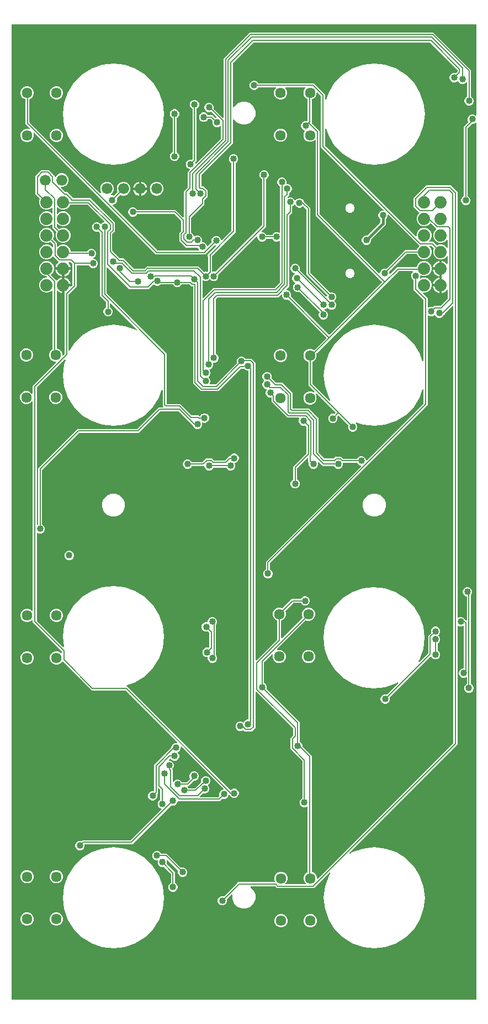
<source format=gbl>
G04 EAGLE Gerber RS-274X export*
G75*
%MOMM*%
%FSLAX34Y34*%
%LPD*%
%INBottom Copper*%
%IPPOS*%
%AMOC8*
5,1,8,0,0,1.08239X$1,22.5*%
G01*
%ADD10C,1.676400*%
%ADD11C,1.609600*%
%ADD12C,1.879600*%
%ADD13C,0.203200*%
%ADD14C,1.016000*%
%ADD15C,0.858000*%
%ADD16C,0.457200*%

G36*
X719170Y3042D02*
X719170Y3042D01*
X719234Y3041D01*
X719309Y3062D01*
X719385Y3073D01*
X719444Y3099D01*
X719506Y3116D01*
X719572Y3157D01*
X719642Y3189D01*
X719691Y3231D01*
X719746Y3264D01*
X719798Y3322D01*
X719856Y3372D01*
X719892Y3426D01*
X719935Y3474D01*
X719968Y3543D01*
X720011Y3608D01*
X720030Y3670D01*
X720058Y3727D01*
X720069Y3797D01*
X720093Y3878D01*
X720094Y3963D01*
X720105Y4032D01*
X720105Y1345174D01*
X720101Y1345206D01*
X720103Y1345238D01*
X720081Y1345345D01*
X720065Y1345453D01*
X720052Y1345483D01*
X720046Y1345514D01*
X719994Y1345611D01*
X719949Y1345710D01*
X719928Y1345735D01*
X719913Y1345763D01*
X719837Y1345841D01*
X719766Y1345924D01*
X719739Y1345942D01*
X719716Y1345965D01*
X719621Y1346019D01*
X719530Y1346079D01*
X719499Y1346088D01*
X719471Y1346104D01*
X719365Y1346129D01*
X719260Y1346161D01*
X719228Y1346162D01*
X719197Y1346169D01*
X719087Y1346164D01*
X718978Y1346165D01*
X718947Y1346156D01*
X718915Y1346155D01*
X718812Y1346119D01*
X718706Y1346090D01*
X718679Y1346073D01*
X718648Y1346062D01*
X718575Y1346009D01*
X718466Y1345942D01*
X718434Y1345906D01*
X718399Y1345881D01*
X717769Y1345250D01*
X715155Y1344167D01*
X713893Y1344167D01*
X713798Y1344154D01*
X713702Y1344149D01*
X713658Y1344134D01*
X713614Y1344127D01*
X713526Y1344088D01*
X713435Y1344056D01*
X713401Y1344031D01*
X713357Y1344011D01*
X713259Y1343928D01*
X713186Y1343875D01*
X706921Y1337610D01*
X706864Y1337533D01*
X706799Y1337462D01*
X706779Y1337421D01*
X706752Y1337384D01*
X706718Y1337294D01*
X706676Y1337208D01*
X706670Y1337166D01*
X706653Y1337120D01*
X706643Y1336993D01*
X706629Y1336903D01*
X706629Y1233924D01*
X706630Y1233914D01*
X706629Y1233905D01*
X706650Y1233775D01*
X706669Y1233644D01*
X706672Y1233636D01*
X706674Y1233626D01*
X706731Y1233507D01*
X706785Y1233387D01*
X706791Y1233380D01*
X706795Y1233372D01*
X706883Y1233273D01*
X706968Y1233173D01*
X706976Y1233168D01*
X706982Y1233161D01*
X707048Y1233121D01*
X707204Y1233019D01*
X707227Y1233012D01*
X707246Y1233000D01*
X707609Y1232850D01*
X709610Y1230849D01*
X710693Y1228235D01*
X710693Y1225405D01*
X709610Y1222791D01*
X707609Y1220790D01*
X704995Y1219707D01*
X702165Y1219707D01*
X699551Y1220790D01*
X697550Y1222791D01*
X696467Y1225405D01*
X696467Y1228235D01*
X697550Y1230849D01*
X699551Y1232850D01*
X699914Y1233000D01*
X699923Y1233005D01*
X699932Y1233008D01*
X700044Y1233077D01*
X700157Y1233144D01*
X700164Y1233151D01*
X700172Y1233156D01*
X700260Y1233254D01*
X700350Y1233350D01*
X700354Y1233358D01*
X700361Y1233365D01*
X700418Y1233484D01*
X700478Y1233601D01*
X700480Y1233610D01*
X700484Y1233619D01*
X700496Y1233695D01*
X700530Y1233878D01*
X700528Y1233902D01*
X700531Y1233924D01*
X700531Y1339843D01*
X702610Y1341921D01*
X707305Y1346617D01*
X707311Y1346624D01*
X707318Y1346630D01*
X707396Y1346737D01*
X707474Y1346842D01*
X707478Y1346851D01*
X707483Y1346859D01*
X707527Y1346983D01*
X707574Y1347106D01*
X707575Y1347116D01*
X707578Y1347125D01*
X707586Y1347256D01*
X707596Y1347387D01*
X707594Y1347397D01*
X707594Y1347406D01*
X707576Y1347481D01*
X707538Y1347663D01*
X707527Y1347685D01*
X707522Y1347706D01*
X706627Y1349865D01*
X706627Y1352695D01*
X707710Y1355309D01*
X709711Y1357310D01*
X712325Y1358393D01*
X715155Y1358393D01*
X717769Y1357310D01*
X718399Y1356679D01*
X718425Y1356660D01*
X718446Y1356636D01*
X718538Y1356576D01*
X718625Y1356510D01*
X718655Y1356499D01*
X718682Y1356481D01*
X718787Y1356449D01*
X718889Y1356411D01*
X718921Y1356408D01*
X718952Y1356399D01*
X719061Y1356397D01*
X719170Y1356389D01*
X719202Y1356395D01*
X719234Y1356395D01*
X719339Y1356424D01*
X719446Y1356446D01*
X719475Y1356462D01*
X719506Y1356470D01*
X719599Y1356528D01*
X719695Y1356579D01*
X719718Y1356601D01*
X719746Y1356618D01*
X719819Y1356699D01*
X719897Y1356776D01*
X719913Y1356804D01*
X719935Y1356828D01*
X719982Y1356926D01*
X720036Y1357021D01*
X720044Y1357053D01*
X720058Y1357081D01*
X720072Y1357171D01*
X720101Y1357296D01*
X720099Y1357344D01*
X720105Y1357386D01*
X720105Y1495838D01*
X720096Y1495902D01*
X720097Y1495966D01*
X720076Y1496041D01*
X720065Y1496117D01*
X720039Y1496176D01*
X720022Y1496238D01*
X719981Y1496304D01*
X719949Y1496374D01*
X719907Y1496423D01*
X719874Y1496478D01*
X719816Y1496530D01*
X719766Y1496588D01*
X719712Y1496624D01*
X719664Y1496667D01*
X719595Y1496700D01*
X719530Y1496743D01*
X719468Y1496762D01*
X719411Y1496790D01*
X719341Y1496801D01*
X719260Y1496825D01*
X719175Y1496826D01*
X719106Y1496837D01*
X8096Y1496837D01*
X8032Y1496828D01*
X7968Y1496829D01*
X7893Y1496808D01*
X7817Y1496797D01*
X7758Y1496771D01*
X7696Y1496754D01*
X7630Y1496713D01*
X7560Y1496681D01*
X7511Y1496639D01*
X7456Y1496606D01*
X7404Y1496548D01*
X7346Y1496498D01*
X7310Y1496444D01*
X7267Y1496396D01*
X7234Y1496327D01*
X7191Y1496262D01*
X7172Y1496200D01*
X7144Y1496143D01*
X7133Y1496073D01*
X7109Y1495992D01*
X7108Y1495907D01*
X7097Y1495838D01*
X7097Y4032D01*
X7106Y3968D01*
X7105Y3904D01*
X7126Y3829D01*
X7137Y3753D01*
X7163Y3694D01*
X7180Y3632D01*
X7221Y3566D01*
X7253Y3496D01*
X7295Y3447D01*
X7328Y3392D01*
X7386Y3340D01*
X7436Y3282D01*
X7490Y3246D01*
X7538Y3203D01*
X7607Y3170D01*
X7672Y3127D01*
X7734Y3108D01*
X7791Y3080D01*
X7861Y3069D01*
X7942Y3045D01*
X8027Y3044D01*
X8096Y3033D01*
X719106Y3033D01*
X719170Y3042D01*
G37*
%LPC*%
G36*
X546061Y83309D02*
X546061Y83309D01*
X529678Y89042D01*
X514980Y98277D01*
X502707Y110550D01*
X493472Y125248D01*
X487739Y141631D01*
X485796Y158880D01*
X487739Y176129D01*
X493472Y192512D01*
X495584Y195874D01*
X495596Y195901D01*
X495614Y195924D01*
X495653Y196029D01*
X495699Y196131D01*
X495703Y196160D01*
X495713Y196188D01*
X495722Y196299D01*
X495737Y196411D01*
X495733Y196440D01*
X495735Y196469D01*
X495712Y196579D01*
X495696Y196690D01*
X495683Y196716D01*
X495677Y196745D01*
X495625Y196844D01*
X495578Y196946D01*
X495559Y196968D01*
X495545Y196994D01*
X495467Y197074D01*
X495394Y197159D01*
X495369Y197175D01*
X495348Y197196D01*
X495251Y197252D01*
X495157Y197312D01*
X495129Y197321D01*
X495103Y197335D01*
X494994Y197361D01*
X494887Y197393D01*
X494857Y197394D01*
X494828Y197400D01*
X494716Y197395D01*
X494605Y197396D01*
X494576Y197388D01*
X494547Y197386D01*
X494441Y197349D01*
X494333Y197319D01*
X494308Y197303D01*
X494280Y197294D01*
X494207Y197240D01*
X494094Y197169D01*
X494066Y197137D01*
X494031Y197112D01*
X470655Y173735D01*
X414281Y173735D01*
X411526Y176491D01*
X411449Y176548D01*
X411378Y176613D01*
X411337Y176633D01*
X411300Y176660D01*
X411210Y176694D01*
X411124Y176736D01*
X411082Y176742D01*
X411036Y176759D01*
X410909Y176769D01*
X410819Y176783D01*
X374206Y176783D01*
X374174Y176779D01*
X374142Y176781D01*
X374035Y176759D01*
X373927Y176743D01*
X373898Y176730D01*
X373866Y176724D01*
X373770Y176672D01*
X373670Y176627D01*
X373645Y176606D01*
X373617Y176591D01*
X373539Y176515D01*
X373456Y176444D01*
X373438Y176417D01*
X373415Y176394D01*
X373361Y176299D01*
X373301Y176208D01*
X373292Y176177D01*
X373276Y176149D01*
X373251Y176042D01*
X373219Y175938D01*
X373218Y175906D01*
X373211Y175875D01*
X373217Y175765D01*
X373215Y175656D01*
X373224Y175625D01*
X373225Y175593D01*
X373261Y175490D01*
X373290Y175384D01*
X373307Y175357D01*
X373318Y175326D01*
X373371Y175253D01*
X373438Y175144D01*
X373474Y175112D01*
X373500Y175077D01*
X378213Y170364D01*
X380891Y163899D01*
X380891Y156901D01*
X378213Y150436D01*
X373264Y145487D01*
X366799Y142809D01*
X359801Y142809D01*
X353336Y145487D01*
X348387Y150436D01*
X345709Y156901D01*
X345709Y163217D01*
X345705Y163249D01*
X345707Y163281D01*
X345685Y163388D01*
X345669Y163497D01*
X345656Y163526D01*
X345650Y163557D01*
X345598Y163654D01*
X345553Y163753D01*
X345532Y163778D01*
X345517Y163806D01*
X345441Y163885D01*
X345370Y163968D01*
X345343Y163985D01*
X345320Y164009D01*
X345225Y164062D01*
X345134Y164122D01*
X345103Y164132D01*
X345075Y164148D01*
X344968Y164173D01*
X344864Y164205D01*
X344832Y164205D01*
X344801Y164212D01*
X344691Y164207D01*
X344582Y164208D01*
X344551Y164200D01*
X344519Y164198D01*
X344416Y164162D01*
X344310Y164133D01*
X344283Y164116D01*
X344252Y164106D01*
X344179Y164052D01*
X344070Y163985D01*
X344038Y163949D01*
X344003Y163924D01*
X337379Y157299D01*
X337373Y157292D01*
X337366Y157286D01*
X337288Y157179D01*
X337209Y157074D01*
X337206Y157065D01*
X337201Y157057D01*
X337157Y156934D01*
X337110Y156810D01*
X337109Y156800D01*
X337106Y156791D01*
X337098Y156660D01*
X337088Y156529D01*
X337090Y156519D01*
X337090Y156510D01*
X337108Y156435D01*
X337146Y156253D01*
X337157Y156231D01*
X337162Y156210D01*
X337313Y155847D01*
X337313Y153017D01*
X336230Y150403D01*
X334229Y148402D01*
X331615Y147319D01*
X328785Y147319D01*
X326171Y148402D01*
X324170Y150403D01*
X323087Y153017D01*
X323087Y155847D01*
X324170Y158461D01*
X326171Y160462D01*
X328785Y161545D01*
X331615Y161545D01*
X331978Y161394D01*
X331987Y161392D01*
X331996Y161387D01*
X332125Y161357D01*
X332251Y161324D01*
X332261Y161324D01*
X332270Y161322D01*
X332403Y161329D01*
X332533Y161333D01*
X332542Y161336D01*
X332552Y161337D01*
X332677Y161380D01*
X332801Y161421D01*
X332809Y161426D01*
X332818Y161429D01*
X332880Y161474D01*
X333034Y161579D01*
X333050Y161598D01*
X333067Y161611D01*
X352259Y180802D01*
X354337Y182881D01*
X410230Y182881D01*
X410347Y182897D01*
X410465Y182909D01*
X410486Y182917D01*
X410509Y182921D01*
X410617Y182969D01*
X410727Y183013D01*
X410745Y183027D01*
X410766Y183037D01*
X410856Y183114D01*
X410950Y183187D01*
X410963Y183205D01*
X410980Y183220D01*
X411045Y183319D01*
X411115Y183416D01*
X411122Y183437D01*
X411135Y183456D01*
X411169Y183570D01*
X411209Y183681D01*
X411210Y183704D01*
X411217Y183726D01*
X411219Y183844D01*
X411226Y183963D01*
X411220Y183984D01*
X411221Y184008D01*
X411171Y184187D01*
X411153Y184262D01*
X410141Y186705D01*
X410141Y190715D01*
X411676Y194420D01*
X414512Y197256D01*
X418217Y198791D01*
X422227Y198791D01*
X425932Y197256D01*
X428768Y194420D01*
X430303Y190715D01*
X430303Y186705D01*
X428768Y183000D01*
X427307Y181539D01*
X427288Y181513D01*
X427263Y181492D01*
X427203Y181400D01*
X427138Y181313D01*
X427126Y181283D01*
X427109Y181256D01*
X427077Y181151D01*
X427038Y181049D01*
X427036Y181017D01*
X427026Y180986D01*
X427025Y180877D01*
X427016Y180768D01*
X427023Y180736D01*
X427022Y180704D01*
X427052Y180599D01*
X427074Y180492D01*
X427089Y180463D01*
X427098Y180432D01*
X427155Y180339D01*
X427206Y180243D01*
X427229Y180220D01*
X427246Y180192D01*
X427327Y180119D01*
X427403Y180041D01*
X427431Y180025D01*
X427455Y180003D01*
X427553Y179956D01*
X427648Y179902D01*
X427680Y179894D01*
X427709Y179880D01*
X427798Y179866D01*
X427923Y179837D01*
X427971Y179839D01*
X428013Y179833D01*
X457431Y179833D01*
X457462Y179837D01*
X457495Y179835D01*
X457602Y179857D01*
X457710Y179873D01*
X457739Y179886D01*
X457771Y179892D01*
X457867Y179944D01*
X457967Y179989D01*
X457991Y180010D01*
X458020Y180025D01*
X458098Y180101D01*
X458181Y180172D01*
X458199Y180199D01*
X458222Y180222D01*
X458276Y180317D01*
X458335Y180408D01*
X458345Y180439D01*
X458361Y180467D01*
X458386Y180573D01*
X458418Y180678D01*
X458418Y180710D01*
X458426Y180741D01*
X458420Y180851D01*
X458422Y180960D01*
X458413Y180991D01*
X458411Y181023D01*
X458376Y181126D01*
X458346Y181232D01*
X458329Y181259D01*
X458319Y181290D01*
X458266Y181363D01*
X458198Y181472D01*
X458162Y181504D01*
X458137Y181539D01*
X456676Y183000D01*
X455141Y186705D01*
X455141Y190715D01*
X456676Y194420D01*
X459512Y197256D01*
X460646Y197726D01*
X460655Y197731D01*
X460664Y197733D01*
X460776Y197803D01*
X460889Y197870D01*
X460896Y197877D01*
X460904Y197882D01*
X460992Y197980D01*
X461082Y198075D01*
X461086Y198084D01*
X461093Y198091D01*
X461150Y198209D01*
X461210Y198327D01*
X461212Y198336D01*
X461216Y198345D01*
X461228Y198421D01*
X461262Y198604D01*
X461260Y198628D01*
X461263Y198649D01*
X461263Y297710D01*
X461247Y297827D01*
X461235Y297945D01*
X461227Y297966D01*
X461223Y297989D01*
X461175Y298097D01*
X461131Y298207D01*
X461117Y298225D01*
X461107Y298246D01*
X461030Y298336D01*
X460957Y298429D01*
X460939Y298443D01*
X460924Y298460D01*
X460824Y298525D01*
X460728Y298594D01*
X460707Y298602D01*
X460688Y298615D01*
X460574Y298649D01*
X460463Y298689D01*
X460440Y298690D01*
X460418Y298697D01*
X460300Y298698D01*
X460181Y298705D01*
X460160Y298700D01*
X460136Y298701D01*
X459957Y298651D01*
X459882Y298633D01*
X457599Y297687D01*
X454769Y297687D01*
X452155Y298770D01*
X450154Y300771D01*
X449071Y303385D01*
X449071Y306215D01*
X450154Y308829D01*
X452155Y310830D01*
X452518Y310980D01*
X452527Y310985D01*
X452536Y310988D01*
X452648Y311057D01*
X452761Y311124D01*
X452768Y311131D01*
X452776Y311136D01*
X452864Y311234D01*
X452954Y311330D01*
X452958Y311338D01*
X452965Y311345D01*
X453022Y311464D01*
X453082Y311581D01*
X453084Y311590D01*
X453088Y311599D01*
X453100Y311675D01*
X453134Y311858D01*
X453132Y311882D01*
X453135Y311904D01*
X453135Y367829D01*
X453127Y367886D01*
X453127Y367887D01*
X453127Y367888D01*
X453122Y367923D01*
X453117Y368020D01*
X453102Y368063D01*
X453095Y368108D01*
X453056Y368195D01*
X453024Y368286D01*
X452999Y368321D01*
X452979Y368365D01*
X452896Y368462D01*
X452843Y368535D01*
X434847Y386530D01*
X434847Y403599D01*
X438619Y407370D01*
X438676Y407447D01*
X438741Y407518D01*
X438761Y407559D01*
X438788Y407596D01*
X438822Y407686D01*
X438864Y407772D01*
X438870Y407814D01*
X438887Y407860D01*
X438897Y407987D01*
X438911Y408077D01*
X438911Y417613D01*
X438898Y417707D01*
X438893Y417804D01*
X438878Y417847D01*
X438871Y417892D01*
X438832Y417979D01*
X438800Y418070D01*
X438775Y418105D01*
X438755Y418149D01*
X438672Y418246D01*
X438619Y418319D01*
X382707Y474231D01*
X382681Y474250D01*
X382660Y474275D01*
X382568Y474335D01*
X382481Y474400D01*
X382451Y474412D01*
X382424Y474429D01*
X382319Y474461D01*
X382217Y474500D01*
X382185Y474502D01*
X382154Y474512D01*
X382045Y474513D01*
X381936Y474522D01*
X381904Y474515D01*
X381872Y474516D01*
X381767Y474486D01*
X381660Y474464D01*
X381631Y474449D01*
X381600Y474440D01*
X381507Y474383D01*
X381411Y474332D01*
X381388Y474309D01*
X381360Y474292D01*
X381287Y474211D01*
X381209Y474135D01*
X381193Y474107D01*
X381171Y474083D01*
X381124Y473985D01*
X381070Y473890D01*
X381062Y473858D01*
X381048Y473829D01*
X381034Y473740D01*
X381005Y473615D01*
X381007Y473567D01*
X381001Y473525D01*
X381001Y419361D01*
X375151Y413511D01*
X364497Y413511D01*
X362655Y415354D01*
X362647Y415360D01*
X362641Y415367D01*
X362534Y415444D01*
X362429Y415523D01*
X362420Y415527D01*
X362412Y415532D01*
X362288Y415576D01*
X362165Y415623D01*
X362156Y415624D01*
X362147Y415627D01*
X362015Y415634D01*
X361884Y415645D01*
X361875Y415643D01*
X361865Y415643D01*
X361790Y415625D01*
X361608Y415587D01*
X361587Y415576D01*
X361566Y415571D01*
X359047Y414527D01*
X356217Y414527D01*
X353603Y415610D01*
X351602Y417611D01*
X350519Y420225D01*
X350519Y423055D01*
X351602Y425669D01*
X353603Y427670D01*
X356217Y428753D01*
X359047Y428753D01*
X361661Y427670D01*
X361805Y427526D01*
X361900Y427454D01*
X361992Y427379D01*
X362012Y427370D01*
X362031Y427356D01*
X362142Y427314D01*
X362251Y427268D01*
X362273Y427265D01*
X362295Y427257D01*
X362413Y427248D01*
X362531Y427233D01*
X362553Y427237D01*
X362576Y427235D01*
X362692Y427259D01*
X362809Y427278D01*
X362830Y427288D01*
X362852Y427293D01*
X362957Y427349D01*
X363064Y427399D01*
X363081Y427414D01*
X363101Y427425D01*
X363186Y427508D01*
X363274Y427587D01*
X363286Y427605D01*
X363303Y427622D01*
X363395Y427784D01*
X363435Y427850D01*
X363794Y428717D01*
X365795Y430718D01*
X368409Y431801D01*
X369332Y431801D01*
X369396Y431810D01*
X369460Y431809D01*
X369535Y431830D01*
X369611Y431841D01*
X369670Y431867D01*
X369732Y431884D01*
X369798Y431925D01*
X369868Y431957D01*
X369917Y431999D01*
X369972Y432032D01*
X370024Y432090D01*
X370082Y432140D01*
X370118Y432194D01*
X370161Y432242D01*
X370194Y432311D01*
X370237Y432376D01*
X370256Y432438D01*
X370284Y432495D01*
X370295Y432565D01*
X370319Y432646D01*
X370320Y432731D01*
X370331Y432800D01*
X370331Y965216D01*
X370322Y965280D01*
X370323Y965344D01*
X370302Y965419D01*
X370291Y965495D01*
X370265Y965554D01*
X370248Y965616D01*
X370207Y965682D01*
X370175Y965752D01*
X370133Y965801D01*
X370100Y965856D01*
X370042Y965908D01*
X369992Y965966D01*
X369938Y966002D01*
X369890Y966045D01*
X369821Y966078D01*
X369756Y966121D01*
X369694Y966140D01*
X369637Y966168D01*
X369567Y966179D01*
X369486Y966203D01*
X369401Y966204D01*
X369332Y966215D01*
X368409Y966215D01*
X365795Y967298D01*
X364122Y968971D01*
X364046Y969028D01*
X363974Y969093D01*
X363933Y969113D01*
X363897Y969140D01*
X363807Y969174D01*
X363720Y969216D01*
X363678Y969222D01*
X363633Y969239D01*
X363505Y969249D01*
X363416Y969263D01*
X359309Y969263D01*
X359214Y969250D01*
X359118Y969245D01*
X359074Y969230D01*
X359030Y969223D01*
X358942Y969184D01*
X358851Y969152D01*
X358817Y969127D01*
X358773Y969107D01*
X358675Y969024D01*
X358602Y968971D01*
X324351Y934719D01*
X297441Y934719D01*
X295363Y936798D01*
X287574Y944587D01*
X285495Y946665D01*
X285495Y1094248D01*
X285487Y1094309D01*
X285487Y1094342D01*
X285487Y1094343D01*
X285487Y1094376D01*
X285466Y1094451D01*
X285455Y1094527D01*
X285429Y1094586D01*
X285412Y1094648D01*
X285371Y1094714D01*
X285339Y1094784D01*
X285297Y1094833D01*
X285264Y1094888D01*
X285206Y1094940D01*
X285156Y1094998D01*
X285102Y1095034D01*
X285054Y1095077D01*
X284985Y1095110D01*
X284920Y1095153D01*
X284858Y1095172D01*
X284801Y1095200D01*
X284731Y1095211D01*
X284650Y1095235D01*
X284565Y1095236D01*
X284496Y1095247D01*
X282898Y1095247D01*
X280143Y1098003D01*
X280066Y1098060D01*
X279995Y1098125D01*
X279954Y1098145D01*
X279918Y1098172D01*
X279827Y1098206D01*
X279741Y1098248D01*
X279699Y1098254D01*
X279654Y1098271D01*
X279526Y1098281D01*
X279437Y1098295D01*
X268216Y1098295D01*
X268206Y1098294D01*
X268197Y1098295D01*
X268067Y1098274D01*
X267936Y1098255D01*
X267928Y1098252D01*
X267918Y1098250D01*
X267799Y1098193D01*
X267679Y1098139D01*
X267672Y1098133D01*
X267664Y1098129D01*
X267565Y1098041D01*
X267465Y1097956D01*
X267460Y1097948D01*
X267453Y1097942D01*
X267413Y1097876D01*
X267311Y1097720D01*
X267304Y1097697D01*
X267292Y1097678D01*
X267142Y1097315D01*
X265141Y1095314D01*
X262527Y1094231D01*
X259697Y1094231D01*
X257083Y1095314D01*
X255082Y1097315D01*
X254932Y1097678D01*
X254927Y1097687D01*
X254924Y1097696D01*
X254855Y1097808D01*
X254788Y1097921D01*
X254781Y1097928D01*
X254776Y1097936D01*
X254678Y1098024D01*
X254582Y1098114D01*
X254574Y1098118D01*
X254567Y1098125D01*
X254448Y1098182D01*
X254331Y1098242D01*
X254322Y1098244D01*
X254313Y1098248D01*
X254237Y1098260D01*
X254054Y1098294D01*
X254030Y1098292D01*
X254008Y1098295D01*
X236024Y1098295D01*
X235929Y1098282D01*
X235833Y1098277D01*
X235790Y1098262D01*
X235745Y1098255D01*
X235657Y1098216D01*
X235567Y1098184D01*
X235532Y1098159D01*
X235488Y1098139D01*
X235391Y1098056D01*
X235318Y1098003D01*
X234661Y1097346D01*
X232047Y1096263D01*
X229217Y1096263D01*
X226603Y1097346D01*
X225925Y1098024D01*
X225874Y1098063D01*
X225829Y1098109D01*
X225761Y1098147D01*
X225699Y1098193D01*
X225639Y1098216D01*
X225583Y1098248D01*
X225508Y1098266D01*
X225435Y1098293D01*
X225371Y1098298D01*
X225309Y1098313D01*
X225231Y1098309D01*
X225154Y1098315D01*
X225091Y1098302D01*
X225027Y1098298D01*
X224954Y1098273D01*
X224878Y1098257D01*
X224821Y1098227D01*
X224761Y1098206D01*
X224704Y1098165D01*
X224629Y1098125D01*
X224568Y1098066D01*
X224512Y1098024D01*
X219749Y1093262D01*
X217671Y1091183D01*
X187713Y1091183D01*
X154615Y1124282D01*
X154589Y1124301D01*
X154568Y1124326D01*
X154476Y1124386D01*
X154389Y1124451D01*
X154359Y1124463D01*
X154332Y1124480D01*
X154227Y1124512D01*
X154125Y1124551D01*
X154093Y1124553D01*
X154062Y1124563D01*
X153953Y1124564D01*
X153844Y1124573D01*
X153812Y1124566D01*
X153780Y1124566D01*
X153675Y1124537D01*
X153568Y1124515D01*
X153539Y1124500D01*
X153508Y1124491D01*
X153415Y1124434D01*
X153319Y1124382D01*
X153296Y1124360D01*
X153268Y1124343D01*
X153195Y1124262D01*
X153117Y1124186D01*
X153101Y1124158D01*
X153079Y1124134D01*
X153032Y1124035D01*
X152978Y1123940D01*
X152970Y1123909D01*
X152956Y1123880D01*
X152942Y1123791D01*
X152913Y1123666D01*
X152915Y1123617D01*
X152909Y1123575D01*
X152909Y1085073D01*
X152922Y1084978D01*
X152927Y1084882D01*
X152942Y1084839D01*
X152949Y1084794D01*
X152988Y1084707D01*
X153020Y1084616D01*
X153045Y1084581D01*
X153065Y1084537D01*
X153148Y1084440D01*
X153201Y1084367D01*
X244895Y992674D01*
X244895Y915908D01*
X244904Y915844D01*
X244903Y915780D01*
X244924Y915705D01*
X244935Y915629D01*
X244961Y915570D01*
X244978Y915508D01*
X245019Y915442D01*
X245051Y915372D01*
X245093Y915323D01*
X245126Y915268D01*
X245184Y915216D01*
X245234Y915158D01*
X245288Y915122D01*
X245336Y915079D01*
X245405Y915046D01*
X245470Y915003D01*
X245532Y914984D01*
X245589Y914956D01*
X245659Y914945D01*
X245740Y914921D01*
X245825Y914920D01*
X245894Y914909D01*
X266090Y914909D01*
X268169Y912830D01*
X283070Y897929D01*
X283146Y897872D01*
X283218Y897807D01*
X283259Y897787D01*
X283295Y897760D01*
X283385Y897726D01*
X283471Y897684D01*
X283514Y897678D01*
X283559Y897661D01*
X283687Y897651D01*
X283776Y897637D01*
X294190Y897637D01*
X295072Y896754D01*
X295149Y896696D01*
X295220Y896632D01*
X295261Y896612D01*
X295298Y896585D01*
X295388Y896551D01*
X295474Y896509D01*
X295516Y896502D01*
X295562Y896485D01*
X295689Y896475D01*
X295779Y896461D01*
X295824Y896461D01*
X295833Y896463D01*
X295843Y896462D01*
X295973Y896483D01*
X296103Y896501D01*
X296112Y896505D01*
X296121Y896507D01*
X296240Y896563D01*
X296360Y896617D01*
X296367Y896624D01*
X296376Y896628D01*
X296474Y896715D01*
X296574Y896801D01*
X296579Y896809D01*
X296586Y896815D01*
X296626Y896880D01*
X296729Y897037D01*
X296736Y897060D01*
X296747Y897078D01*
X296898Y897442D01*
X298898Y899442D01*
X301513Y900525D01*
X304342Y900525D01*
X306956Y899442D01*
X308957Y897442D01*
X310040Y894827D01*
X310040Y891998D01*
X308957Y889384D01*
X306956Y887383D01*
X304342Y886300D01*
X301513Y886300D01*
X300483Y886727D01*
X300451Y886735D01*
X300423Y886749D01*
X300315Y886769D01*
X300209Y886797D01*
X300177Y886796D01*
X300145Y886802D01*
X300037Y886791D01*
X299928Y886788D01*
X299897Y886778D01*
X299865Y886774D01*
X299763Y886734D01*
X299659Y886700D01*
X299633Y886682D01*
X299603Y886670D01*
X299517Y886603D01*
X299426Y886541D01*
X299406Y886516D01*
X299380Y886496D01*
X299317Y886408D01*
X299247Y886324D01*
X299234Y886294D01*
X299215Y886268D01*
X299179Y886165D01*
X299136Y886064D01*
X299132Y886032D01*
X299121Y886002D01*
X299115Y885893D01*
X299101Y885785D01*
X299106Y885753D01*
X299104Y885720D01*
X299126Y885632D01*
X299146Y885506D01*
X299167Y885462D01*
X299177Y885421D01*
X299213Y885335D01*
X299213Y882505D01*
X298130Y879891D01*
X296129Y877890D01*
X293515Y876807D01*
X290685Y876807D01*
X288071Y877890D01*
X286070Y879891D01*
X285674Y880847D01*
X285653Y880882D01*
X285639Y880922D01*
X285589Y880991D01*
X285531Y881089D01*
X285488Y881130D01*
X285458Y881171D01*
X263190Y903439D01*
X263113Y903496D01*
X263042Y903561D01*
X263001Y903581D01*
X262964Y903608D01*
X262874Y903642D01*
X262788Y903684D01*
X262746Y903690D01*
X262700Y903707D01*
X262573Y903717D01*
X262483Y903731D01*
X235357Y903731D01*
X235262Y903718D01*
X235166Y903713D01*
X235122Y903698D01*
X235078Y903691D01*
X234990Y903652D01*
X234899Y903620D01*
X234865Y903595D01*
X234821Y903575D01*
X234723Y903492D01*
X234650Y903439D01*
X201923Y870711D01*
X110897Y870711D01*
X110802Y870698D01*
X110706Y870693D01*
X110662Y870678D01*
X110618Y870671D01*
X110530Y870632D01*
X110439Y870600D01*
X110405Y870575D01*
X110361Y870555D01*
X110263Y870472D01*
X110190Y870419D01*
X54141Y814370D01*
X54084Y814293D01*
X54019Y814222D01*
X53999Y814181D01*
X53972Y814144D01*
X53938Y814054D01*
X53896Y813968D01*
X53890Y813926D01*
X53873Y813880D01*
X53863Y813753D01*
X53849Y813663D01*
X53849Y731004D01*
X53850Y730994D01*
X53849Y730985D01*
X53870Y730855D01*
X53889Y730724D01*
X53892Y730716D01*
X53894Y730706D01*
X53951Y730587D01*
X54005Y730467D01*
X54011Y730460D01*
X54015Y730452D01*
X54103Y730353D01*
X54188Y730253D01*
X54196Y730248D01*
X54202Y730241D01*
X54268Y730201D01*
X54424Y730099D01*
X54447Y730092D01*
X54466Y730080D01*
X54829Y729930D01*
X56830Y727929D01*
X57913Y725315D01*
X57913Y722485D01*
X56830Y719871D01*
X54829Y717870D01*
X52215Y716787D01*
X49385Y716787D01*
X47102Y717733D01*
X46988Y717762D01*
X46874Y717797D01*
X46851Y717797D01*
X46829Y717803D01*
X46711Y717799D01*
X46592Y717801D01*
X46570Y717795D01*
X46547Y717794D01*
X46434Y717757D01*
X46320Y717725D01*
X46301Y717714D01*
X46279Y717706D01*
X46181Y717640D01*
X46080Y717577D01*
X46065Y717560D01*
X46046Y717548D01*
X45971Y717456D01*
X45891Y717368D01*
X45881Y717347D01*
X45867Y717330D01*
X45820Y717221D01*
X45768Y717114D01*
X45765Y717093D01*
X45755Y717071D01*
X45733Y716886D01*
X45721Y716810D01*
X45721Y583845D01*
X45734Y583750D01*
X45739Y583654D01*
X45754Y583610D01*
X45761Y583566D01*
X45800Y583478D01*
X45832Y583387D01*
X45857Y583353D01*
X45877Y583309D01*
X45960Y583211D01*
X46013Y583138D01*
X85748Y543404D01*
X85818Y543351D01*
X85882Y543291D01*
X85930Y543267D01*
X85973Y543235D01*
X86056Y543204D01*
X86134Y543164D01*
X86187Y543154D01*
X86237Y543135D01*
X86325Y543128D01*
X86412Y543112D01*
X86465Y543117D01*
X86518Y543113D01*
X86604Y543131D01*
X86692Y543140D01*
X86742Y543160D01*
X86794Y543171D01*
X86872Y543212D01*
X86954Y543245D01*
X86996Y543278D01*
X87043Y543303D01*
X87107Y543365D01*
X87176Y543419D01*
X87207Y543463D01*
X87245Y543500D01*
X87289Y543577D01*
X87340Y543648D01*
X87358Y543699D01*
X87384Y543746D01*
X87405Y543831D01*
X87434Y543914D01*
X87436Y543964D01*
X87449Y544020D01*
X87443Y544136D01*
X87447Y544222D01*
X85796Y558880D01*
X87739Y576129D01*
X93472Y592512D01*
X102707Y607210D01*
X114981Y619483D01*
X129678Y628718D01*
X146061Y634451D01*
X163310Y636394D01*
X180559Y634451D01*
X196942Y628718D01*
X211640Y619483D01*
X223913Y607210D01*
X233148Y592512D01*
X238881Y576129D01*
X240824Y558880D01*
X238881Y541631D01*
X233148Y525248D01*
X223913Y510550D01*
X211640Y498277D01*
X196942Y489042D01*
X184085Y484543D01*
X183983Y484490D01*
X183879Y484443D01*
X183859Y484426D01*
X183835Y484413D01*
X183752Y484334D01*
X183665Y484260D01*
X183650Y484237D01*
X183631Y484219D01*
X183573Y484120D01*
X183511Y484024D01*
X183503Y483998D01*
X183489Y483975D01*
X183462Y483863D01*
X183428Y483754D01*
X183428Y483727D01*
X183421Y483701D01*
X183426Y483587D01*
X183424Y483472D01*
X183432Y483446D01*
X183433Y483419D01*
X183469Y483311D01*
X183500Y483200D01*
X183514Y483177D01*
X183522Y483152D01*
X183588Y483058D01*
X183648Y482960D01*
X183668Y482942D01*
X183683Y482920D01*
X183772Y482848D01*
X183857Y482771D01*
X183881Y482760D01*
X183902Y482743D01*
X184008Y482698D01*
X184081Y482663D01*
X342368Y324376D01*
X342419Y324337D01*
X342464Y324291D01*
X342531Y324253D01*
X342593Y324207D01*
X342653Y324184D01*
X342709Y324152D01*
X342785Y324134D01*
X342857Y324107D01*
X342921Y324102D01*
X342984Y324087D01*
X343061Y324091D01*
X343138Y324085D01*
X343201Y324098D01*
X343265Y324102D01*
X343339Y324127D01*
X343414Y324143D01*
X343471Y324173D01*
X343532Y324194D01*
X343589Y324235D01*
X343663Y324275D01*
X343724Y324334D01*
X343781Y324376D01*
X344459Y325054D01*
X347073Y326137D01*
X349903Y326137D01*
X352517Y325054D01*
X354518Y323053D01*
X355601Y320439D01*
X355601Y317609D01*
X354518Y314995D01*
X352517Y312994D01*
X349903Y311911D01*
X347073Y311911D01*
X344459Y312994D01*
X342458Y314995D01*
X342062Y315951D01*
X342041Y315986D01*
X342027Y316026D01*
X341977Y316095D01*
X341919Y316193D01*
X341876Y316234D01*
X341846Y316275D01*
X341549Y316571D01*
X341455Y316642D01*
X341363Y316718D01*
X341342Y316727D01*
X341324Y316740D01*
X341213Y316782D01*
X341104Y316829D01*
X341081Y316832D01*
X341060Y316840D01*
X340942Y316849D01*
X340824Y316864D01*
X340802Y316860D01*
X340779Y316862D01*
X340663Y316837D01*
X340546Y316818D01*
X340525Y316809D01*
X340503Y316804D01*
X340398Y316748D01*
X340291Y316697D01*
X340274Y316682D01*
X340254Y316672D01*
X340169Y316589D01*
X340080Y316510D01*
X340069Y316492D01*
X340052Y316475D01*
X339960Y316312D01*
X339920Y316247D01*
X338770Y313471D01*
X336769Y311470D01*
X334155Y310387D01*
X331325Y310387D01*
X330962Y310538D01*
X330953Y310540D01*
X330944Y310545D01*
X330815Y310575D01*
X330689Y310608D01*
X330679Y310608D01*
X330670Y310610D01*
X330537Y310603D01*
X330407Y310599D01*
X330398Y310596D01*
X330388Y310595D01*
X330263Y310552D01*
X330139Y310511D01*
X330131Y310506D01*
X330122Y310503D01*
X330060Y310458D01*
X329906Y310353D01*
X329890Y310334D01*
X329873Y310321D01*
X326383Y306831D01*
X262620Y306831D01*
X262556Y306822D01*
X262492Y306823D01*
X262417Y306802D01*
X262341Y306791D01*
X262282Y306765D01*
X262220Y306748D01*
X262154Y306707D01*
X262084Y306675D01*
X262035Y306633D01*
X261980Y306600D01*
X261928Y306542D01*
X261870Y306492D01*
X261834Y306438D01*
X261791Y306390D01*
X261758Y306321D01*
X261715Y306256D01*
X261696Y306194D01*
X261668Y306137D01*
X261657Y306067D01*
X261633Y305986D01*
X261632Y305953D01*
X260538Y303311D01*
X258537Y301310D01*
X255923Y300227D01*
X253093Y300227D01*
X252730Y300378D01*
X252721Y300380D01*
X252712Y300385D01*
X252583Y300415D01*
X252457Y300448D01*
X252447Y300448D01*
X252438Y300450D01*
X252305Y300443D01*
X252175Y300439D01*
X252166Y300436D01*
X252156Y300435D01*
X252031Y300392D01*
X251907Y300351D01*
X251899Y300346D01*
X251890Y300343D01*
X251828Y300298D01*
X251674Y300193D01*
X251658Y300174D01*
X251641Y300161D01*
X194349Y242870D01*
X192271Y240791D01*
X119872Y240791D01*
X119808Y240782D01*
X119744Y240783D01*
X119669Y240762D01*
X119593Y240751D01*
X119534Y240725D01*
X119472Y240708D01*
X119406Y240667D01*
X119336Y240635D01*
X119287Y240593D01*
X119232Y240560D01*
X119180Y240502D01*
X119122Y240452D01*
X119086Y240398D01*
X119043Y240350D01*
X119010Y240281D01*
X118967Y240216D01*
X118948Y240154D01*
X118920Y240097D01*
X118909Y240027D01*
X118885Y239946D01*
X118884Y239861D01*
X118873Y239792D01*
X118873Y237345D01*
X117790Y234731D01*
X115789Y232730D01*
X113175Y231647D01*
X110345Y231647D01*
X107731Y232730D01*
X105730Y234731D01*
X104647Y237345D01*
X104647Y240175D01*
X105730Y242789D01*
X107731Y244790D01*
X110345Y245873D01*
X113175Y245873D01*
X113538Y245722D01*
X113547Y245720D01*
X113556Y245715D01*
X113685Y245685D01*
X113811Y245652D01*
X113821Y245652D01*
X113830Y245650D01*
X113962Y245657D01*
X114093Y245661D01*
X114102Y245664D01*
X114112Y245665D01*
X114236Y245708D01*
X114361Y245749D01*
X114369Y245754D01*
X114378Y245757D01*
X114440Y245802D01*
X114594Y245907D01*
X114610Y245926D01*
X114627Y245939D01*
X115577Y246889D01*
X189331Y246889D01*
X189426Y246902D01*
X189522Y246907D01*
X189566Y246922D01*
X189610Y246929D01*
X189698Y246968D01*
X189789Y247000D01*
X189823Y247025D01*
X189867Y247045D01*
X189965Y247128D01*
X190038Y247181D01*
X236830Y293974D01*
X236901Y294068D01*
X236977Y294160D01*
X236986Y294181D01*
X236999Y294199D01*
X237041Y294310D01*
X237088Y294419D01*
X237091Y294442D01*
X237099Y294463D01*
X237108Y294581D01*
X237122Y294699D01*
X237119Y294721D01*
X237121Y294744D01*
X237096Y294860D01*
X237077Y294977D01*
X237068Y294998D01*
X237063Y295020D01*
X237007Y295125D01*
X236956Y295232D01*
X236941Y295249D01*
X236931Y295269D01*
X236848Y295354D01*
X236769Y295443D01*
X236751Y295454D01*
X236734Y295471D01*
X236571Y295563D01*
X236506Y295603D01*
X234223Y296549D01*
X232222Y298550D01*
X231139Y301164D01*
X231139Y303994D01*
X232222Y306608D01*
X234223Y308609D01*
X234586Y308759D01*
X234595Y308764D01*
X234604Y308767D01*
X234716Y308836D01*
X234829Y308903D01*
X234836Y308910D01*
X234844Y308915D01*
X234932Y309012D01*
X235022Y309108D01*
X235026Y309117D01*
X235033Y309124D01*
X235090Y309243D01*
X235150Y309360D01*
X235152Y309369D01*
X235156Y309378D01*
X235168Y309454D01*
X235202Y309637D01*
X235200Y309661D01*
X235203Y309682D01*
X235203Y323762D01*
X235190Y323857D01*
X235185Y323953D01*
X235170Y323996D01*
X235163Y324041D01*
X235124Y324129D01*
X235092Y324220D01*
X235067Y324254D01*
X235047Y324298D01*
X234964Y324395D01*
X234942Y324432D01*
X234930Y324443D01*
X234911Y324469D01*
X233210Y326169D01*
X233184Y326188D01*
X233163Y326213D01*
X233072Y326273D01*
X232985Y326338D01*
X232955Y326350D01*
X232927Y326367D01*
X232823Y326399D01*
X232721Y326438D01*
X232688Y326440D01*
X232658Y326450D01*
X232548Y326451D01*
X232439Y326460D01*
X232408Y326453D01*
X232376Y326454D01*
X232270Y326424D01*
X232163Y326402D01*
X232135Y326387D01*
X232104Y326378D01*
X232011Y326321D01*
X231914Y326270D01*
X231891Y326247D01*
X231864Y326230D01*
X231791Y326149D01*
X231712Y326073D01*
X231696Y326045D01*
X231675Y326021D01*
X231627Y325923D01*
X231573Y325827D01*
X231566Y325796D01*
X231552Y325767D01*
X231538Y325678D01*
X231508Y325553D01*
X231511Y325505D01*
X231504Y325463D01*
X231504Y318922D01*
X230554Y317972D01*
X230549Y317964D01*
X230541Y317958D01*
X230464Y317851D01*
X230385Y317746D01*
X230382Y317737D01*
X230376Y317730D01*
X230332Y317606D01*
X230286Y317482D01*
X230285Y317473D01*
X230282Y317464D01*
X230274Y317332D01*
X230264Y317201D01*
X230266Y317192D01*
X230265Y317182D01*
X230283Y317107D01*
X230321Y316925D01*
X230333Y316904D01*
X230338Y316883D01*
X230488Y316519D01*
X230488Y313690D01*
X229405Y311075D01*
X227405Y309075D01*
X224790Y307992D01*
X221961Y307992D01*
X219346Y309075D01*
X217346Y311075D01*
X216263Y313690D01*
X216263Y316519D01*
X217346Y319134D01*
X219346Y321134D01*
X221961Y322217D01*
X224408Y322217D01*
X224471Y322226D01*
X224535Y322225D01*
X224610Y322246D01*
X224687Y322257D01*
X224745Y322283D01*
X224807Y322301D01*
X224873Y322341D01*
X224944Y322373D01*
X224992Y322415D01*
X225047Y322449D01*
X225099Y322506D01*
X225158Y322557D01*
X225193Y322610D01*
X225236Y322658D01*
X225270Y322728D01*
X225312Y322793D01*
X225331Y322854D01*
X225359Y322912D01*
X225370Y322981D01*
X225395Y323062D01*
X225396Y323147D01*
X225407Y323216D01*
X225407Y362625D01*
X251675Y388893D01*
X251732Y388970D01*
X251797Y389041D01*
X251817Y389082D01*
X251844Y389118D01*
X251878Y389209D01*
X251920Y389295D01*
X251926Y389337D01*
X251943Y389382D01*
X251953Y389510D01*
X251967Y389599D01*
X251967Y390035D01*
X253050Y392649D01*
X255051Y394650D01*
X257665Y395733D01*
X259975Y395733D01*
X260007Y395737D01*
X260039Y395735D01*
X260146Y395757D01*
X260255Y395773D01*
X260284Y395786D01*
X260315Y395792D01*
X260412Y395844D01*
X260511Y395889D01*
X260536Y395910D01*
X260564Y395925D01*
X260643Y396001D01*
X260726Y396072D01*
X260743Y396099D01*
X260767Y396122D01*
X260820Y396217D01*
X260880Y396308D01*
X260890Y396339D01*
X260906Y396367D01*
X260931Y396474D01*
X260963Y396578D01*
X260963Y396610D01*
X260970Y396641D01*
X260965Y396751D01*
X260966Y396860D01*
X260958Y396891D01*
X260956Y396923D01*
X260920Y397026D01*
X260891Y397132D01*
X260874Y397159D01*
X260864Y397190D01*
X260810Y397263D01*
X260743Y397372D01*
X260738Y397376D01*
X260738Y397377D01*
X260706Y397406D01*
X260682Y397439D01*
X181910Y476211D01*
X181833Y476268D01*
X181762Y476333D01*
X181721Y476353D01*
X181684Y476380D01*
X181594Y476414D01*
X181508Y476456D01*
X181466Y476462D01*
X181420Y476479D01*
X181293Y476489D01*
X181203Y476503D01*
X129801Y476503D01*
X86406Y519898D01*
X86406Y519899D01*
X85757Y520547D01*
X85706Y520586D01*
X85661Y520632D01*
X85593Y520670D01*
X85531Y520717D01*
X85471Y520739D01*
X85415Y520771D01*
X85340Y520789D01*
X85268Y520816D01*
X85203Y520821D01*
X85141Y520836D01*
X85063Y520832D01*
X84986Y520838D01*
X84924Y520825D01*
X84859Y520822D01*
X84786Y520796D01*
X84710Y520781D01*
X84653Y520750D01*
X84593Y520729D01*
X84536Y520688D01*
X84461Y520648D01*
X84401Y520589D01*
X84344Y520547D01*
X81550Y517754D01*
X77845Y516219D01*
X73835Y516219D01*
X70130Y517754D01*
X67294Y520590D01*
X65759Y524295D01*
X65759Y528305D01*
X67294Y532010D01*
X70130Y534846D01*
X73835Y536381D01*
X77845Y536381D01*
X81550Y534846D01*
X82621Y533775D01*
X82647Y533756D01*
X82668Y533731D01*
X82760Y533671D01*
X82847Y533606D01*
X82877Y533594D01*
X82904Y533577D01*
X83009Y533545D01*
X83111Y533506D01*
X83143Y533504D01*
X83174Y533494D01*
X83283Y533493D01*
X83392Y533484D01*
X83424Y533491D01*
X83456Y533490D01*
X83561Y533520D01*
X83668Y533542D01*
X83697Y533557D01*
X83728Y533566D01*
X83821Y533623D01*
X83917Y533674D01*
X83940Y533697D01*
X83968Y533714D01*
X84041Y533795D01*
X84119Y533871D01*
X84135Y533899D01*
X84157Y533923D01*
X84204Y534021D01*
X84258Y534116D01*
X84266Y534148D01*
X84280Y534177D01*
X84294Y534266D01*
X84323Y534391D01*
X84321Y534439D01*
X84327Y534481D01*
X84327Y535787D01*
X84314Y535882D01*
X84309Y535978D01*
X84294Y536022D01*
X84287Y536066D01*
X84248Y536154D01*
X84216Y536245D01*
X84191Y536279D01*
X84171Y536323D01*
X84088Y536421D01*
X84035Y536494D01*
X39623Y580905D01*
X39623Y583415D01*
X39619Y583446D01*
X39621Y583479D01*
X39599Y583586D01*
X39583Y583694D01*
X39570Y583723D01*
X39564Y583755D01*
X39512Y583851D01*
X39467Y583951D01*
X39446Y583975D01*
X39431Y584004D01*
X39355Y584082D01*
X39284Y584165D01*
X39257Y584183D01*
X39234Y584206D01*
X39139Y584260D01*
X39048Y584319D01*
X39017Y584329D01*
X38989Y584345D01*
X38883Y584370D01*
X38778Y584402D01*
X38746Y584402D01*
X38715Y584410D01*
X38605Y584404D01*
X38496Y584406D01*
X38465Y584397D01*
X38433Y584395D01*
X38330Y584360D01*
X38224Y584330D01*
X38197Y584313D01*
X38166Y584303D01*
X38093Y584250D01*
X37984Y584182D01*
X37952Y584146D01*
X37917Y584121D01*
X36550Y582754D01*
X32845Y581219D01*
X28835Y581219D01*
X25130Y582754D01*
X22294Y585590D01*
X20759Y589295D01*
X20759Y593305D01*
X22294Y597010D01*
X25130Y599846D01*
X28835Y601381D01*
X32845Y601381D01*
X36550Y599846D01*
X37917Y598479D01*
X37943Y598460D01*
X37964Y598435D01*
X38056Y598375D01*
X38143Y598310D01*
X38173Y598298D01*
X38200Y598281D01*
X38305Y598249D01*
X38407Y598210D01*
X38439Y598208D01*
X38470Y598198D01*
X38579Y598197D01*
X38688Y598188D01*
X38720Y598195D01*
X38752Y598194D01*
X38857Y598224D01*
X38964Y598246D01*
X38993Y598261D01*
X39024Y598270D01*
X39117Y598327D01*
X39213Y598378D01*
X39236Y598401D01*
X39264Y598418D01*
X39337Y598499D01*
X39415Y598575D01*
X39431Y598603D01*
X39453Y598627D01*
X39500Y598725D01*
X39554Y598820D01*
X39562Y598852D01*
X39576Y598881D01*
X39590Y598970D01*
X39619Y599095D01*
X39617Y599143D01*
X39623Y599185D01*
X39623Y918635D01*
X39619Y918666D01*
X39621Y918699D01*
X39599Y918806D01*
X39583Y918914D01*
X39570Y918943D01*
X39564Y918975D01*
X39512Y919071D01*
X39467Y919171D01*
X39446Y919195D01*
X39431Y919224D01*
X39355Y919302D01*
X39284Y919385D01*
X39257Y919403D01*
X39234Y919426D01*
X39139Y919480D01*
X39048Y919539D01*
X39017Y919549D01*
X38989Y919565D01*
X38883Y919590D01*
X38778Y919622D01*
X38746Y919622D01*
X38715Y919630D01*
X38605Y919624D01*
X38496Y919626D01*
X38465Y919617D01*
X38433Y919615D01*
X38330Y919580D01*
X38224Y919550D01*
X38197Y919533D01*
X38166Y919523D01*
X38093Y919470D01*
X37984Y919402D01*
X37952Y919366D01*
X37917Y919341D01*
X35280Y916704D01*
X31575Y915169D01*
X27565Y915169D01*
X23860Y916704D01*
X21024Y919540D01*
X19489Y923245D01*
X19489Y927255D01*
X21024Y930960D01*
X23860Y933796D01*
X27565Y935331D01*
X31575Y935331D01*
X35280Y933796D01*
X37917Y931159D01*
X37943Y931140D01*
X37964Y931115D01*
X38056Y931055D01*
X38143Y930990D01*
X38173Y930978D01*
X38200Y930961D01*
X38305Y930929D01*
X38407Y930890D01*
X38439Y930888D01*
X38470Y930878D01*
X38579Y930877D01*
X38688Y930868D01*
X38720Y930875D01*
X38752Y930874D01*
X38857Y930904D01*
X38964Y930926D01*
X38993Y930941D01*
X39024Y930950D01*
X39117Y931007D01*
X39213Y931058D01*
X39236Y931081D01*
X39264Y931098D01*
X39337Y931179D01*
X39415Y931255D01*
X39431Y931283D01*
X39453Y931307D01*
X39500Y931405D01*
X39554Y931500D01*
X39562Y931532D01*
X39576Y931561D01*
X39590Y931650D01*
X39619Y931775D01*
X39617Y931823D01*
X39623Y931865D01*
X39623Y943095D01*
X74992Y978463D01*
X75011Y978489D01*
X75036Y978510D01*
X75096Y978602D01*
X75161Y978689D01*
X75173Y978719D01*
X75190Y978746D01*
X75222Y978851D01*
X75261Y978953D01*
X75263Y978985D01*
X75273Y979016D01*
X75274Y979125D01*
X75283Y979234D01*
X75276Y979266D01*
X75276Y979298D01*
X75247Y979403D01*
X75225Y979510D01*
X75210Y979539D01*
X75201Y979570D01*
X75144Y979663D01*
X75092Y979759D01*
X75070Y979782D01*
X75053Y979810D01*
X74972Y979883D01*
X74896Y979961D01*
X74868Y979977D01*
X74844Y979999D01*
X74745Y980046D01*
X74650Y980100D01*
X74619Y980108D01*
X74590Y980122D01*
X74501Y980136D01*
X74376Y980165D01*
X74327Y980163D01*
X74285Y980169D01*
X72565Y980169D01*
X68860Y981704D01*
X66024Y984540D01*
X64489Y988245D01*
X64489Y992255D01*
X66024Y995960D01*
X68860Y998796D01*
X69486Y999056D01*
X69495Y999060D01*
X69504Y999063D01*
X69616Y999132D01*
X69729Y999199D01*
X69736Y999206D01*
X69744Y999211D01*
X69832Y999309D01*
X69922Y999405D01*
X69926Y999413D01*
X69933Y999420D01*
X69990Y999539D01*
X70050Y999656D01*
X70052Y999666D01*
X70056Y999674D01*
X70068Y999750D01*
X70102Y999934D01*
X70100Y999957D01*
X70103Y999979D01*
X70103Y1087825D01*
X70099Y1087857D01*
X70101Y1087889D01*
X70079Y1087996D01*
X70063Y1088105D01*
X70050Y1088134D01*
X70044Y1088166D01*
X69992Y1088262D01*
X69947Y1088362D01*
X69926Y1088386D01*
X69911Y1088415D01*
X69835Y1088493D01*
X69764Y1088576D01*
X69737Y1088594D01*
X69714Y1088617D01*
X69619Y1088670D01*
X69528Y1088730D01*
X69497Y1088740D01*
X69469Y1088756D01*
X69363Y1088781D01*
X69258Y1088813D01*
X69226Y1088813D01*
X69195Y1088821D01*
X69085Y1088815D01*
X68976Y1088816D01*
X68945Y1088808D01*
X68913Y1088806D01*
X68810Y1088770D01*
X68704Y1088741D01*
X68677Y1088724D01*
X68646Y1088714D01*
X68573Y1088660D01*
X68464Y1088593D01*
X68432Y1088557D01*
X68397Y1088532D01*
X67175Y1087309D01*
X62974Y1085569D01*
X58426Y1085569D01*
X54225Y1087310D01*
X51010Y1090525D01*
X49269Y1094726D01*
X49269Y1099274D01*
X51010Y1103475D01*
X54225Y1106690D01*
X58426Y1108431D01*
X60357Y1108431D01*
X60389Y1108435D01*
X60421Y1108433D01*
X60528Y1108455D01*
X60637Y1108471D01*
X60666Y1108484D01*
X60697Y1108490D01*
X60794Y1108542D01*
X60893Y1108587D01*
X60918Y1108608D01*
X60946Y1108623D01*
X61025Y1108699D01*
X61108Y1108770D01*
X61125Y1108797D01*
X61149Y1108820D01*
X61202Y1108915D01*
X61262Y1109006D01*
X61272Y1109037D01*
X61288Y1109065D01*
X61313Y1109172D01*
X61345Y1109276D01*
X61345Y1109308D01*
X61352Y1109339D01*
X61347Y1109449D01*
X61348Y1109558D01*
X61340Y1109589D01*
X61338Y1109621D01*
X61302Y1109724D01*
X61273Y1109830D01*
X61256Y1109857D01*
X61246Y1109888D01*
X61192Y1109961D01*
X61125Y1110070D01*
X61089Y1110102D01*
X61064Y1110137D01*
X60524Y1110677D01*
X60447Y1110734D01*
X60376Y1110799D01*
X60335Y1110819D01*
X60298Y1110846D01*
X60208Y1110880D01*
X60122Y1110922D01*
X60080Y1110928D01*
X60034Y1110945D01*
X59907Y1110955D01*
X59817Y1110969D01*
X58426Y1110969D01*
X54225Y1112710D01*
X51010Y1115925D01*
X49269Y1120126D01*
X49269Y1124674D01*
X51010Y1128875D01*
X54225Y1132090D01*
X58426Y1133831D01*
X62974Y1133831D01*
X67175Y1132090D01*
X70390Y1128875D01*
X72131Y1124674D01*
X72131Y1120126D01*
X70390Y1115925D01*
X67851Y1113386D01*
X67813Y1113334D01*
X67766Y1113289D01*
X67728Y1113222D01*
X67682Y1113160D01*
X67659Y1113100D01*
X67627Y1113044D01*
X67610Y1112969D01*
X67582Y1112896D01*
X67577Y1112832D01*
X67563Y1112770D01*
X67566Y1112692D01*
X67560Y1112615D01*
X67574Y1112552D01*
X67577Y1112488D01*
X67602Y1112415D01*
X67618Y1112339D01*
X67648Y1112282D01*
X67669Y1112221D01*
X67711Y1112165D01*
X67751Y1112090D01*
X67810Y1112029D01*
X67851Y1111972D01*
X74122Y1105701D01*
X75347Y1104477D01*
X75348Y1104476D01*
X75348Y1104475D01*
X75438Y1104408D01*
X75473Y1104377D01*
X75493Y1104367D01*
X75572Y1104308D01*
X75573Y1104307D01*
X75574Y1104306D01*
X75709Y1104256D01*
X75836Y1104208D01*
X75837Y1104208D01*
X75838Y1104207D01*
X75986Y1104196D01*
X76117Y1104186D01*
X76118Y1104186D01*
X76120Y1104186D01*
X76259Y1104216D01*
X76393Y1104244D01*
X76394Y1104244D01*
X76396Y1104245D01*
X76511Y1104306D01*
X76642Y1104376D01*
X76643Y1104377D01*
X76644Y1104378D01*
X76658Y1104391D01*
X76792Y1104522D01*
X76820Y1104546D01*
X76826Y1104555D01*
X76845Y1104573D01*
X76852Y1104586D01*
X76862Y1104596D01*
X76994Y1104778D01*
X78322Y1106106D01*
X79843Y1107211D01*
X81517Y1108064D01*
X83304Y1108645D01*
X83735Y1108713D01*
X83856Y1108750D01*
X83977Y1108783D01*
X83990Y1108791D01*
X84005Y1108796D01*
X84101Y1108859D01*
X84101Y1098000D01*
X84110Y1097937D01*
X84109Y1097872D01*
X84130Y1097798D01*
X84141Y1097721D01*
X84167Y1097662D01*
X84184Y1097600D01*
X84225Y1097534D01*
X84257Y1097464D01*
X84299Y1097415D01*
X84332Y1097360D01*
X84390Y1097309D01*
X84440Y1097250D01*
X84494Y1097214D01*
X84542Y1097171D01*
X84611Y1097138D01*
X84676Y1097095D01*
X84738Y1097076D01*
X84795Y1097048D01*
X84865Y1097038D01*
X84946Y1097013D01*
X85031Y1097012D01*
X85100Y1097001D01*
X86101Y1097001D01*
X86101Y1096999D01*
X85100Y1096999D01*
X85036Y1096990D01*
X84972Y1096991D01*
X84897Y1096970D01*
X84821Y1096959D01*
X84762Y1096933D01*
X84700Y1096916D01*
X84634Y1096875D01*
X84564Y1096843D01*
X84515Y1096801D01*
X84460Y1096768D01*
X84408Y1096710D01*
X84350Y1096660D01*
X84314Y1096606D01*
X84271Y1096558D01*
X84238Y1096489D01*
X84195Y1096424D01*
X84176Y1096362D01*
X84148Y1096304D01*
X84137Y1096235D01*
X84113Y1096154D01*
X84112Y1096069D01*
X84101Y1096000D01*
X84101Y1085229D01*
X83304Y1085355D01*
X81517Y1085936D01*
X79843Y1086789D01*
X78322Y1087894D01*
X77907Y1088310D01*
X77881Y1088329D01*
X77860Y1088353D01*
X77768Y1088413D01*
X77681Y1088479D01*
X77651Y1088490D01*
X77624Y1088508D01*
X77519Y1088540D01*
X77417Y1088578D01*
X77385Y1088581D01*
X77354Y1088590D01*
X77245Y1088592D01*
X77136Y1088600D01*
X77104Y1088594D01*
X77072Y1088594D01*
X76967Y1088565D01*
X76860Y1088543D01*
X76831Y1088527D01*
X76800Y1088519D01*
X76707Y1088461D01*
X76611Y1088410D01*
X76588Y1088388D01*
X76560Y1088371D01*
X76487Y1088289D01*
X76409Y1088213D01*
X76393Y1088185D01*
X76371Y1088161D01*
X76324Y1088063D01*
X76270Y1087968D01*
X76262Y1087937D01*
X76248Y1087908D01*
X76234Y1087818D01*
X76205Y1087694D01*
X76207Y1087645D01*
X76201Y1087603D01*
X76201Y1001154D01*
X76202Y1001144D01*
X76201Y1001135D01*
X76222Y1001005D01*
X76241Y1000874D01*
X76244Y1000866D01*
X76246Y1000856D01*
X76303Y1000737D01*
X76357Y1000617D01*
X76363Y1000610D01*
X76367Y1000602D01*
X76455Y1000503D01*
X76540Y1000403D01*
X76548Y1000398D01*
X76554Y1000391D01*
X76620Y1000351D01*
X76776Y1000249D01*
X76799Y1000242D01*
X76818Y1000230D01*
X80280Y998796D01*
X83116Y995960D01*
X84651Y992255D01*
X84651Y990535D01*
X84655Y990503D01*
X84653Y990471D01*
X84675Y990364D01*
X84691Y990255D01*
X84704Y990226D01*
X84710Y990195D01*
X84762Y990098D01*
X84807Y989999D01*
X84828Y989974D01*
X84843Y989946D01*
X84919Y989867D01*
X84990Y989784D01*
X85017Y989767D01*
X85040Y989743D01*
X85135Y989690D01*
X85226Y989630D01*
X85257Y989620D01*
X85285Y989604D01*
X85391Y989579D01*
X85496Y989547D01*
X85528Y989547D01*
X85559Y989540D01*
X85669Y989545D01*
X85778Y989544D01*
X85809Y989552D01*
X85841Y989554D01*
X85944Y989590D01*
X86050Y989619D01*
X86077Y989636D01*
X86108Y989646D01*
X86181Y989700D01*
X86290Y989767D01*
X86322Y989803D01*
X86357Y989828D01*
X88099Y991570D01*
X88156Y991647D01*
X88221Y991718D01*
X88241Y991759D01*
X88268Y991796D01*
X88291Y991858D01*
X88297Y991866D01*
X88305Y991891D01*
X88344Y991972D01*
X88350Y992014D01*
X88367Y992060D01*
X88371Y992110D01*
X88379Y992136D01*
X88380Y992206D01*
X88391Y992277D01*
X88391Y1084105D01*
X88391Y1084107D01*
X88391Y1084108D01*
X88371Y1084249D01*
X88351Y1084385D01*
X88351Y1084386D01*
X88351Y1084387D01*
X88292Y1084515D01*
X88235Y1084642D01*
X88234Y1084643D01*
X88141Y1084752D01*
X88099Y1084800D01*
X88099Y1095001D01*
X97643Y1095001D01*
X97738Y1095014D01*
X97834Y1095019D01*
X97878Y1095034D01*
X97923Y1095041D01*
X98010Y1095080D01*
X98101Y1095112D01*
X98135Y1095137D01*
X98179Y1095157D01*
X98277Y1095240D01*
X98350Y1095293D01*
X100291Y1097234D01*
X100348Y1097311D01*
X100413Y1097382D01*
X100433Y1097423D01*
X100460Y1097460D01*
X100494Y1097550D01*
X100536Y1097636D01*
X100542Y1097678D01*
X100559Y1097724D01*
X100569Y1097851D01*
X100583Y1097941D01*
X100583Y1128591D01*
X100570Y1128686D01*
X100565Y1128782D01*
X100550Y1128825D01*
X100543Y1128871D01*
X100504Y1128958D01*
X100472Y1129049D01*
X100447Y1129083D01*
X100427Y1129127D01*
X100344Y1129225D01*
X100291Y1129298D01*
X97576Y1132013D01*
X97499Y1132070D01*
X97428Y1132135D01*
X97387Y1132155D01*
X97350Y1132182D01*
X97260Y1132216D01*
X97174Y1132258D01*
X97132Y1132264D01*
X97086Y1132281D01*
X96959Y1132291D01*
X96869Y1132305D01*
X95491Y1132305D01*
X95459Y1132301D01*
X95427Y1132303D01*
X95320Y1132281D01*
X95212Y1132265D01*
X95182Y1132252D01*
X95151Y1132246D01*
X95054Y1132194D01*
X94955Y1132149D01*
X94930Y1132128D01*
X94902Y1132113D01*
X94824Y1132037D01*
X94741Y1131966D01*
X94723Y1131939D01*
X94700Y1131916D01*
X94646Y1131821D01*
X94586Y1131730D01*
X94577Y1131699D01*
X94561Y1131671D01*
X94536Y1131565D01*
X94504Y1131460D01*
X94503Y1131428D01*
X94496Y1131397D01*
X94501Y1131287D01*
X94500Y1131178D01*
X94509Y1131147D01*
X94510Y1131115D01*
X94546Y1131012D01*
X94575Y1130906D01*
X94592Y1130879D01*
X94603Y1130848D01*
X94656Y1130775D01*
X94723Y1130666D01*
X94759Y1130634D01*
X94784Y1130599D01*
X95206Y1130178D01*
X96311Y1128657D01*
X97164Y1126983D01*
X97745Y1125196D01*
X97871Y1124399D01*
X87100Y1124399D01*
X87037Y1124390D01*
X86972Y1124391D01*
X86898Y1124370D01*
X86821Y1124359D01*
X86762Y1124333D01*
X86700Y1124316D01*
X86634Y1124275D01*
X86564Y1124243D01*
X86515Y1124201D01*
X86460Y1124168D01*
X86409Y1124110D01*
X86350Y1124060D01*
X86314Y1124006D01*
X86271Y1123958D01*
X86238Y1123889D01*
X86195Y1123824D01*
X86176Y1123762D01*
X86148Y1123705D01*
X86138Y1123635D01*
X86113Y1123554D01*
X86112Y1123469D01*
X86101Y1123400D01*
X86101Y1122399D01*
X86099Y1122399D01*
X86099Y1123400D01*
X86090Y1123464D01*
X86091Y1123528D01*
X86070Y1123603D01*
X86059Y1123679D01*
X86033Y1123738D01*
X86016Y1123800D01*
X85975Y1123866D01*
X85943Y1123936D01*
X85901Y1123985D01*
X85868Y1124040D01*
X85810Y1124092D01*
X85760Y1124150D01*
X85706Y1124186D01*
X85658Y1124229D01*
X85589Y1124262D01*
X85524Y1124305D01*
X85462Y1124324D01*
X85404Y1124352D01*
X85335Y1124362D01*
X85254Y1124387D01*
X85169Y1124388D01*
X85100Y1124399D01*
X74329Y1124399D01*
X74455Y1125196D01*
X75036Y1126983D01*
X75889Y1128657D01*
X76994Y1130178D01*
X78322Y1131506D01*
X78626Y1131727D01*
X78627Y1131728D01*
X78628Y1131728D01*
X78725Y1131823D01*
X78828Y1131923D01*
X78829Y1131924D01*
X78830Y1131925D01*
X78896Y1132041D01*
X78968Y1132168D01*
X78968Y1132169D01*
X78969Y1132170D01*
X79000Y1132303D01*
X79034Y1132443D01*
X79034Y1132444D01*
X79034Y1132445D01*
X79027Y1132585D01*
X79020Y1132724D01*
X79020Y1132725D01*
X79019Y1132726D01*
X78975Y1132853D01*
X78928Y1132991D01*
X78927Y1132992D01*
X78927Y1132993D01*
X78915Y1133009D01*
X78765Y1133221D01*
X78753Y1133231D01*
X78745Y1133242D01*
X77603Y1134384D01*
X71233Y1140754D01*
X71182Y1140793D01*
X71137Y1140839D01*
X71069Y1140877D01*
X71007Y1140924D01*
X70947Y1140946D01*
X70891Y1140978D01*
X70816Y1140996D01*
X70743Y1141023D01*
X70679Y1141028D01*
X70617Y1141043D01*
X70539Y1141039D01*
X70462Y1141045D01*
X70399Y1141032D01*
X70335Y1141028D01*
X70262Y1141003D01*
X70186Y1140987D01*
X70129Y1140957D01*
X70069Y1140936D01*
X70012Y1140895D01*
X69937Y1140855D01*
X69876Y1140796D01*
X69820Y1140754D01*
X67175Y1138109D01*
X62974Y1136369D01*
X58426Y1136369D01*
X54225Y1138110D01*
X51010Y1141325D01*
X49269Y1145526D01*
X49269Y1150074D01*
X51010Y1154275D01*
X54225Y1157490D01*
X58426Y1159231D01*
X62974Y1159231D01*
X67175Y1157491D01*
X68899Y1155766D01*
X68925Y1155747D01*
X68946Y1155722D01*
X69038Y1155662D01*
X69125Y1155597D01*
X69155Y1155585D01*
X69182Y1155568D01*
X69287Y1155536D01*
X69389Y1155497D01*
X69421Y1155495D01*
X69452Y1155485D01*
X69561Y1155484D01*
X69670Y1155475D01*
X69702Y1155482D01*
X69734Y1155482D01*
X69839Y1155511D01*
X69946Y1155533D01*
X69975Y1155548D01*
X70006Y1155557D01*
X70099Y1155614D01*
X70195Y1155665D01*
X70218Y1155688D01*
X70246Y1155705D01*
X70319Y1155786D01*
X70397Y1155862D01*
X70413Y1155890D01*
X70435Y1155914D01*
X70482Y1156013D01*
X70536Y1156108D01*
X70544Y1156139D01*
X70558Y1156168D01*
X70572Y1156257D01*
X70601Y1156382D01*
X70599Y1156431D01*
X70605Y1156473D01*
X70605Y1158569D01*
X70592Y1158664D01*
X70587Y1158760D01*
X70572Y1158803D01*
X70565Y1158848D01*
X70526Y1158936D01*
X70494Y1159027D01*
X70469Y1159061D01*
X70449Y1159105D01*
X70366Y1159203D01*
X70313Y1159276D01*
X66872Y1162716D01*
X66865Y1162722D01*
X66859Y1162730D01*
X66752Y1162806D01*
X66647Y1162886D01*
X66638Y1162889D01*
X66630Y1162895D01*
X66507Y1162938D01*
X66383Y1162985D01*
X66373Y1162986D01*
X66364Y1162989D01*
X66233Y1162997D01*
X66101Y1163007D01*
X66092Y1163005D01*
X66083Y1163006D01*
X66007Y1162987D01*
X65825Y1162949D01*
X65804Y1162938D01*
X65783Y1162933D01*
X62974Y1161769D01*
X58426Y1161769D01*
X54225Y1163510D01*
X51010Y1166725D01*
X49269Y1170926D01*
X49269Y1175474D01*
X51010Y1179675D01*
X54225Y1182890D01*
X58426Y1184631D01*
X62974Y1184631D01*
X67175Y1182890D01*
X70390Y1179675D01*
X72131Y1175474D01*
X72131Y1170926D01*
X70967Y1168117D01*
X70965Y1168108D01*
X70960Y1168099D01*
X70930Y1167971D01*
X70897Y1167844D01*
X70897Y1167834D01*
X70895Y1167825D01*
X70902Y1167692D01*
X70906Y1167562D01*
X70909Y1167553D01*
X70909Y1167543D01*
X70953Y1167419D01*
X70993Y1167294D01*
X70999Y1167286D01*
X71002Y1167277D01*
X71047Y1167215D01*
X71152Y1167061D01*
X71171Y1167045D01*
X71184Y1167028D01*
X74624Y1163587D01*
X76703Y1161509D01*
X76703Y1156981D01*
X76707Y1156949D01*
X76705Y1156917D01*
X76727Y1156810D01*
X76743Y1156701D01*
X76756Y1156672D01*
X76762Y1156640D01*
X76814Y1156544D01*
X76859Y1156444D01*
X76880Y1156420D01*
X76895Y1156391D01*
X76971Y1156313D01*
X77042Y1156230D01*
X77069Y1156212D01*
X77092Y1156189D01*
X77187Y1156136D01*
X77278Y1156076D01*
X77309Y1156066D01*
X77337Y1156050D01*
X77443Y1156025D01*
X77548Y1155993D01*
X77580Y1155993D01*
X77611Y1155985D01*
X77721Y1155991D01*
X77830Y1155990D01*
X77861Y1155998D01*
X77893Y1156000D01*
X77996Y1156036D01*
X78102Y1156065D01*
X78129Y1156082D01*
X78160Y1156092D01*
X78233Y1156146D01*
X78342Y1156213D01*
X78374Y1156249D01*
X78409Y1156274D01*
X79625Y1157491D01*
X83826Y1159231D01*
X88374Y1159231D01*
X92575Y1157490D01*
X95790Y1154275D01*
X97531Y1150074D01*
X97531Y1149588D01*
X97540Y1149524D01*
X97539Y1149460D01*
X97560Y1149385D01*
X97571Y1149309D01*
X97597Y1149250D01*
X97614Y1149188D01*
X97655Y1149122D01*
X97687Y1149052D01*
X97729Y1149003D01*
X97762Y1148948D01*
X97820Y1148896D01*
X97870Y1148838D01*
X97924Y1148802D01*
X97972Y1148759D01*
X98041Y1148726D01*
X98106Y1148683D01*
X98168Y1148664D01*
X98225Y1148636D01*
X98295Y1148625D01*
X98376Y1148601D01*
X98461Y1148600D01*
X98530Y1148589D01*
X122436Y1148589D01*
X122446Y1148590D01*
X122455Y1148589D01*
X122585Y1148610D01*
X122716Y1148629D01*
X122724Y1148632D01*
X122734Y1148634D01*
X122853Y1148691D01*
X122973Y1148745D01*
X122980Y1148751D01*
X122988Y1148755D01*
X123087Y1148843D01*
X123187Y1148928D01*
X123192Y1148936D01*
X123199Y1148942D01*
X123239Y1149008D01*
X123341Y1149164D01*
X123348Y1149187D01*
X123360Y1149206D01*
X123510Y1149569D01*
X125511Y1151570D01*
X128125Y1152653D01*
X130955Y1152653D01*
X133569Y1151570D01*
X135570Y1149569D01*
X136653Y1146955D01*
X136653Y1144125D01*
X135570Y1141511D01*
X133569Y1139510D01*
X133147Y1139335D01*
X133072Y1139291D01*
X132993Y1139255D01*
X132951Y1139220D01*
X132904Y1139192D01*
X132845Y1139128D01*
X132779Y1139072D01*
X132749Y1139026D01*
X132711Y1138986D01*
X132672Y1138909D01*
X132624Y1138836D01*
X132608Y1138783D01*
X132583Y1138734D01*
X132567Y1138649D01*
X132542Y1138566D01*
X132541Y1138511D01*
X132531Y1138457D01*
X132539Y1138371D01*
X132538Y1138284D01*
X132553Y1138231D01*
X132558Y1138177D01*
X132590Y1138096D01*
X132613Y1138012D01*
X132642Y1137966D01*
X132662Y1137915D01*
X132716Y1137846D01*
X132761Y1137772D01*
X132802Y1137736D01*
X132836Y1137692D01*
X132906Y1137641D01*
X132971Y1137583D01*
X133020Y1137559D01*
X133065Y1137527D01*
X133146Y1137498D01*
X133224Y1137460D01*
X133275Y1137452D01*
X133330Y1137433D01*
X133444Y1137426D01*
X133474Y1137421D01*
X136109Y1136330D01*
X138110Y1134329D01*
X139193Y1131715D01*
X139193Y1128885D01*
X138110Y1126271D01*
X136109Y1124270D01*
X133495Y1123187D01*
X130665Y1123187D01*
X128051Y1124270D01*
X126050Y1126271D01*
X125900Y1126634D01*
X125895Y1126643D01*
X125892Y1126652D01*
X125823Y1126764D01*
X125756Y1126877D01*
X125749Y1126884D01*
X125744Y1126892D01*
X125646Y1126980D01*
X125550Y1127070D01*
X125542Y1127074D01*
X125535Y1127081D01*
X125416Y1127138D01*
X125299Y1127198D01*
X125290Y1127200D01*
X125281Y1127204D01*
X125205Y1127216D01*
X125022Y1127250D01*
X124998Y1127248D01*
X124976Y1127251D01*
X107680Y1127251D01*
X107616Y1127242D01*
X107552Y1127243D01*
X107477Y1127222D01*
X107401Y1127211D01*
X107342Y1127185D01*
X107280Y1127168D01*
X107214Y1127127D01*
X107144Y1127095D01*
X107095Y1127053D01*
X107040Y1127020D01*
X106988Y1126962D01*
X106930Y1126912D01*
X106894Y1126858D01*
X106851Y1126810D01*
X106818Y1126741D01*
X106775Y1126676D01*
X106756Y1126614D01*
X106728Y1126557D01*
X106717Y1126487D01*
X106693Y1126406D01*
X106692Y1126321D01*
X106681Y1126252D01*
X106681Y1095001D01*
X94781Y1083102D01*
X94724Y1083025D01*
X94659Y1082954D01*
X94639Y1082913D01*
X94612Y1082876D01*
X94578Y1082786D01*
X94536Y1082700D01*
X94530Y1082658D01*
X94513Y1082612D01*
X94503Y1082485D01*
X94489Y1082395D01*
X94489Y997599D01*
X94489Y997596D01*
X94489Y997594D01*
X94509Y997454D01*
X94529Y997320D01*
X94530Y997317D01*
X94530Y997315D01*
X94589Y997187D01*
X94645Y997063D01*
X94646Y997061D01*
X94648Y997058D01*
X94740Y996952D01*
X94828Y996848D01*
X94830Y996847D01*
X94832Y996845D01*
X94947Y996770D01*
X95064Y996694D01*
X95067Y996693D01*
X95069Y996692D01*
X95201Y996652D01*
X95334Y996612D01*
X95337Y996612D01*
X95339Y996611D01*
X95479Y996610D01*
X95616Y996608D01*
X95618Y996609D01*
X95621Y996609D01*
X95755Y996646D01*
X95888Y996683D01*
X95890Y996684D01*
X95893Y996685D01*
X96009Y996758D01*
X96128Y996831D01*
X96129Y996833D01*
X96132Y996835D01*
X96158Y996865D01*
X96317Y997041D01*
X96324Y997056D01*
X96334Y997067D01*
X102707Y1007210D01*
X114981Y1019483D01*
X129678Y1028718D01*
X146061Y1034451D01*
X163310Y1036394D01*
X180559Y1034451D01*
X196942Y1028718D01*
X198271Y1027883D01*
X198298Y1027871D01*
X198322Y1027853D01*
X198427Y1027814D01*
X198529Y1027768D01*
X198558Y1027764D01*
X198586Y1027754D01*
X198697Y1027745D01*
X198808Y1027730D01*
X198838Y1027734D01*
X198867Y1027732D01*
X198976Y1027755D01*
X199087Y1027771D01*
X199114Y1027783D01*
X199143Y1027789D01*
X199242Y1027842D01*
X199344Y1027889D01*
X199366Y1027908D01*
X199392Y1027922D01*
X199472Y1028000D01*
X199557Y1028073D01*
X199573Y1028098D01*
X199594Y1028119D01*
X199649Y1028216D01*
X199710Y1028310D01*
X199719Y1028338D01*
X199733Y1028364D01*
X199759Y1028473D01*
X199791Y1028580D01*
X199791Y1028610D01*
X199798Y1028639D01*
X199792Y1028751D01*
X199793Y1028862D01*
X199785Y1028891D01*
X199784Y1028920D01*
X199747Y1029026D01*
X199717Y1029134D01*
X199701Y1029159D01*
X199691Y1029187D01*
X199638Y1029260D01*
X199567Y1029373D01*
X199535Y1029401D01*
X199510Y1029436D01*
X159695Y1069251D01*
X159669Y1069270D01*
X159648Y1069294D01*
X159556Y1069354D01*
X159469Y1069420D01*
X159439Y1069431D01*
X159412Y1069449D01*
X159307Y1069481D01*
X159205Y1069519D01*
X159173Y1069522D01*
X159142Y1069531D01*
X159033Y1069533D01*
X158924Y1069541D01*
X158892Y1069535D01*
X158860Y1069535D01*
X158755Y1069506D01*
X158648Y1069484D01*
X158619Y1069468D01*
X158588Y1069460D01*
X158495Y1069402D01*
X158399Y1069351D01*
X158376Y1069329D01*
X158348Y1069312D01*
X158275Y1069231D01*
X158197Y1069154D01*
X158181Y1069126D01*
X158159Y1069102D01*
X158112Y1069004D01*
X158058Y1068909D01*
X158050Y1068878D01*
X158036Y1068849D01*
X158022Y1068759D01*
X157993Y1068635D01*
X157995Y1068586D01*
X157989Y1068544D01*
X157989Y1063614D01*
X157990Y1063604D01*
X157989Y1063595D01*
X158010Y1063465D01*
X158029Y1063334D01*
X158032Y1063326D01*
X158034Y1063316D01*
X158091Y1063197D01*
X158145Y1063077D01*
X158151Y1063070D01*
X158155Y1063062D01*
X158243Y1062963D01*
X158328Y1062863D01*
X158336Y1062858D01*
X158342Y1062851D01*
X158408Y1062811D01*
X158564Y1062709D01*
X158587Y1062702D01*
X158606Y1062690D01*
X158969Y1062540D01*
X160970Y1060539D01*
X162053Y1057925D01*
X162053Y1055095D01*
X160970Y1052481D01*
X158969Y1050480D01*
X156355Y1049397D01*
X153525Y1049397D01*
X150911Y1050480D01*
X148910Y1052481D01*
X147827Y1055095D01*
X147827Y1057925D01*
X148910Y1060539D01*
X150911Y1062540D01*
X151274Y1062690D01*
X151283Y1062695D01*
X151292Y1062698D01*
X151404Y1062767D01*
X151517Y1062834D01*
X151524Y1062841D01*
X151532Y1062846D01*
X151620Y1062944D01*
X151710Y1063040D01*
X151714Y1063048D01*
X151721Y1063055D01*
X151778Y1063174D01*
X151838Y1063291D01*
X151840Y1063300D01*
X151844Y1063309D01*
X151856Y1063385D01*
X151890Y1063568D01*
X151888Y1063592D01*
X151891Y1063614D01*
X151891Y1070893D01*
X151878Y1070988D01*
X151873Y1071084D01*
X151858Y1071127D01*
X151851Y1071172D01*
X151812Y1071259D01*
X151780Y1071350D01*
X151755Y1071385D01*
X151735Y1071429D01*
X151652Y1071526D01*
X151599Y1071599D01*
X142747Y1080450D01*
X142747Y1176375D01*
X142734Y1176470D01*
X142729Y1176566D01*
X142714Y1176609D01*
X142707Y1176654D01*
X142668Y1176742D01*
X142636Y1176833D01*
X142611Y1176867D01*
X142591Y1176911D01*
X142508Y1177009D01*
X142455Y1177082D01*
X140535Y1179001D01*
X140528Y1179007D01*
X140522Y1179014D01*
X140415Y1179092D01*
X140310Y1179170D01*
X140301Y1179174D01*
X140293Y1179179D01*
X140169Y1179224D01*
X140046Y1179270D01*
X140036Y1179271D01*
X140027Y1179274D01*
X139896Y1179282D01*
X139765Y1179292D01*
X139755Y1179290D01*
X139746Y1179290D01*
X139670Y1179272D01*
X139489Y1179234D01*
X139467Y1179223D01*
X139446Y1179218D01*
X139083Y1179067D01*
X136253Y1179067D01*
X133639Y1180150D01*
X131638Y1182151D01*
X130555Y1184765D01*
X130555Y1187595D01*
X131638Y1190209D01*
X133639Y1192210D01*
X136253Y1193293D01*
X139083Y1193293D01*
X141697Y1192210D01*
X143057Y1190850D01*
X143109Y1190811D01*
X143154Y1190765D01*
X143221Y1190727D01*
X143283Y1190680D01*
X143343Y1190658D01*
X143399Y1190626D01*
X143474Y1190608D01*
X143547Y1190581D01*
X143611Y1190576D01*
X143673Y1190561D01*
X143751Y1190565D01*
X143828Y1190559D01*
X143891Y1190572D01*
X143955Y1190575D01*
X144028Y1190601D01*
X144104Y1190616D01*
X144161Y1190647D01*
X144222Y1190668D01*
X144278Y1190709D01*
X144353Y1190749D01*
X144414Y1190808D01*
X144471Y1190850D01*
X145831Y1192210D01*
X148607Y1193360D01*
X148709Y1193420D01*
X148814Y1193476D01*
X148830Y1193492D01*
X148850Y1193503D01*
X148931Y1193590D01*
X149016Y1193673D01*
X149027Y1193692D01*
X149042Y1193709D01*
X149096Y1193815D01*
X149155Y1193918D01*
X149160Y1193940D01*
X149170Y1193960D01*
X149192Y1194077D01*
X149220Y1194192D01*
X149218Y1194215D01*
X149223Y1194238D01*
X149211Y1194355D01*
X149205Y1194474D01*
X149198Y1194496D01*
X149196Y1194518D01*
X149152Y1194628D01*
X149113Y1194740D01*
X149100Y1194758D01*
X149091Y1194780D01*
X148977Y1194927D01*
X148931Y1194989D01*
X123998Y1219923D01*
X123921Y1219980D01*
X123850Y1220045D01*
X123809Y1220065D01*
X123772Y1220092D01*
X123682Y1220126D01*
X123596Y1220168D01*
X123554Y1220174D01*
X123508Y1220191D01*
X123381Y1220201D01*
X123291Y1220215D01*
X97573Y1220215D01*
X97563Y1220214D01*
X97554Y1220215D01*
X97424Y1220194D01*
X97293Y1220175D01*
X97285Y1220172D01*
X97275Y1220170D01*
X97156Y1220113D01*
X97036Y1220059D01*
X97029Y1220053D01*
X97021Y1220049D01*
X96922Y1219961D01*
X96822Y1219876D01*
X96817Y1219868D01*
X96810Y1219862D01*
X96770Y1219796D01*
X96668Y1219640D01*
X96661Y1219617D01*
X96649Y1219598D01*
X95791Y1217525D01*
X92575Y1214310D01*
X88374Y1212569D01*
X83826Y1212569D01*
X79625Y1214309D01*
X77907Y1216028D01*
X77881Y1216047D01*
X77860Y1216072D01*
X77768Y1216132D01*
X77681Y1216197D01*
X77651Y1216209D01*
X77624Y1216226D01*
X77519Y1216258D01*
X77417Y1216297D01*
X77385Y1216299D01*
X77354Y1216309D01*
X77245Y1216310D01*
X77136Y1216319D01*
X77104Y1216312D01*
X77072Y1216312D01*
X76967Y1216283D01*
X76860Y1216261D01*
X76831Y1216246D01*
X76800Y1216237D01*
X76707Y1216180D01*
X76611Y1216129D01*
X76588Y1216106D01*
X76560Y1216089D01*
X76487Y1216008D01*
X76409Y1215932D01*
X76393Y1215904D01*
X76371Y1215880D01*
X76324Y1215781D01*
X76270Y1215686D01*
X76262Y1215655D01*
X76248Y1215626D01*
X76234Y1215537D01*
X76205Y1215412D01*
X76207Y1215363D01*
X76201Y1215321D01*
X76201Y1207279D01*
X76205Y1207247D01*
X76203Y1207215D01*
X76225Y1207108D01*
X76241Y1206999D01*
X76254Y1206970D01*
X76260Y1206938D01*
X76312Y1206842D01*
X76357Y1206742D01*
X76378Y1206718D01*
X76393Y1206689D01*
X76469Y1206611D01*
X76540Y1206528D01*
X76567Y1206510D01*
X76590Y1206487D01*
X76685Y1206434D01*
X76776Y1206374D01*
X76807Y1206364D01*
X76835Y1206348D01*
X76941Y1206323D01*
X77046Y1206291D01*
X77078Y1206291D01*
X77109Y1206283D01*
X77219Y1206289D01*
X77328Y1206288D01*
X77359Y1206296D01*
X77391Y1206298D01*
X77494Y1206334D01*
X77600Y1206363D01*
X77627Y1206380D01*
X77658Y1206390D01*
X77731Y1206444D01*
X77840Y1206511D01*
X77872Y1206547D01*
X77907Y1206572D01*
X79625Y1208291D01*
X83826Y1210031D01*
X88374Y1210031D01*
X92575Y1208290D01*
X95790Y1205075D01*
X97531Y1200874D01*
X97531Y1196326D01*
X95790Y1192125D01*
X92575Y1188910D01*
X88374Y1187169D01*
X83826Y1187169D01*
X79625Y1188909D01*
X77907Y1190628D01*
X77881Y1190647D01*
X77860Y1190672D01*
X77768Y1190732D01*
X77681Y1190797D01*
X77651Y1190809D01*
X77624Y1190826D01*
X77519Y1190858D01*
X77417Y1190897D01*
X77385Y1190899D01*
X77354Y1190909D01*
X77245Y1190910D01*
X77136Y1190919D01*
X77104Y1190912D01*
X77072Y1190912D01*
X76967Y1190883D01*
X76860Y1190861D01*
X76831Y1190846D01*
X76800Y1190837D01*
X76707Y1190780D01*
X76611Y1190729D01*
X76588Y1190706D01*
X76560Y1190689D01*
X76487Y1190608D01*
X76409Y1190532D01*
X76393Y1190504D01*
X76371Y1190480D01*
X76324Y1190381D01*
X76270Y1190286D01*
X76262Y1190255D01*
X76248Y1190226D01*
X76234Y1190137D01*
X76205Y1190012D01*
X76207Y1189963D01*
X76201Y1189921D01*
X76201Y1187349D01*
X76214Y1187254D01*
X76219Y1187158D01*
X76234Y1187115D01*
X76241Y1187070D01*
X76280Y1186982D01*
X76312Y1186891D01*
X76337Y1186857D01*
X76357Y1186813D01*
X76440Y1186715D01*
X76493Y1186642D01*
X79591Y1183544D01*
X79599Y1183539D01*
X79605Y1183531D01*
X79711Y1183454D01*
X79817Y1183375D01*
X79826Y1183372D01*
X79833Y1183366D01*
X79957Y1183322D01*
X80081Y1183275D01*
X80090Y1183275D01*
X80099Y1183272D01*
X80231Y1183264D01*
X80362Y1183254D01*
X80371Y1183256D01*
X80381Y1183255D01*
X80456Y1183273D01*
X80638Y1183311D01*
X80659Y1183323D01*
X80680Y1183328D01*
X83826Y1184631D01*
X88374Y1184631D01*
X92575Y1182890D01*
X95790Y1179675D01*
X97531Y1175474D01*
X97531Y1170926D01*
X95790Y1166725D01*
X92575Y1163510D01*
X88374Y1161769D01*
X83826Y1161769D01*
X79625Y1163510D01*
X76410Y1166725D01*
X74669Y1170926D01*
X74669Y1175474D01*
X75694Y1177947D01*
X75696Y1177956D01*
X75701Y1177964D01*
X75731Y1178093D01*
X75764Y1178220D01*
X75763Y1178229D01*
X75766Y1178238D01*
X75759Y1178371D01*
X75755Y1178502D01*
X75752Y1178511D01*
X75751Y1178520D01*
X75708Y1178645D01*
X75667Y1178770D01*
X75662Y1178778D01*
X75659Y1178787D01*
X75613Y1178849D01*
X75508Y1179003D01*
X75490Y1179018D01*
X75477Y1179035D01*
X70103Y1184409D01*
X70103Y1189425D01*
X70099Y1189457D01*
X70101Y1189489D01*
X70079Y1189596D01*
X70063Y1189705D01*
X70050Y1189734D01*
X70044Y1189766D01*
X69992Y1189862D01*
X69947Y1189962D01*
X69926Y1189986D01*
X69911Y1190015D01*
X69835Y1190093D01*
X69764Y1190176D01*
X69737Y1190194D01*
X69714Y1190217D01*
X69619Y1190270D01*
X69528Y1190330D01*
X69497Y1190340D01*
X69469Y1190356D01*
X69363Y1190381D01*
X69258Y1190413D01*
X69226Y1190413D01*
X69195Y1190421D01*
X69085Y1190415D01*
X68976Y1190416D01*
X68945Y1190408D01*
X68913Y1190406D01*
X68810Y1190370D01*
X68704Y1190341D01*
X68677Y1190324D01*
X68646Y1190314D01*
X68573Y1190260D01*
X68464Y1190193D01*
X68432Y1190157D01*
X68397Y1190132D01*
X67175Y1188909D01*
X62974Y1187169D01*
X58426Y1187169D01*
X54225Y1188910D01*
X51010Y1192125D01*
X49269Y1196326D01*
X49269Y1200874D01*
X51010Y1205075D01*
X54225Y1208290D01*
X58426Y1210031D01*
X62974Y1210031D01*
X67175Y1208291D01*
X68397Y1207068D01*
X68423Y1207049D01*
X68444Y1207024D01*
X68536Y1206964D01*
X68623Y1206899D01*
X68653Y1206887D01*
X68680Y1206870D01*
X68785Y1206838D01*
X68887Y1206799D01*
X68919Y1206797D01*
X68950Y1206787D01*
X69059Y1206786D01*
X69168Y1206777D01*
X69200Y1206784D01*
X69232Y1206784D01*
X69337Y1206813D01*
X69444Y1206835D01*
X69473Y1206850D01*
X69504Y1206859D01*
X69597Y1206916D01*
X69693Y1206967D01*
X69716Y1206990D01*
X69744Y1207007D01*
X69817Y1207088D01*
X69895Y1207164D01*
X69911Y1207192D01*
X69933Y1207216D01*
X69980Y1207314D01*
X70034Y1207410D01*
X70042Y1207441D01*
X70056Y1207470D01*
X70070Y1207559D01*
X70099Y1207684D01*
X70097Y1207732D01*
X70103Y1207775D01*
X70103Y1214825D01*
X70099Y1214857D01*
X70101Y1214889D01*
X70079Y1214996D01*
X70063Y1215105D01*
X70050Y1215134D01*
X70044Y1215166D01*
X69992Y1215262D01*
X69947Y1215362D01*
X69926Y1215386D01*
X69911Y1215415D01*
X69835Y1215493D01*
X69764Y1215576D01*
X69737Y1215594D01*
X69714Y1215617D01*
X69619Y1215670D01*
X69528Y1215730D01*
X69497Y1215740D01*
X69469Y1215756D01*
X69363Y1215781D01*
X69258Y1215813D01*
X69226Y1215813D01*
X69195Y1215821D01*
X69085Y1215815D01*
X68976Y1215816D01*
X68945Y1215808D01*
X68913Y1215806D01*
X68810Y1215770D01*
X68704Y1215741D01*
X68677Y1215724D01*
X68646Y1215714D01*
X68573Y1215660D01*
X68464Y1215593D01*
X68432Y1215557D01*
X68397Y1215532D01*
X67175Y1214309D01*
X62974Y1212569D01*
X58426Y1212569D01*
X54225Y1214310D01*
X51010Y1217525D01*
X49269Y1221726D01*
X49269Y1226274D01*
X50294Y1228747D01*
X50296Y1228756D01*
X50301Y1228764D01*
X50331Y1228893D01*
X50332Y1228897D01*
X50351Y1228958D01*
X50351Y1228971D01*
X50364Y1229020D01*
X50363Y1229029D01*
X50366Y1229038D01*
X50359Y1229171D01*
X50355Y1229302D01*
X50352Y1229311D01*
X50351Y1229320D01*
X50308Y1229445D01*
X50267Y1229570D01*
X50262Y1229578D01*
X50259Y1229587D01*
X50213Y1229649D01*
X50108Y1229803D01*
X50090Y1229818D01*
X50077Y1229835D01*
X43687Y1236225D01*
X43687Y1264151D01*
X52585Y1273049D01*
X64763Y1273049D01*
X66549Y1271263D01*
X66549Y1270823D01*
X66562Y1270728D01*
X66567Y1270632D01*
X66582Y1270589D01*
X66589Y1270544D01*
X66628Y1270457D01*
X66660Y1270366D01*
X66685Y1270331D01*
X66705Y1270287D01*
X66788Y1270190D01*
X66841Y1270117D01*
X72899Y1264059D01*
X72899Y1263934D01*
X72911Y1263848D01*
X72914Y1263762D01*
X72931Y1263709D01*
X72939Y1263655D01*
X72974Y1263576D01*
X73001Y1263493D01*
X73032Y1263448D01*
X73055Y1263398D01*
X73111Y1263332D01*
X73160Y1263260D01*
X73203Y1263225D01*
X73238Y1263184D01*
X73311Y1263136D01*
X73378Y1263081D01*
X73428Y1263059D01*
X73474Y1263029D01*
X73557Y1263004D01*
X73637Y1262970D01*
X73691Y1262963D01*
X73744Y1262947D01*
X73831Y1262946D01*
X73917Y1262935D01*
X73971Y1262944D01*
X74026Y1262943D01*
X74110Y1262966D01*
X74195Y1262980D01*
X74245Y1263004D01*
X74298Y1263018D01*
X74372Y1263064D01*
X74450Y1263101D01*
X74491Y1263138D01*
X74538Y1263167D01*
X74596Y1263231D01*
X74661Y1263289D01*
X74687Y1263332D01*
X74727Y1263376D01*
X74776Y1263478D01*
X74821Y1263552D01*
X74991Y1263962D01*
X77920Y1266891D01*
X81748Y1268477D01*
X85892Y1268477D01*
X89720Y1266891D01*
X92649Y1263962D01*
X94235Y1260134D01*
X94235Y1255990D01*
X92649Y1252162D01*
X89720Y1249233D01*
X85892Y1247647D01*
X83687Y1247647D01*
X83655Y1247643D01*
X83623Y1247645D01*
X83516Y1247623D01*
X83407Y1247607D01*
X83378Y1247594D01*
X83347Y1247588D01*
X83250Y1247536D01*
X83151Y1247491D01*
X83126Y1247470D01*
X83098Y1247455D01*
X83019Y1247379D01*
X82936Y1247308D01*
X82919Y1247281D01*
X82895Y1247258D01*
X82842Y1247163D01*
X82782Y1247072D01*
X82772Y1247041D01*
X82756Y1247013D01*
X82731Y1246906D01*
X82699Y1246802D01*
X82699Y1246770D01*
X82692Y1246739D01*
X82697Y1246629D01*
X82696Y1246520D01*
X82704Y1246489D01*
X82706Y1246457D01*
X82742Y1246354D01*
X82771Y1246248D01*
X82788Y1246221D01*
X82798Y1246190D01*
X82852Y1246117D01*
X82919Y1246008D01*
X82955Y1245976D01*
X82980Y1245941D01*
X89134Y1239787D01*
X89211Y1239730D01*
X89282Y1239665D01*
X89323Y1239645D01*
X89360Y1239618D01*
X89450Y1239584D01*
X89536Y1239542D01*
X89578Y1239536D01*
X89624Y1239519D01*
X89751Y1239509D01*
X89841Y1239495D01*
X92518Y1239495D01*
X101343Y1230669D01*
X101420Y1230612D01*
X101492Y1230547D01*
X101533Y1230527D01*
X101569Y1230500D01*
X101659Y1230466D01*
X101745Y1230424D01*
X101788Y1230418D01*
X101833Y1230401D01*
X101961Y1230391D01*
X102050Y1230377D01*
X127914Y1230377D01*
X129993Y1228298D01*
X163530Y1194761D01*
X165609Y1192682D01*
X165609Y1179678D01*
X161837Y1175906D01*
X161780Y1175830D01*
X161715Y1175758D01*
X161695Y1175717D01*
X161668Y1175681D01*
X161634Y1175591D01*
X161592Y1175504D01*
X161586Y1175462D01*
X161569Y1175417D01*
X161561Y1175322D01*
X161557Y1175307D01*
X161556Y1175274D01*
X161545Y1175200D01*
X161545Y1150075D01*
X161558Y1149981D01*
X161563Y1149884D01*
X161578Y1149841D01*
X161585Y1149796D01*
X161624Y1149709D01*
X161656Y1149618D01*
X161681Y1149583D01*
X161701Y1149539D01*
X161784Y1149442D01*
X161837Y1149369D01*
X172993Y1138213D01*
X173070Y1138156D01*
X173141Y1138091D01*
X173182Y1138071D01*
X173218Y1138044D01*
X173308Y1138010D01*
X173395Y1137968D01*
X173437Y1137962D01*
X173482Y1137945D01*
X173610Y1137935D01*
X173699Y1137921D01*
X179033Y1137921D01*
X194488Y1122465D01*
X194565Y1122408D01*
X194636Y1122343D01*
X194677Y1122323D01*
X194714Y1122296D01*
X194804Y1122262D01*
X194890Y1122220D01*
X194932Y1122214D01*
X194978Y1122197D01*
X195105Y1122187D01*
X195195Y1122173D01*
X210189Y1122173D01*
X210284Y1122186D01*
X210380Y1122191D01*
X210423Y1122206D01*
X210468Y1122213D01*
X210556Y1122252D01*
X210647Y1122284D01*
X210681Y1122309D01*
X210725Y1122329D01*
X210823Y1122412D01*
X210896Y1122465D01*
X214159Y1125729D01*
X293871Y1125729D01*
X295949Y1123650D01*
X301933Y1117667D01*
X301940Y1117661D01*
X301946Y1117654D01*
X302053Y1117577D01*
X302158Y1117497D01*
X302167Y1117494D01*
X302175Y1117489D01*
X302298Y1117445D01*
X302422Y1117398D01*
X302432Y1117397D01*
X302441Y1117394D01*
X302572Y1117386D01*
X302703Y1117376D01*
X302713Y1117378D01*
X302722Y1117378D01*
X302797Y1117396D01*
X302979Y1117434D01*
X303001Y1117445D01*
X303022Y1117450D01*
X303385Y1117601D01*
X306215Y1117601D01*
X306578Y1117450D01*
X306588Y1117448D01*
X306596Y1117443D01*
X306724Y1117413D01*
X306851Y1117380D01*
X306861Y1117380D01*
X306870Y1117378D01*
X307002Y1117385D01*
X307133Y1117389D01*
X307142Y1117392D01*
X307152Y1117393D01*
X307276Y1117436D01*
X307401Y1117477D01*
X307409Y1117482D01*
X307418Y1117485D01*
X307480Y1117530D01*
X307634Y1117635D01*
X307650Y1117654D01*
X307667Y1117667D01*
X308317Y1118316D01*
X308374Y1118393D01*
X308439Y1118464D01*
X308459Y1118505D01*
X308486Y1118542D01*
X308520Y1118632D01*
X308562Y1118718D01*
X308568Y1118760D01*
X308585Y1118806D01*
X308595Y1118933D01*
X308609Y1119023D01*
X308609Y1140561D01*
X308596Y1140656D01*
X308591Y1140752D01*
X308576Y1140796D01*
X308569Y1140840D01*
X308530Y1140928D01*
X308498Y1141019D01*
X308473Y1141053D01*
X308453Y1141097D01*
X308370Y1141195D01*
X308317Y1141268D01*
X307847Y1141737D01*
X307847Y1144263D01*
X308317Y1144732D01*
X320127Y1156543D01*
X320198Y1156637D01*
X320274Y1156729D01*
X320283Y1156750D01*
X320296Y1156768D01*
X320338Y1156879D01*
X320385Y1156988D01*
X320388Y1157011D01*
X320396Y1157032D01*
X320405Y1157150D01*
X320420Y1157268D01*
X320416Y1157290D01*
X320418Y1157313D01*
X320393Y1157429D01*
X320374Y1157546D01*
X320365Y1157567D01*
X320360Y1157589D01*
X320304Y1157694D01*
X320253Y1157801D01*
X320238Y1157818D01*
X320228Y1157838D01*
X320145Y1157923D01*
X320066Y1158012D01*
X320048Y1158023D01*
X320031Y1158040D01*
X319869Y1158132D01*
X319803Y1158172D01*
X319278Y1158390D01*
X319269Y1158392D01*
X319260Y1158397D01*
X319131Y1158427D01*
X319005Y1158460D01*
X318995Y1158460D01*
X318986Y1158462D01*
X318853Y1158455D01*
X318723Y1158451D01*
X318714Y1158448D01*
X318704Y1158447D01*
X318580Y1158404D01*
X318455Y1158363D01*
X318447Y1158358D01*
X318438Y1158355D01*
X318376Y1158310D01*
X318222Y1158205D01*
X318206Y1158186D01*
X318189Y1158173D01*
X304031Y1144015D01*
X228353Y1144015D01*
X42322Y1330047D01*
X42252Y1330099D01*
X42189Y1330158D01*
X42140Y1330183D01*
X42096Y1330216D01*
X42015Y1330247D01*
X41937Y1330286D01*
X41883Y1330296D01*
X41832Y1330316D01*
X41746Y1330322D01*
X41660Y1330339D01*
X41606Y1330333D01*
X41551Y1330338D01*
X41466Y1330320D01*
X41380Y1330311D01*
X41328Y1330291D01*
X41275Y1330280D01*
X41198Y1330239D01*
X41118Y1330207D01*
X41074Y1330173D01*
X41026Y1330147D01*
X40964Y1330087D01*
X40895Y1330033D01*
X40863Y1329989D01*
X40824Y1329951D01*
X40781Y1329875D01*
X40730Y1329805D01*
X40712Y1329753D01*
X40685Y1329705D01*
X40665Y1329621D01*
X40636Y1329539D01*
X40632Y1329484D01*
X40620Y1329431D01*
X40624Y1329344D01*
X40619Y1329258D01*
X40631Y1329208D01*
X40634Y1329149D01*
X40671Y1329042D01*
X40692Y1328958D01*
X40921Y1328405D01*
X40921Y1324395D01*
X39386Y1320690D01*
X36550Y1317854D01*
X32845Y1316319D01*
X28835Y1316319D01*
X25130Y1317854D01*
X22294Y1320690D01*
X20759Y1324395D01*
X20759Y1328405D01*
X22294Y1332110D01*
X25130Y1334946D01*
X28835Y1336481D01*
X32845Y1336481D01*
X33398Y1336252D01*
X33482Y1336230D01*
X33563Y1336200D01*
X33618Y1336195D01*
X33671Y1336182D01*
X33758Y1336184D01*
X33844Y1336178D01*
X33898Y1336189D01*
X33953Y1336191D01*
X34036Y1336218D01*
X34120Y1336235D01*
X34169Y1336261D01*
X34221Y1336278D01*
X34293Y1336327D01*
X34369Y1336368D01*
X34409Y1336406D01*
X34454Y1336437D01*
X34509Y1336504D01*
X34572Y1336565D01*
X34599Y1336612D01*
X34633Y1336655D01*
X34668Y1336735D01*
X34711Y1336810D01*
X34723Y1336863D01*
X34745Y1336914D01*
X34755Y1337000D01*
X34775Y1337084D01*
X34773Y1337139D01*
X34779Y1337194D01*
X34766Y1337279D01*
X34761Y1337366D01*
X34743Y1337418D01*
X34734Y1337472D01*
X34697Y1337551D01*
X34669Y1337633D01*
X34639Y1337674D01*
X34613Y1337727D01*
X34538Y1337812D01*
X34487Y1337882D01*
X28447Y1343921D01*
X28447Y1380812D01*
X28446Y1380822D01*
X28447Y1380831D01*
X28426Y1380960D01*
X28407Y1381091D01*
X28404Y1381100D01*
X28402Y1381109D01*
X28345Y1381229D01*
X28291Y1381348D01*
X28285Y1381355D01*
X28281Y1381364D01*
X28193Y1381463D01*
X28108Y1381563D01*
X28100Y1381568D01*
X28094Y1381575D01*
X28028Y1381615D01*
X27872Y1381717D01*
X27849Y1381724D01*
X27830Y1381735D01*
X25130Y1382854D01*
X22294Y1385690D01*
X20759Y1389395D01*
X20759Y1393405D01*
X22294Y1397110D01*
X25130Y1399946D01*
X28835Y1401481D01*
X32845Y1401481D01*
X36550Y1399946D01*
X39386Y1397110D01*
X40921Y1393405D01*
X40921Y1389395D01*
X39386Y1385690D01*
X36550Y1382854D01*
X35162Y1382279D01*
X35153Y1382274D01*
X35144Y1382271D01*
X35032Y1382202D01*
X34919Y1382135D01*
X34912Y1382128D01*
X34904Y1382123D01*
X34816Y1382025D01*
X34726Y1381929D01*
X34722Y1381921D01*
X34715Y1381914D01*
X34658Y1381796D01*
X34598Y1381678D01*
X34596Y1381669D01*
X34592Y1381660D01*
X34580Y1381584D01*
X34546Y1381401D01*
X34548Y1381377D01*
X34545Y1381356D01*
X34545Y1346861D01*
X34558Y1346766D01*
X34563Y1346670D01*
X34578Y1346626D01*
X34585Y1346582D01*
X34624Y1346494D01*
X34656Y1346403D01*
X34681Y1346369D01*
X34701Y1346325D01*
X34784Y1346227D01*
X34837Y1346154D01*
X142658Y1238334D01*
X142727Y1238282D01*
X142791Y1238222D01*
X142840Y1238197D01*
X142884Y1238164D01*
X142965Y1238134D01*
X143042Y1238094D01*
X143096Y1238084D01*
X143147Y1238065D01*
X143234Y1238058D01*
X143319Y1238042D01*
X143374Y1238047D01*
X143429Y1238043D01*
X143514Y1238061D01*
X143600Y1238069D01*
X143651Y1238089D01*
X143705Y1238101D01*
X143781Y1238141D01*
X143862Y1238173D01*
X143905Y1238207D01*
X143954Y1238233D01*
X144016Y1238294D01*
X144084Y1238347D01*
X144116Y1238391D01*
X144156Y1238430D01*
X144199Y1238505D01*
X144249Y1238576D01*
X144268Y1238627D01*
X144295Y1238675D01*
X144315Y1238760D01*
X144344Y1238841D01*
X144347Y1238896D01*
X144360Y1238950D01*
X144355Y1239036D01*
X144360Y1239123D01*
X144348Y1239172D01*
X144345Y1239231D01*
X144308Y1239339D01*
X144288Y1239423D01*
X143001Y1242528D01*
X143001Y1246672D01*
X144587Y1250500D01*
X147516Y1253429D01*
X151344Y1255015D01*
X155488Y1255015D01*
X159316Y1253429D01*
X162245Y1250500D01*
X163831Y1246672D01*
X163831Y1242528D01*
X162245Y1238701D01*
X159691Y1236147D01*
X159672Y1236121D01*
X159647Y1236100D01*
X159587Y1236008D01*
X159522Y1235921D01*
X159511Y1235891D01*
X159493Y1235864D01*
X159461Y1235759D01*
X159422Y1235657D01*
X159420Y1235625D01*
X159410Y1235594D01*
X159409Y1235485D01*
X159401Y1235376D01*
X159407Y1235344D01*
X159407Y1235312D01*
X159436Y1235207D01*
X159458Y1235100D01*
X159473Y1235071D01*
X159482Y1235040D01*
X159539Y1234947D01*
X159591Y1234851D01*
X159613Y1234828D01*
X159630Y1234800D01*
X159711Y1234727D01*
X159787Y1234649D01*
X159815Y1234633D01*
X159839Y1234611D01*
X159938Y1234564D01*
X160033Y1234510D01*
X160064Y1234502D01*
X160093Y1234488D01*
X160182Y1234474D01*
X160307Y1234445D01*
X160356Y1234447D01*
X160398Y1234441D01*
X162959Y1234441D01*
X163322Y1234290D01*
X163331Y1234288D01*
X163340Y1234283D01*
X163469Y1234253D01*
X163595Y1234220D01*
X163605Y1234220D01*
X163614Y1234218D01*
X163747Y1234225D01*
X163877Y1234229D01*
X163886Y1234232D01*
X163896Y1234233D01*
X164021Y1234276D01*
X164145Y1234317D01*
X164153Y1234322D01*
X164162Y1234325D01*
X164224Y1234370D01*
X164378Y1234475D01*
X164394Y1234494D01*
X164411Y1234507D01*
X169110Y1239206D01*
X169116Y1239213D01*
X169123Y1239219D01*
X169200Y1239326D01*
X169279Y1239431D01*
X169283Y1239440D01*
X169288Y1239448D01*
X169332Y1239571D01*
X169379Y1239695D01*
X169379Y1239704D01*
X169383Y1239713D01*
X169390Y1239845D01*
X169401Y1239976D01*
X169399Y1239985D01*
X169399Y1239995D01*
X169381Y1240070D01*
X169343Y1240252D01*
X169332Y1240273D01*
X169327Y1240294D01*
X168401Y1242528D01*
X168401Y1246672D01*
X169987Y1250500D01*
X172916Y1253429D01*
X176744Y1255015D01*
X180888Y1255015D01*
X184716Y1253429D01*
X187645Y1250500D01*
X189231Y1246672D01*
X189231Y1242528D01*
X187645Y1238700D01*
X184716Y1235771D01*
X180888Y1234185D01*
X176744Y1234185D01*
X174510Y1235111D01*
X174501Y1235113D01*
X174493Y1235118D01*
X174364Y1235148D01*
X174237Y1235181D01*
X174228Y1235180D01*
X174219Y1235183D01*
X174086Y1235176D01*
X173955Y1235172D01*
X173946Y1235169D01*
X173937Y1235168D01*
X173812Y1235125D01*
X173687Y1235084D01*
X173679Y1235079D01*
X173670Y1235076D01*
X173608Y1235030D01*
X173454Y1234925D01*
X173439Y1234907D01*
X173422Y1234894D01*
X168723Y1230195D01*
X168717Y1230188D01*
X168710Y1230182D01*
X168632Y1230075D01*
X168553Y1229970D01*
X168550Y1229961D01*
X168545Y1229953D01*
X168501Y1229830D01*
X168454Y1229706D01*
X168453Y1229696D01*
X168450Y1229687D01*
X168442Y1229556D01*
X168432Y1229425D01*
X168434Y1229415D01*
X168434Y1229406D01*
X168452Y1229331D01*
X168490Y1229149D01*
X168501Y1229127D01*
X168506Y1229106D01*
X168657Y1228743D01*
X168657Y1225913D01*
X167574Y1223299D01*
X165573Y1221298D01*
X162797Y1220148D01*
X162695Y1220088D01*
X162590Y1220032D01*
X162574Y1220016D01*
X162554Y1220005D01*
X162473Y1219918D01*
X162388Y1219835D01*
X162377Y1219816D01*
X162362Y1219799D01*
X162308Y1219693D01*
X162249Y1219590D01*
X162244Y1219568D01*
X162234Y1219548D01*
X162212Y1219431D01*
X162184Y1219316D01*
X162186Y1219293D01*
X162181Y1219270D01*
X162193Y1219153D01*
X162199Y1219034D01*
X162206Y1219012D01*
X162208Y1218990D01*
X162252Y1218880D01*
X162291Y1218768D01*
X162304Y1218750D01*
X162313Y1218728D01*
X162427Y1218581D01*
X162473Y1218519D01*
X230586Y1150405D01*
X230663Y1150348D01*
X230734Y1150283D01*
X230775Y1150263D01*
X230812Y1150236D01*
X230902Y1150202D01*
X230988Y1150160D01*
X231030Y1150154D01*
X231076Y1150137D01*
X231203Y1150127D01*
X231293Y1150113D01*
X292840Y1150113D01*
X292957Y1150129D01*
X293075Y1150141D01*
X293097Y1150149D01*
X293119Y1150153D01*
X293227Y1150201D01*
X293337Y1150245D01*
X293355Y1150259D01*
X293376Y1150269D01*
X293466Y1150346D01*
X293560Y1150419D01*
X293573Y1150437D01*
X293591Y1150452D01*
X293656Y1150552D01*
X293725Y1150648D01*
X293732Y1150669D01*
X293745Y1150688D01*
X293780Y1150802D01*
X293819Y1150913D01*
X293821Y1150936D01*
X293827Y1150958D01*
X293829Y1151076D01*
X293836Y1151195D01*
X293831Y1151216D01*
X293831Y1151240D01*
X293781Y1151419D01*
X293763Y1151494D01*
X292698Y1154066D01*
X292693Y1154075D01*
X292691Y1154084D01*
X292621Y1154196D01*
X292554Y1154309D01*
X292547Y1154316D01*
X292542Y1154324D01*
X292444Y1154412D01*
X292349Y1154502D01*
X292340Y1154506D01*
X292333Y1154513D01*
X292214Y1154570D01*
X292097Y1154630D01*
X292088Y1154632D01*
X292079Y1154636D01*
X292003Y1154648D01*
X291820Y1154682D01*
X291796Y1154680D01*
X291775Y1154683D01*
X274103Y1154683D01*
X264159Y1164627D01*
X264159Y1177253D01*
X266915Y1180008D01*
X266972Y1180085D01*
X267037Y1180156D01*
X267057Y1180197D01*
X267084Y1180234D01*
X267118Y1180324D01*
X267160Y1180410D01*
X267166Y1180452D01*
X267183Y1180498D01*
X267193Y1180625D01*
X267207Y1180715D01*
X267207Y1194663D01*
X267194Y1194758D01*
X267189Y1194854D01*
X267174Y1194898D01*
X267167Y1194942D01*
X267128Y1195030D01*
X267096Y1195121D01*
X267071Y1195155D01*
X267051Y1195199D01*
X266968Y1195297D01*
X266915Y1195370D01*
X256586Y1205699D01*
X256509Y1205756D01*
X256438Y1205821D01*
X256397Y1205841D01*
X256360Y1205868D01*
X256270Y1205902D01*
X256184Y1205944D01*
X256142Y1205950D01*
X256096Y1205967D01*
X255969Y1205977D01*
X255879Y1205991D01*
X200144Y1205991D01*
X200134Y1205990D01*
X200125Y1205991D01*
X199995Y1205970D01*
X199864Y1205951D01*
X199856Y1205948D01*
X199846Y1205946D01*
X199727Y1205889D01*
X199607Y1205835D01*
X199600Y1205829D01*
X199592Y1205825D01*
X199493Y1205737D01*
X199393Y1205652D01*
X199388Y1205644D01*
X199381Y1205638D01*
X199341Y1205572D01*
X199239Y1205416D01*
X199232Y1205393D01*
X199220Y1205374D01*
X199070Y1205011D01*
X197069Y1203010D01*
X194455Y1201927D01*
X191625Y1201927D01*
X189011Y1203010D01*
X187010Y1205011D01*
X185927Y1207625D01*
X185927Y1210455D01*
X187010Y1213069D01*
X189011Y1215070D01*
X191625Y1216153D01*
X194455Y1216153D01*
X197069Y1215070D01*
X199070Y1213069D01*
X199220Y1212706D01*
X199225Y1212697D01*
X199228Y1212688D01*
X199297Y1212576D01*
X199364Y1212463D01*
X199371Y1212456D01*
X199376Y1212448D01*
X199474Y1212360D01*
X199570Y1212270D01*
X199578Y1212266D01*
X199585Y1212259D01*
X199704Y1212202D01*
X199821Y1212142D01*
X199830Y1212140D01*
X199839Y1212136D01*
X199915Y1212124D01*
X200098Y1212090D01*
X200122Y1212092D01*
X200144Y1212089D01*
X258819Y1212089D01*
X269565Y1201342D01*
X269591Y1201323D01*
X269612Y1201298D01*
X269704Y1201238D01*
X269791Y1201173D01*
X269821Y1201161D01*
X269848Y1201144D01*
X269953Y1201112D01*
X270055Y1201073D01*
X270087Y1201071D01*
X270118Y1201061D01*
X270227Y1201060D01*
X270336Y1201051D01*
X270368Y1201058D01*
X270400Y1201058D01*
X270505Y1201087D01*
X270612Y1201109D01*
X270641Y1201124D01*
X270672Y1201133D01*
X270765Y1201190D01*
X270861Y1201242D01*
X270884Y1201264D01*
X270912Y1201281D01*
X270985Y1201362D01*
X271063Y1201438D01*
X271079Y1201466D01*
X271101Y1201490D01*
X271148Y1201589D01*
X271202Y1201684D01*
X271210Y1201715D01*
X271224Y1201744D01*
X271238Y1201833D01*
X271267Y1201958D01*
X271265Y1202007D01*
X271271Y1202049D01*
X271271Y1240783D01*
X273350Y1242861D01*
X277075Y1246586D01*
X277132Y1246663D01*
X277197Y1246734D01*
X277217Y1246775D01*
X277244Y1246812D01*
X277278Y1246902D01*
X277320Y1246988D01*
X277326Y1247030D01*
X277343Y1247076D01*
X277353Y1247203D01*
X277367Y1247293D01*
X277367Y1270406D01*
X280390Y1273429D01*
X280462Y1273524D01*
X280537Y1273616D01*
X280546Y1273637D01*
X280560Y1273655D01*
X280601Y1273766D01*
X280648Y1273875D01*
X280651Y1273897D01*
X280659Y1273919D01*
X280668Y1274037D01*
X280683Y1274155D01*
X280679Y1274177D01*
X280681Y1274200D01*
X280657Y1274316D01*
X280638Y1274433D01*
X280628Y1274454D01*
X280623Y1274476D01*
X280568Y1274581D01*
X280517Y1274688D01*
X280502Y1274705D01*
X280491Y1274725D01*
X280408Y1274810D01*
X280329Y1274898D01*
X280311Y1274910D01*
X280294Y1274927D01*
X280132Y1275019D01*
X280066Y1275059D01*
X277403Y1276162D01*
X275402Y1278163D01*
X274319Y1280777D01*
X274319Y1283607D01*
X275402Y1286221D01*
X277403Y1288222D01*
X280017Y1289305D01*
X282847Y1289305D01*
X283098Y1289201D01*
X283213Y1289171D01*
X283326Y1289137D01*
X283349Y1289136D01*
X283371Y1289131D01*
X283489Y1289135D01*
X283608Y1289133D01*
X283630Y1289139D01*
X283653Y1289140D01*
X283765Y1289176D01*
X283880Y1289208D01*
X283899Y1289220D01*
X283921Y1289227D01*
X284018Y1289294D01*
X284120Y1289356D01*
X284135Y1289373D01*
X284154Y1289386D01*
X284229Y1289477D01*
X284309Y1289566D01*
X284319Y1289586D01*
X284333Y1289604D01*
X284380Y1289713D01*
X284432Y1289819D01*
X284435Y1289841D01*
X284445Y1289863D01*
X284467Y1290048D01*
X284479Y1290124D01*
X284479Y1366528D01*
X284478Y1366538D01*
X284479Y1366547D01*
X284458Y1366677D01*
X284439Y1366808D01*
X284436Y1366816D01*
X284434Y1366826D01*
X284377Y1366945D01*
X284323Y1367065D01*
X284317Y1367072D01*
X284313Y1367080D01*
X284225Y1367179D01*
X284140Y1367279D01*
X284132Y1367284D01*
X284126Y1367291D01*
X284060Y1367331D01*
X283904Y1367433D01*
X283881Y1367440D01*
X283862Y1367452D01*
X283499Y1367602D01*
X281498Y1369603D01*
X280415Y1372217D01*
X280415Y1375047D01*
X281498Y1377661D01*
X283499Y1379662D01*
X286113Y1380745D01*
X288943Y1380745D01*
X291557Y1379662D01*
X293558Y1377661D01*
X294641Y1375047D01*
X294641Y1372217D01*
X293558Y1369603D01*
X291557Y1367602D01*
X291194Y1367452D01*
X291185Y1367447D01*
X291176Y1367444D01*
X291064Y1367375D01*
X290951Y1367308D01*
X290944Y1367301D01*
X290936Y1367296D01*
X290848Y1367198D01*
X290758Y1367102D01*
X290754Y1367094D01*
X290747Y1367087D01*
X290690Y1366968D01*
X290630Y1366851D01*
X290628Y1366842D01*
X290624Y1366833D01*
X290612Y1366757D01*
X290578Y1366574D01*
X290580Y1366550D01*
X290577Y1366528D01*
X290577Y1287025D01*
X288611Y1285059D01*
X288605Y1285052D01*
X288598Y1285046D01*
X288521Y1284939D01*
X288442Y1284834D01*
X288438Y1284825D01*
X288433Y1284817D01*
X288388Y1284693D01*
X288342Y1284570D01*
X288341Y1284560D01*
X288338Y1284551D01*
X288330Y1284420D01*
X288320Y1284289D01*
X288322Y1284279D01*
X288322Y1284270D01*
X288340Y1284194D01*
X288378Y1284013D01*
X288389Y1283991D01*
X288394Y1283970D01*
X288565Y1283558D01*
X288625Y1283456D01*
X288681Y1283351D01*
X288697Y1283335D01*
X288709Y1283315D01*
X288795Y1283234D01*
X288878Y1283149D01*
X288898Y1283138D01*
X288914Y1283122D01*
X289020Y1283069D01*
X289123Y1283010D01*
X289146Y1283005D01*
X289166Y1282994D01*
X289282Y1282972D01*
X289398Y1282945D01*
X289421Y1282946D01*
X289443Y1282942D01*
X289561Y1282953D01*
X289679Y1282959D01*
X289701Y1282967D01*
X289724Y1282969D01*
X289834Y1283013D01*
X289946Y1283052D01*
X289963Y1283065D01*
X289986Y1283074D01*
X290133Y1283188D01*
X290195Y1283234D01*
X327875Y1320914D01*
X327932Y1320990D01*
X327997Y1321062D01*
X328017Y1321103D01*
X328044Y1321139D01*
X328078Y1321229D01*
X328120Y1321316D01*
X328126Y1321358D01*
X328143Y1321403D01*
X328153Y1321531D01*
X328167Y1321620D01*
X328167Y1339824D01*
X328163Y1339856D01*
X328165Y1339888D01*
X328143Y1339995D01*
X328127Y1340103D01*
X328114Y1340133D01*
X328108Y1340164D01*
X328056Y1340261D01*
X328011Y1340360D01*
X327990Y1340385D01*
X327975Y1340413D01*
X327899Y1340491D01*
X327828Y1340574D01*
X327801Y1340592D01*
X327778Y1340615D01*
X327684Y1340669D01*
X327592Y1340729D01*
X327561Y1340738D01*
X327533Y1340754D01*
X327427Y1340779D01*
X327322Y1340811D01*
X327290Y1340812D01*
X327259Y1340819D01*
X327149Y1340814D01*
X327040Y1340815D01*
X327009Y1340806D01*
X326977Y1340805D01*
X326874Y1340769D01*
X326768Y1340740D01*
X326741Y1340723D01*
X326710Y1340712D01*
X326637Y1340659D01*
X326528Y1340592D01*
X326496Y1340556D01*
X326461Y1340531D01*
X326101Y1340170D01*
X323487Y1339087D01*
X320657Y1339087D01*
X318043Y1340170D01*
X316042Y1342171D01*
X314959Y1344785D01*
X314959Y1347615D01*
X315110Y1347978D01*
X315112Y1347987D01*
X315117Y1347996D01*
X315147Y1348125D01*
X315180Y1348251D01*
X315180Y1348261D01*
X315182Y1348270D01*
X315175Y1348402D01*
X315171Y1348533D01*
X315168Y1348542D01*
X315167Y1348552D01*
X315125Y1348675D01*
X315083Y1348801D01*
X315078Y1348809D01*
X315075Y1348818D01*
X315030Y1348880D01*
X314925Y1349034D01*
X314906Y1349050D01*
X314893Y1349067D01*
X312974Y1350987D01*
X312897Y1351044D01*
X312826Y1351109D01*
X312785Y1351129D01*
X312748Y1351156D01*
X312658Y1351190D01*
X312572Y1351232D01*
X312530Y1351238D01*
X312484Y1351255D01*
X312357Y1351265D01*
X312267Y1351279D01*
X308856Y1351279D01*
X308846Y1351278D01*
X308837Y1351279D01*
X308707Y1351258D01*
X308576Y1351239D01*
X308568Y1351236D01*
X308558Y1351234D01*
X308439Y1351177D01*
X308319Y1351123D01*
X308312Y1351117D01*
X308304Y1351113D01*
X308205Y1351025D01*
X308105Y1350940D01*
X308100Y1350932D01*
X308093Y1350926D01*
X308053Y1350860D01*
X307951Y1350704D01*
X307944Y1350681D01*
X307932Y1350662D01*
X307782Y1350299D01*
X305781Y1348298D01*
X303167Y1347215D01*
X300337Y1347215D01*
X297723Y1348298D01*
X295722Y1350299D01*
X294639Y1352913D01*
X294639Y1355743D01*
X295722Y1358357D01*
X297723Y1360358D01*
X300337Y1361441D01*
X303167Y1361441D01*
X305781Y1360358D01*
X307782Y1358357D01*
X307932Y1357994D01*
X307937Y1357985D01*
X307940Y1357976D01*
X308009Y1357864D01*
X308076Y1357751D01*
X308083Y1357744D01*
X308088Y1357736D01*
X308186Y1357648D01*
X308282Y1357558D01*
X308290Y1357554D01*
X308297Y1357547D01*
X308416Y1357490D01*
X308533Y1357430D01*
X308542Y1357428D01*
X308551Y1357424D01*
X308627Y1357412D01*
X308810Y1357378D01*
X308834Y1357380D01*
X308856Y1357377D01*
X315207Y1357377D01*
X319205Y1353379D01*
X319212Y1353373D01*
X319218Y1353366D01*
X319325Y1353289D01*
X319430Y1353209D01*
X319439Y1353206D01*
X319447Y1353201D01*
X319571Y1353157D01*
X319694Y1353110D01*
X319704Y1353109D01*
X319713Y1353106D01*
X319844Y1353098D01*
X319975Y1353088D01*
X319985Y1353090D01*
X319994Y1353090D01*
X320069Y1353108D01*
X320251Y1353146D01*
X320273Y1353157D01*
X320294Y1353162D01*
X320460Y1353231D01*
X320561Y1353291D01*
X320666Y1353347D01*
X320683Y1353363D01*
X320702Y1353375D01*
X320783Y1353461D01*
X320868Y1353544D01*
X320880Y1353564D01*
X320895Y1353580D01*
X320949Y1353686D01*
X321007Y1353789D01*
X321013Y1353811D01*
X321023Y1353832D01*
X321045Y1353948D01*
X321072Y1354064D01*
X321071Y1354086D01*
X321075Y1354109D01*
X321064Y1354226D01*
X321058Y1354345D01*
X321051Y1354367D01*
X321048Y1354389D01*
X321005Y1354499D01*
X320966Y1354612D01*
X320953Y1354629D01*
X320944Y1354651D01*
X320829Y1354799D01*
X320784Y1354861D01*
X313466Y1362179D01*
X313458Y1362184D01*
X313452Y1362192D01*
X313345Y1362269D01*
X313240Y1362348D01*
X313231Y1362351D01*
X313224Y1362357D01*
X313100Y1362401D01*
X312976Y1362448D01*
X312967Y1362448D01*
X312958Y1362452D01*
X312826Y1362459D01*
X312695Y1362469D01*
X312686Y1362467D01*
X312676Y1362468D01*
X312601Y1362450D01*
X312419Y1362412D01*
X312398Y1362401D01*
X312377Y1362395D01*
X311295Y1361947D01*
X308465Y1361947D01*
X305851Y1363030D01*
X303850Y1365031D01*
X302767Y1367645D01*
X302767Y1370475D01*
X303850Y1373089D01*
X305851Y1375090D01*
X308465Y1376173D01*
X311295Y1376173D01*
X313909Y1375090D01*
X315910Y1373089D01*
X316993Y1370475D01*
X316993Y1367689D01*
X317006Y1367594D01*
X317011Y1367498D01*
X317026Y1367454D01*
X317033Y1367410D01*
X317072Y1367322D01*
X317104Y1367231D01*
X317129Y1367197D01*
X317149Y1367153D01*
X317232Y1367055D01*
X317285Y1366982D01*
X330525Y1353742D01*
X330551Y1353723D01*
X330572Y1353698D01*
X330664Y1353638D01*
X330751Y1353573D01*
X330781Y1353561D01*
X330808Y1353544D01*
X330913Y1353512D01*
X331015Y1353473D01*
X331047Y1353471D01*
X331078Y1353461D01*
X331187Y1353460D01*
X331296Y1353451D01*
X331328Y1353458D01*
X331360Y1353458D01*
X331465Y1353487D01*
X331572Y1353509D01*
X331601Y1353524D01*
X331632Y1353533D01*
X331725Y1353590D01*
X331821Y1353642D01*
X331844Y1353664D01*
X331872Y1353681D01*
X331945Y1353762D01*
X332023Y1353838D01*
X332039Y1353866D01*
X332061Y1353890D01*
X332108Y1353989D01*
X332162Y1354084D01*
X332170Y1354115D01*
X332184Y1354144D01*
X332198Y1354233D01*
X332227Y1354358D01*
X332225Y1354407D01*
X332231Y1354449D01*
X332231Y1443983D01*
X372117Y1483869D01*
X654043Y1483869D01*
X711709Y1426203D01*
X711709Y1386324D01*
X711710Y1386314D01*
X711709Y1386305D01*
X711730Y1386175D01*
X711749Y1386044D01*
X711752Y1386036D01*
X711754Y1386026D01*
X711811Y1385907D01*
X711865Y1385787D01*
X711871Y1385780D01*
X711875Y1385772D01*
X711963Y1385673D01*
X712048Y1385573D01*
X712056Y1385568D01*
X712062Y1385561D01*
X712128Y1385521D01*
X712284Y1385419D01*
X712307Y1385412D01*
X712326Y1385400D01*
X712689Y1385250D01*
X714690Y1383249D01*
X715773Y1380635D01*
X715773Y1377805D01*
X714690Y1375191D01*
X712689Y1373190D01*
X710075Y1372107D01*
X707245Y1372107D01*
X704631Y1373190D01*
X702630Y1375191D01*
X701547Y1377805D01*
X701547Y1380635D01*
X702630Y1383249D01*
X704631Y1385250D01*
X704994Y1385400D01*
X705003Y1385405D01*
X705012Y1385408D01*
X705124Y1385477D01*
X705237Y1385544D01*
X705244Y1385551D01*
X705252Y1385556D01*
X705340Y1385654D01*
X705430Y1385750D01*
X705434Y1385758D01*
X705441Y1385765D01*
X705498Y1385884D01*
X705558Y1386001D01*
X705560Y1386010D01*
X705564Y1386019D01*
X705576Y1386095D01*
X705610Y1386278D01*
X705608Y1386302D01*
X705611Y1386324D01*
X705611Y1406880D01*
X705607Y1406912D01*
X705609Y1406944D01*
X705587Y1407051D01*
X705571Y1407159D01*
X705558Y1407189D01*
X705552Y1407220D01*
X705500Y1407317D01*
X705455Y1407416D01*
X705434Y1407441D01*
X705419Y1407469D01*
X705343Y1407547D01*
X705272Y1407630D01*
X705245Y1407648D01*
X705222Y1407671D01*
X705127Y1407725D01*
X705036Y1407785D01*
X705005Y1407794D01*
X704977Y1407810D01*
X704871Y1407835D01*
X704766Y1407867D01*
X704734Y1407868D01*
X704703Y1407875D01*
X704593Y1407870D01*
X704484Y1407871D01*
X704453Y1407862D01*
X704421Y1407861D01*
X704318Y1407825D01*
X704212Y1407796D01*
X704185Y1407779D01*
X704154Y1407768D01*
X704081Y1407715D01*
X703972Y1407648D01*
X703940Y1407612D01*
X703905Y1407587D01*
X702529Y1406210D01*
X699915Y1405127D01*
X697085Y1405127D01*
X694471Y1406210D01*
X692470Y1408211D01*
X692111Y1409078D01*
X692051Y1409180D01*
X691995Y1409285D01*
X691979Y1409301D01*
X691967Y1409321D01*
X691881Y1409402D01*
X691798Y1409487D01*
X691778Y1409498D01*
X691762Y1409514D01*
X691656Y1409567D01*
X691553Y1409626D01*
X691530Y1409631D01*
X691510Y1409641D01*
X691394Y1409663D01*
X691278Y1409691D01*
X691255Y1409690D01*
X691233Y1409694D01*
X691115Y1409683D01*
X690997Y1409676D01*
X690975Y1409669D01*
X690952Y1409667D01*
X690842Y1409623D01*
X690730Y1409584D01*
X690713Y1409571D01*
X690690Y1409562D01*
X690543Y1409448D01*
X690481Y1409402D01*
X689829Y1408750D01*
X687215Y1407667D01*
X684385Y1407667D01*
X681771Y1408750D01*
X679770Y1410751D01*
X678687Y1413365D01*
X678687Y1416195D01*
X679770Y1418809D01*
X681771Y1420810D01*
X684385Y1421893D01*
X687215Y1421893D01*
X687578Y1421742D01*
X687587Y1421740D01*
X687596Y1421735D01*
X687725Y1421705D01*
X687851Y1421672D01*
X687861Y1421672D01*
X687870Y1421670D01*
X688003Y1421677D01*
X688133Y1421681D01*
X688142Y1421684D01*
X688152Y1421685D01*
X688277Y1421728D01*
X688401Y1421769D01*
X688409Y1421774D01*
X688418Y1421777D01*
X688480Y1421822D01*
X688634Y1421927D01*
X688650Y1421946D01*
X688667Y1421959D01*
X690681Y1423973D01*
X690739Y1424050D01*
X690803Y1424121D01*
X690823Y1424162D01*
X690851Y1424198D01*
X690884Y1424288D01*
X690926Y1424375D01*
X690933Y1424417D01*
X690950Y1424462D01*
X690960Y1424590D01*
X690974Y1424679D01*
X690974Y1426406D01*
X690960Y1426501D01*
X690955Y1426597D01*
X690940Y1426640D01*
X690934Y1426685D01*
X690895Y1426773D01*
X690863Y1426863D01*
X690838Y1426898D01*
X690818Y1426942D01*
X690735Y1427039D01*
X690681Y1427112D01*
X649205Y1468589D01*
X649128Y1468646D01*
X649057Y1468711D01*
X649016Y1468731D01*
X648980Y1468758D01*
X648889Y1468792D01*
X648803Y1468834D01*
X648761Y1468840D01*
X648716Y1468857D01*
X648588Y1468867D01*
X648499Y1468881D01*
X378867Y1468881D01*
X378772Y1468868D01*
X378676Y1468863D01*
X378632Y1468848D01*
X378588Y1468841D01*
X378500Y1468802D01*
X378409Y1468770D01*
X378375Y1468745D01*
X378331Y1468725D01*
X378233Y1468642D01*
X378160Y1468589D01*
X346749Y1437178D01*
X346692Y1437101D01*
X346627Y1437030D01*
X346607Y1436989D01*
X346580Y1436952D01*
X346546Y1436862D01*
X346504Y1436776D01*
X346498Y1436734D01*
X346481Y1436688D01*
X346471Y1436561D01*
X346457Y1436471D01*
X346457Y1370727D01*
X346469Y1370641D01*
X346472Y1370554D01*
X346489Y1370502D01*
X346497Y1370448D01*
X346532Y1370369D01*
X346559Y1370286D01*
X346590Y1370241D01*
X346613Y1370191D01*
X346669Y1370125D01*
X346718Y1370053D01*
X346760Y1370018D01*
X346796Y1369977D01*
X346869Y1369929D01*
X346936Y1369874D01*
X346986Y1369852D01*
X347032Y1369822D01*
X347115Y1369797D01*
X347195Y1369763D01*
X347249Y1369756D01*
X347302Y1369740D01*
X347389Y1369739D01*
X347475Y1369728D01*
X347529Y1369737D01*
X347584Y1369736D01*
X347668Y1369759D01*
X347753Y1369773D01*
X347803Y1369797D01*
X347856Y1369811D01*
X347930Y1369857D01*
X348008Y1369894D01*
X348049Y1369931D01*
X348096Y1369959D01*
X348154Y1370024D01*
X348219Y1370082D01*
X348245Y1370125D01*
X348285Y1370169D01*
X348334Y1370271D01*
X348379Y1370345D01*
X348387Y1370364D01*
X353336Y1375313D01*
X359801Y1377991D01*
X366799Y1377991D01*
X373264Y1375313D01*
X378213Y1370364D01*
X380891Y1363899D01*
X380891Y1356901D01*
X378213Y1350436D01*
X373264Y1345487D01*
X366799Y1342809D01*
X359801Y1342809D01*
X353336Y1345487D01*
X348387Y1350436D01*
X348379Y1350455D01*
X348335Y1350530D01*
X348299Y1350609D01*
X348264Y1350651D01*
X348236Y1350698D01*
X348172Y1350757D01*
X348116Y1350823D01*
X348070Y1350853D01*
X348030Y1350891D01*
X347953Y1350930D01*
X347880Y1350978D01*
X347827Y1350994D01*
X347778Y1351019D01*
X347693Y1351035D01*
X347610Y1351060D01*
X347555Y1351061D01*
X347501Y1351071D01*
X347415Y1351063D01*
X347328Y1351064D01*
X347275Y1351049D01*
X347221Y1351044D01*
X347140Y1351012D01*
X347056Y1350989D01*
X347009Y1350960D01*
X346959Y1350940D01*
X346890Y1350886D01*
X346816Y1350841D01*
X346779Y1350800D01*
X346736Y1350766D01*
X346686Y1350696D01*
X346627Y1350631D01*
X346603Y1350582D01*
X346571Y1350537D01*
X346542Y1350456D01*
X346504Y1350377D01*
X346496Y1350327D01*
X346477Y1350272D01*
X346472Y1350185D01*
X346469Y1350176D01*
X346468Y1350147D01*
X346457Y1350073D01*
X346457Y1313630D01*
X344378Y1311552D01*
X298649Y1265822D01*
X298591Y1265746D01*
X298527Y1265674D01*
X298507Y1265633D01*
X298479Y1265597D01*
X298446Y1265507D01*
X298404Y1265420D01*
X298397Y1265378D01*
X298380Y1265333D01*
X298374Y1265260D01*
X298368Y1265240D01*
X298367Y1265188D01*
X298356Y1265116D01*
X298356Y1249156D01*
X298365Y1249092D01*
X298364Y1249028D01*
X298385Y1248953D01*
X298396Y1248877D01*
X298422Y1248818D01*
X298440Y1248756D01*
X298480Y1248690D01*
X298512Y1248620D01*
X298554Y1248571D01*
X298588Y1248516D01*
X298645Y1248464D01*
X298696Y1248406D01*
X298749Y1248370D01*
X298797Y1248327D01*
X298867Y1248294D01*
X298931Y1248251D01*
X298993Y1248232D01*
X299051Y1248204D01*
X299120Y1248193D01*
X299201Y1248169D01*
X299286Y1248168D01*
X299355Y1248157D01*
X301302Y1248157D01*
X307849Y1241610D01*
X307849Y1232350D01*
X303061Y1227563D01*
X303004Y1227486D01*
X302939Y1227415D01*
X302919Y1227374D01*
X302892Y1227338D01*
X302858Y1227247D01*
X302816Y1227161D01*
X302810Y1227119D01*
X302793Y1227074D01*
X302783Y1226946D01*
X302769Y1226857D01*
X302769Y1220477D01*
X282741Y1200450D01*
X282684Y1200373D01*
X282619Y1200302D01*
X282599Y1200261D01*
X282572Y1200224D01*
X282538Y1200134D01*
X282496Y1200048D01*
X282490Y1200006D01*
X282473Y1199960D01*
X282463Y1199833D01*
X282449Y1199743D01*
X282449Y1178044D01*
X282450Y1178034D01*
X282449Y1178025D01*
X282470Y1177895D01*
X282489Y1177764D01*
X282492Y1177756D01*
X282494Y1177746D01*
X282551Y1177627D01*
X282605Y1177507D01*
X282611Y1177500D01*
X282615Y1177492D01*
X282703Y1177393D01*
X282788Y1177293D01*
X282796Y1177288D01*
X282802Y1177281D01*
X282868Y1177241D01*
X283024Y1177139D01*
X283047Y1177132D01*
X283066Y1177120D01*
X283429Y1176970D01*
X285430Y1174969D01*
X286533Y1172306D01*
X286594Y1172203D01*
X286649Y1172099D01*
X286665Y1172083D01*
X286677Y1172063D01*
X286763Y1171982D01*
X286846Y1171897D01*
X286866Y1171886D01*
X286882Y1171870D01*
X286988Y1171817D01*
X287092Y1171758D01*
X287114Y1171753D01*
X287134Y1171742D01*
X287251Y1171720D01*
X287366Y1171693D01*
X287389Y1171694D01*
X287411Y1171690D01*
X287529Y1171701D01*
X287648Y1171708D01*
X287669Y1171715D01*
X287692Y1171717D01*
X287801Y1171761D01*
X287914Y1171800D01*
X287932Y1171813D01*
X287954Y1171822D01*
X288007Y1171864D01*
X290685Y1172973D01*
X293515Y1172973D01*
X296129Y1171890D01*
X298130Y1169889D01*
X299213Y1167275D01*
X299213Y1164445D01*
X299109Y1164194D01*
X299079Y1164079D01*
X299045Y1163966D01*
X299044Y1163943D01*
X299039Y1163921D01*
X299043Y1163803D01*
X299041Y1163684D01*
X299047Y1163662D01*
X299048Y1163639D01*
X299084Y1163527D01*
X299116Y1163412D01*
X299128Y1163393D01*
X299135Y1163371D01*
X299202Y1163274D01*
X299264Y1163172D01*
X299281Y1163157D01*
X299294Y1163138D01*
X299385Y1163063D01*
X299474Y1162983D01*
X299494Y1162973D01*
X299512Y1162959D01*
X299621Y1162912D01*
X299727Y1162860D01*
X299749Y1162857D01*
X299771Y1162847D01*
X299956Y1162825D01*
X300032Y1162813D01*
X301135Y1162813D01*
X303749Y1161730D01*
X305750Y1159729D01*
X306751Y1157312D01*
X306811Y1157210D01*
X306867Y1157106D01*
X306883Y1157089D01*
X306895Y1157070D01*
X306981Y1156989D01*
X307064Y1156904D01*
X307084Y1156892D01*
X307100Y1156877D01*
X307206Y1156823D01*
X307309Y1156765D01*
X307331Y1156759D01*
X307352Y1156749D01*
X307468Y1156727D01*
X307584Y1156700D01*
X307606Y1156701D01*
X307629Y1156697D01*
X307746Y1156708D01*
X307865Y1156714D01*
X307887Y1156721D01*
X307909Y1156724D01*
X308019Y1156767D01*
X308132Y1156806D01*
X308149Y1156819D01*
X308171Y1156828D01*
X308318Y1156943D01*
X308381Y1156988D01*
X313877Y1162485D01*
X313883Y1162492D01*
X313890Y1162498D01*
X313967Y1162604D01*
X314047Y1162710D01*
X314050Y1162719D01*
X314055Y1162727D01*
X314099Y1162851D01*
X314146Y1162974D01*
X314147Y1162984D01*
X314150Y1162993D01*
X314158Y1163124D01*
X314168Y1163255D01*
X314166Y1163265D01*
X314166Y1163274D01*
X314148Y1163350D01*
X314110Y1163532D01*
X314099Y1163553D01*
X314094Y1163574D01*
X313943Y1163937D01*
X313943Y1166767D01*
X315026Y1169381D01*
X317027Y1171382D01*
X319641Y1172465D01*
X322471Y1172465D01*
X325085Y1171382D01*
X327086Y1169381D01*
X328236Y1166605D01*
X328296Y1166503D01*
X328352Y1166398D01*
X328368Y1166382D01*
X328379Y1166362D01*
X328466Y1166281D01*
X328549Y1166196D01*
X328568Y1166185D01*
X328585Y1166170D01*
X328691Y1166116D01*
X328794Y1166057D01*
X328816Y1166052D01*
X328836Y1166042D01*
X328953Y1166020D01*
X329068Y1165992D01*
X329091Y1165994D01*
X329114Y1165989D01*
X329231Y1166001D01*
X329350Y1166007D01*
X329372Y1166014D01*
X329394Y1166016D01*
X329504Y1166060D01*
X329616Y1166099D01*
X329634Y1166112D01*
X329656Y1166121D01*
X329803Y1166236D01*
X329865Y1166281D01*
X344131Y1180546D01*
X344188Y1180623D01*
X344253Y1180694D01*
X344273Y1180735D01*
X344300Y1180772D01*
X344334Y1180862D01*
X344376Y1180948D01*
X344382Y1180990D01*
X344399Y1181036D01*
X344409Y1181163D01*
X344423Y1181253D01*
X344423Y1283216D01*
X344422Y1283226D01*
X344423Y1283235D01*
X344402Y1283365D01*
X344383Y1283496D01*
X344380Y1283504D01*
X344378Y1283514D01*
X344321Y1283633D01*
X344267Y1283753D01*
X344261Y1283760D01*
X344257Y1283768D01*
X344169Y1283867D01*
X344084Y1283967D01*
X344076Y1283972D01*
X344070Y1283979D01*
X344004Y1284019D01*
X343848Y1284121D01*
X343825Y1284128D01*
X343806Y1284140D01*
X343443Y1284290D01*
X341442Y1286291D01*
X340359Y1288905D01*
X340359Y1291735D01*
X341442Y1294349D01*
X343443Y1296350D01*
X346057Y1297433D01*
X348887Y1297433D01*
X351501Y1296350D01*
X353502Y1294349D01*
X354585Y1291735D01*
X354585Y1288905D01*
X353502Y1286291D01*
X351501Y1284290D01*
X351138Y1284140D01*
X351129Y1284135D01*
X351120Y1284132D01*
X351008Y1284063D01*
X350895Y1283996D01*
X350888Y1283989D01*
X350880Y1283984D01*
X350792Y1283886D01*
X350702Y1283790D01*
X350698Y1283782D01*
X350691Y1283775D01*
X350634Y1283656D01*
X350574Y1283539D01*
X350572Y1283530D01*
X350568Y1283521D01*
X350556Y1283445D01*
X350522Y1283262D01*
X350524Y1283238D01*
X350521Y1283216D01*
X350521Y1178313D01*
X314999Y1142792D01*
X314942Y1142715D01*
X314877Y1142644D01*
X314857Y1142603D01*
X314830Y1142566D01*
X314796Y1142476D01*
X314754Y1142390D01*
X314748Y1142348D01*
X314731Y1142302D01*
X314721Y1142175D01*
X314707Y1142085D01*
X314707Y1118600D01*
X314716Y1118536D01*
X314715Y1118472D01*
X314736Y1118397D01*
X314747Y1118321D01*
X314773Y1118262D01*
X314790Y1118200D01*
X314831Y1118134D01*
X314863Y1118064D01*
X314905Y1118015D01*
X314938Y1117960D01*
X314996Y1117908D01*
X315046Y1117850D01*
X315100Y1117814D01*
X315148Y1117771D01*
X315217Y1117738D01*
X315282Y1117695D01*
X315344Y1117676D01*
X315401Y1117648D01*
X315471Y1117637D01*
X315552Y1117613D01*
X315637Y1117612D01*
X315706Y1117601D01*
X318407Y1117601D01*
X318770Y1117450D01*
X318779Y1117448D01*
X318788Y1117443D01*
X318917Y1117413D01*
X319043Y1117380D01*
X319053Y1117380D01*
X319062Y1117378D01*
X319195Y1117385D01*
X319325Y1117389D01*
X319334Y1117392D01*
X319344Y1117393D01*
X319469Y1117436D01*
X319593Y1117477D01*
X319601Y1117482D01*
X319610Y1117485D01*
X319672Y1117530D01*
X319826Y1117635D01*
X319842Y1117654D01*
X319859Y1117667D01*
X390867Y1188674D01*
X390924Y1188751D01*
X390989Y1188822D01*
X391009Y1188863D01*
X391036Y1188900D01*
X391070Y1188990D01*
X391112Y1189076D01*
X391118Y1189118D01*
X391135Y1189164D01*
X391145Y1189291D01*
X391159Y1189381D01*
X391159Y1258832D01*
X391158Y1258842D01*
X391159Y1258851D01*
X391138Y1258981D01*
X391119Y1259112D01*
X391116Y1259120D01*
X391114Y1259130D01*
X391057Y1259249D01*
X391003Y1259369D01*
X390997Y1259376D01*
X390993Y1259384D01*
X390905Y1259483D01*
X390820Y1259583D01*
X390812Y1259588D01*
X390806Y1259595D01*
X390740Y1259635D01*
X390584Y1259737D01*
X390561Y1259744D01*
X390542Y1259756D01*
X390179Y1259906D01*
X388178Y1261907D01*
X387095Y1264521D01*
X387095Y1267351D01*
X388178Y1269965D01*
X390179Y1271966D01*
X392793Y1273049D01*
X395623Y1273049D01*
X398237Y1271966D01*
X400238Y1269965D01*
X401321Y1267351D01*
X401321Y1264521D01*
X400238Y1261907D01*
X398237Y1259906D01*
X397874Y1259756D01*
X397865Y1259751D01*
X397856Y1259748D01*
X397744Y1259679D01*
X397631Y1259612D01*
X397624Y1259605D01*
X397616Y1259600D01*
X397528Y1259502D01*
X397438Y1259406D01*
X397434Y1259398D01*
X397427Y1259391D01*
X397370Y1259272D01*
X397310Y1259155D01*
X397308Y1259146D01*
X397304Y1259137D01*
X397292Y1259061D01*
X397258Y1258878D01*
X397260Y1258854D01*
X397257Y1258832D01*
X397257Y1186441D01*
X390574Y1179759D01*
X390555Y1179733D01*
X390530Y1179712D01*
X390470Y1179620D01*
X390405Y1179533D01*
X390393Y1179503D01*
X390376Y1179476D01*
X390344Y1179371D01*
X390305Y1179269D01*
X390303Y1179237D01*
X390293Y1179206D01*
X390292Y1179097D01*
X390283Y1178988D01*
X390290Y1178956D01*
X390290Y1178924D01*
X390319Y1178819D01*
X390341Y1178712D01*
X390356Y1178683D01*
X390365Y1178652D01*
X390422Y1178559D01*
X390474Y1178463D01*
X390496Y1178440D01*
X390513Y1178412D01*
X390594Y1178339D01*
X390670Y1178261D01*
X390698Y1178245D01*
X390722Y1178223D01*
X390821Y1178176D01*
X390916Y1178122D01*
X390947Y1178114D01*
X390976Y1178100D01*
X391065Y1178086D01*
X391190Y1178057D01*
X391239Y1178059D01*
X391281Y1178053D01*
X392575Y1178053D01*
X395189Y1176970D01*
X397190Y1174969D01*
X397340Y1174606D01*
X397345Y1174597D01*
X397348Y1174588D01*
X397417Y1174476D01*
X397484Y1174363D01*
X397491Y1174356D01*
X397496Y1174348D01*
X397594Y1174260D01*
X397690Y1174170D01*
X397698Y1174166D01*
X397705Y1174159D01*
X397824Y1174102D01*
X397941Y1174042D01*
X397950Y1174040D01*
X397959Y1174036D01*
X398035Y1174024D01*
X398218Y1173990D01*
X398242Y1173992D01*
X398264Y1173989D01*
X406408Y1173989D01*
X406418Y1173990D01*
X406427Y1173989D01*
X406557Y1174010D01*
X406688Y1174029D01*
X406696Y1174032D01*
X406706Y1174034D01*
X406825Y1174091D01*
X406945Y1174145D01*
X406952Y1174151D01*
X406960Y1174155D01*
X407059Y1174243D01*
X407159Y1174328D01*
X407164Y1174336D01*
X407171Y1174342D01*
X407211Y1174408D01*
X407313Y1174564D01*
X407320Y1174587D01*
X407332Y1174606D01*
X407482Y1174969D01*
X409483Y1176970D01*
X412097Y1178053D01*
X414927Y1178053D01*
X417210Y1177107D01*
X417324Y1177078D01*
X417438Y1177043D01*
X417461Y1177043D01*
X417483Y1177037D01*
X417601Y1177041D01*
X417720Y1177039D01*
X417742Y1177045D01*
X417765Y1177046D01*
X417877Y1177083D01*
X417992Y1177114D01*
X418011Y1177126D01*
X418033Y1177134D01*
X418131Y1177200D01*
X418232Y1177263D01*
X418247Y1177280D01*
X418266Y1177292D01*
X418341Y1177384D01*
X418421Y1177472D01*
X418431Y1177492D01*
X418445Y1177510D01*
X418492Y1177619D01*
X418544Y1177726D01*
X418547Y1177747D01*
X418557Y1177769D01*
X418579Y1177954D01*
X418591Y1178030D01*
X418591Y1247656D01*
X418590Y1247666D01*
X418591Y1247675D01*
X418570Y1247805D01*
X418551Y1247936D01*
X418548Y1247944D01*
X418546Y1247954D01*
X418489Y1248073D01*
X418435Y1248193D01*
X418429Y1248200D01*
X418425Y1248208D01*
X418337Y1248307D01*
X418252Y1248407D01*
X418244Y1248412D01*
X418238Y1248419D01*
X418172Y1248459D01*
X418016Y1248561D01*
X417993Y1248568D01*
X417974Y1248580D01*
X417611Y1248730D01*
X415610Y1250731D01*
X414527Y1253345D01*
X414527Y1256175D01*
X415610Y1258789D01*
X417611Y1260790D01*
X420225Y1261873D01*
X423055Y1261873D01*
X425669Y1260790D01*
X427670Y1258789D01*
X428753Y1256175D01*
X428753Y1253345D01*
X428649Y1253094D01*
X428619Y1252979D01*
X428585Y1252866D01*
X428584Y1252843D01*
X428579Y1252821D01*
X428583Y1252703D01*
X428581Y1252584D01*
X428587Y1252562D01*
X428588Y1252539D01*
X428624Y1252427D01*
X428656Y1252312D01*
X428668Y1252293D01*
X428675Y1252271D01*
X428742Y1252174D01*
X428804Y1252072D01*
X428821Y1252057D01*
X428834Y1252038D01*
X428925Y1251963D01*
X429014Y1251883D01*
X429034Y1251873D01*
X429052Y1251859D01*
X429161Y1251812D01*
X429267Y1251760D01*
X429289Y1251757D01*
X429311Y1251747D01*
X429496Y1251725D01*
X429572Y1251713D01*
X431183Y1251713D01*
X433797Y1250630D01*
X435798Y1248629D01*
X436881Y1246015D01*
X436881Y1243185D01*
X435798Y1240571D01*
X433797Y1238570D01*
X433434Y1238420D01*
X433425Y1238415D01*
X433416Y1238412D01*
X433304Y1238343D01*
X433191Y1238276D01*
X433184Y1238269D01*
X433176Y1238264D01*
X433088Y1238166D01*
X432998Y1238070D01*
X432994Y1238062D01*
X432987Y1238055D01*
X432929Y1237935D01*
X432870Y1237819D01*
X432868Y1237810D01*
X432864Y1237801D01*
X432852Y1237725D01*
X432818Y1237542D01*
X432820Y1237518D01*
X432817Y1237496D01*
X432817Y1234701D01*
X430738Y1232623D01*
X430644Y1232529D01*
X430592Y1232459D01*
X430533Y1232396D01*
X430508Y1232347D01*
X430475Y1232303D01*
X430444Y1232222D01*
X430405Y1232145D01*
X430395Y1232091D01*
X430376Y1232039D01*
X430369Y1231953D01*
X430353Y1231867D01*
X430358Y1231813D01*
X430354Y1231758D01*
X430371Y1231673D01*
X430380Y1231587D01*
X430400Y1231536D01*
X430411Y1231482D01*
X430452Y1231405D01*
X430484Y1231325D01*
X430518Y1231282D01*
X430544Y1231233D01*
X430604Y1231171D01*
X430658Y1231102D01*
X430702Y1231070D01*
X430741Y1231031D01*
X430816Y1230988D01*
X430886Y1230937D01*
X430938Y1230919D01*
X430986Y1230892D01*
X431071Y1230872D01*
X431152Y1230843D01*
X431207Y1230840D01*
X431260Y1230827D01*
X431347Y1230831D01*
X431434Y1230826D01*
X431483Y1230838D01*
X431542Y1230841D01*
X431650Y1230879D01*
X431733Y1230899D01*
X432925Y1231393D01*
X435755Y1231393D01*
X438369Y1230310D01*
X440370Y1228309D01*
X440855Y1227137D01*
X440916Y1227035D01*
X440971Y1226930D01*
X440987Y1226914D01*
X440999Y1226894D01*
X441086Y1226813D01*
X441168Y1226728D01*
X441188Y1226717D01*
X441205Y1226701D01*
X441310Y1226648D01*
X441414Y1226589D01*
X441436Y1226584D01*
X441456Y1226574D01*
X441573Y1226552D01*
X441688Y1226524D01*
X441711Y1226525D01*
X441733Y1226521D01*
X441851Y1226533D01*
X441970Y1226539D01*
X441991Y1226546D01*
X442014Y1226548D01*
X442124Y1226592D01*
X442236Y1226631D01*
X442254Y1226644D01*
X442276Y1226653D01*
X442423Y1226767D01*
X442485Y1226813D01*
X444497Y1228824D01*
X447111Y1229907D01*
X449940Y1229907D01*
X452555Y1228824D01*
X454556Y1226823D01*
X454951Y1225868D01*
X454973Y1225832D01*
X454986Y1225793D01*
X455037Y1225723D01*
X455095Y1225625D01*
X455138Y1225585D01*
X455168Y1225544D01*
X465329Y1215383D01*
X465329Y1116229D01*
X465342Y1116134D01*
X465347Y1116038D01*
X465362Y1115994D01*
X465369Y1115950D01*
X465408Y1115862D01*
X465440Y1115771D01*
X465465Y1115737D01*
X465485Y1115693D01*
X465568Y1115595D01*
X465571Y1115591D01*
X465592Y1115558D01*
X465603Y1115548D01*
X465621Y1115522D01*
X494973Y1086171D01*
X494980Y1086165D01*
X494986Y1086158D01*
X495093Y1086080D01*
X495198Y1086001D01*
X495207Y1085998D01*
X495215Y1085993D01*
X495338Y1085949D01*
X495462Y1085902D01*
X495472Y1085901D01*
X495481Y1085898D01*
X495612Y1085890D01*
X495743Y1085880D01*
X495753Y1085882D01*
X495762Y1085882D01*
X495837Y1085900D01*
X496019Y1085938D01*
X496041Y1085949D01*
X496062Y1085954D01*
X496425Y1086105D01*
X499255Y1086105D01*
X501869Y1085022D01*
X503870Y1083021D01*
X504953Y1080407D01*
X504953Y1077577D01*
X503870Y1074963D01*
X502510Y1073603D01*
X502471Y1073551D01*
X502425Y1073506D01*
X502387Y1073439D01*
X502340Y1073377D01*
X502318Y1073317D01*
X502286Y1073261D01*
X502268Y1073186D01*
X502241Y1073113D01*
X502236Y1073049D01*
X502221Y1072986D01*
X502225Y1072909D01*
X502219Y1072832D01*
X502232Y1072769D01*
X502235Y1072705D01*
X502261Y1072632D01*
X502277Y1072556D01*
X502307Y1072499D01*
X502328Y1072438D01*
X502369Y1072382D01*
X502409Y1072307D01*
X502468Y1072246D01*
X502510Y1072189D01*
X503870Y1070829D01*
X504953Y1068215D01*
X504953Y1065385D01*
X503870Y1062771D01*
X501869Y1060770D01*
X499255Y1059687D01*
X496425Y1059687D01*
X493811Y1060770D01*
X492197Y1062384D01*
X492145Y1062423D01*
X492100Y1062469D01*
X492033Y1062507D01*
X491971Y1062554D01*
X491911Y1062576D01*
X491855Y1062608D01*
X491780Y1062626D01*
X491707Y1062653D01*
X491643Y1062658D01*
X491581Y1062673D01*
X491503Y1062669D01*
X491426Y1062675D01*
X491363Y1062662D01*
X491299Y1062659D01*
X491226Y1062633D01*
X491150Y1062618D01*
X491093Y1062587D01*
X491032Y1062566D01*
X490976Y1062525D01*
X490901Y1062485D01*
X490840Y1062426D01*
X490783Y1062384D01*
X489169Y1060770D01*
X487559Y1060103D01*
X487531Y1060087D01*
X487500Y1060077D01*
X487410Y1060015D01*
X487316Y1059960D01*
X487294Y1059936D01*
X487267Y1059918D01*
X487198Y1059833D01*
X487123Y1059754D01*
X487109Y1059725D01*
X487088Y1059700D01*
X487045Y1059600D01*
X486995Y1059502D01*
X486989Y1059471D01*
X486977Y1059441D01*
X486963Y1059333D01*
X486943Y1059225D01*
X486946Y1059193D01*
X486942Y1059161D01*
X486960Y1059053D01*
X486970Y1058945D01*
X486982Y1058915D01*
X486987Y1058883D01*
X487034Y1058784D01*
X487075Y1058683D01*
X487094Y1058657D01*
X487108Y1058628D01*
X487181Y1058546D01*
X487248Y1058460D01*
X487274Y1058441D01*
X487296Y1058417D01*
X487373Y1058370D01*
X487477Y1058295D01*
X487523Y1058279D01*
X487559Y1058257D01*
X489169Y1057590D01*
X491170Y1055589D01*
X492253Y1052975D01*
X492253Y1050145D01*
X491170Y1047531D01*
X489169Y1045530D01*
X486555Y1044447D01*
X483725Y1044447D01*
X481111Y1045530D01*
X479110Y1047531D01*
X478027Y1050145D01*
X478027Y1052975D01*
X479079Y1055515D01*
X479082Y1055524D01*
X479086Y1055532D01*
X479117Y1055661D01*
X479149Y1055788D01*
X479149Y1055797D01*
X479151Y1055807D01*
X479145Y1055939D01*
X479140Y1056070D01*
X479137Y1056079D01*
X479137Y1056088D01*
X479094Y1056213D01*
X479053Y1056338D01*
X479048Y1056346D01*
X479044Y1056355D01*
X478999Y1056417D01*
X478894Y1056571D01*
X478875Y1056586D01*
X478863Y1056604D01*
X448906Y1086560D01*
X448899Y1086566D01*
X448893Y1086573D01*
X448786Y1086650D01*
X448681Y1086729D01*
X448672Y1086733D01*
X448664Y1086738D01*
X448541Y1086782D01*
X448417Y1086829D01*
X448407Y1086830D01*
X448398Y1086833D01*
X448267Y1086841D01*
X448136Y1086851D01*
X448126Y1086849D01*
X448117Y1086849D01*
X448041Y1086831D01*
X447859Y1086793D01*
X447838Y1086782D01*
X447817Y1086777D01*
X447454Y1086626D01*
X444624Y1086626D01*
X442010Y1087709D01*
X440009Y1089710D01*
X438926Y1092324D01*
X438926Y1095154D01*
X440009Y1097768D01*
X441662Y1099421D01*
X441733Y1099516D01*
X441809Y1099608D01*
X441818Y1099629D01*
X441832Y1099647D01*
X441873Y1099758D01*
X441920Y1099867D01*
X441923Y1099889D01*
X441931Y1099911D01*
X441940Y1100029D01*
X441955Y1100147D01*
X441951Y1100169D01*
X441953Y1100192D01*
X441929Y1100308D01*
X441910Y1100425D01*
X441900Y1100446D01*
X441895Y1100468D01*
X441839Y1100573D01*
X441789Y1100680D01*
X441774Y1100697D01*
X441763Y1100717D01*
X441680Y1100802D01*
X441601Y1100890D01*
X441583Y1100902D01*
X441566Y1100919D01*
X441404Y1101011D01*
X441338Y1101051D01*
X440471Y1101410D01*
X438470Y1103411D01*
X437387Y1106025D01*
X437387Y1108855D01*
X438470Y1111469D01*
X440471Y1113470D01*
X440893Y1113645D01*
X440968Y1113689D01*
X441047Y1113725D01*
X441089Y1113760D01*
X441136Y1113788D01*
X441195Y1113852D01*
X441261Y1113908D01*
X441291Y1113954D01*
X441329Y1113994D01*
X441368Y1114071D01*
X441416Y1114144D01*
X441432Y1114197D01*
X441457Y1114246D01*
X441473Y1114331D01*
X441498Y1114414D01*
X441499Y1114469D01*
X441509Y1114523D01*
X441501Y1114609D01*
X441502Y1114696D01*
X441487Y1114749D01*
X441482Y1114803D01*
X441450Y1114884D01*
X441427Y1114968D01*
X441398Y1115014D01*
X441378Y1115065D01*
X441324Y1115134D01*
X441279Y1115208D01*
X441238Y1115244D01*
X441204Y1115288D01*
X441134Y1115339D01*
X441069Y1115397D01*
X441020Y1115421D01*
X440975Y1115453D01*
X440894Y1115482D01*
X440816Y1115520D01*
X440765Y1115528D01*
X440710Y1115547D01*
X440596Y1115554D01*
X440566Y1115559D01*
X437931Y1116650D01*
X435930Y1118651D01*
X434847Y1121265D01*
X434847Y1124095D01*
X435930Y1126709D01*
X437931Y1128710D01*
X440545Y1129793D01*
X443375Y1129793D01*
X445989Y1128710D01*
X447990Y1126709D01*
X449073Y1124095D01*
X449073Y1121265D01*
X448922Y1120902D01*
X448920Y1120893D01*
X448915Y1120884D01*
X448885Y1120755D01*
X448852Y1120629D01*
X448852Y1120619D01*
X448850Y1120610D01*
X448857Y1120477D01*
X448861Y1120347D01*
X448864Y1120338D01*
X448865Y1120328D01*
X448908Y1120203D01*
X448949Y1120079D01*
X448954Y1120071D01*
X448957Y1120062D01*
X449002Y1120000D01*
X449107Y1119846D01*
X449126Y1119830D01*
X449139Y1119813D01*
X489031Y1079921D01*
X489125Y1079850D01*
X489217Y1079774D01*
X489238Y1079765D01*
X489256Y1079752D01*
X489367Y1079710D01*
X489476Y1079663D01*
X489499Y1079660D01*
X489520Y1079652D01*
X489638Y1079643D01*
X489756Y1079628D01*
X489778Y1079632D01*
X489801Y1079630D01*
X489917Y1079655D01*
X490034Y1079674D01*
X490055Y1079683D01*
X490077Y1079688D01*
X490182Y1079744D01*
X490289Y1079795D01*
X490306Y1079810D01*
X490326Y1079820D01*
X490411Y1079903D01*
X490500Y1079982D01*
X490511Y1080000D01*
X490528Y1080017D01*
X490620Y1080179D01*
X490660Y1080245D01*
X490878Y1080770D01*
X490880Y1080779D01*
X490885Y1080788D01*
X490915Y1080916D01*
X490948Y1081043D01*
X490948Y1081053D01*
X490950Y1081062D01*
X490943Y1081194D01*
X490939Y1081325D01*
X490936Y1081334D01*
X490935Y1081344D01*
X490892Y1081469D01*
X490851Y1081593D01*
X490846Y1081601D01*
X490843Y1081610D01*
X490797Y1081673D01*
X490693Y1081827D01*
X490674Y1081842D01*
X490661Y1081859D01*
X461310Y1111211D01*
X459231Y1113289D01*
X459231Y1212443D01*
X459218Y1212538D01*
X459213Y1212634D01*
X459198Y1212678D01*
X459191Y1212722D01*
X459152Y1212810D01*
X459120Y1212901D01*
X459095Y1212935D01*
X459075Y1212979D01*
X458992Y1213077D01*
X458939Y1213150D01*
X454646Y1217443D01*
X454595Y1217481D01*
X454550Y1217527D01*
X454482Y1217565D01*
X454420Y1217612D01*
X454360Y1217635D01*
X454304Y1217666D01*
X454229Y1217684D01*
X454156Y1217711D01*
X454092Y1217716D01*
X454030Y1217731D01*
X453952Y1217727D01*
X453875Y1217733D01*
X453812Y1217720D01*
X453748Y1217717D01*
X453675Y1217691D01*
X453599Y1217676D01*
X453542Y1217645D01*
X453482Y1217624D01*
X453425Y1217583D01*
X453350Y1217543D01*
X453289Y1217484D01*
X453233Y1217443D01*
X452555Y1216764D01*
X449940Y1215682D01*
X447111Y1215682D01*
X444497Y1216765D01*
X442496Y1218765D01*
X442010Y1219937D01*
X441950Y1220040D01*
X441894Y1220144D01*
X441878Y1220160D01*
X441867Y1220180D01*
X441780Y1220261D01*
X441697Y1220346D01*
X441678Y1220357D01*
X441661Y1220373D01*
X441555Y1220427D01*
X441452Y1220485D01*
X441430Y1220490D01*
X441410Y1220501D01*
X441293Y1220523D01*
X441178Y1220550D01*
X441155Y1220549D01*
X441132Y1220553D01*
X441014Y1220542D01*
X440896Y1220536D01*
X440874Y1220528D01*
X440852Y1220526D01*
X440741Y1220482D01*
X440629Y1220443D01*
X440612Y1220431D01*
X440590Y1220422D01*
X440443Y1220307D01*
X440380Y1220262D01*
X438369Y1218250D01*
X438006Y1218100D01*
X437997Y1218095D01*
X437988Y1218092D01*
X437876Y1218023D01*
X437763Y1217956D01*
X437756Y1217949D01*
X437748Y1217944D01*
X437660Y1217846D01*
X437570Y1217750D01*
X437566Y1217742D01*
X437559Y1217735D01*
X437502Y1217616D01*
X437442Y1217499D01*
X437440Y1217490D01*
X437436Y1217481D01*
X437424Y1217405D01*
X437390Y1217222D01*
X437392Y1217198D01*
X437389Y1217176D01*
X437389Y1207777D01*
X433109Y1203498D01*
X433052Y1203421D01*
X432987Y1203350D01*
X432967Y1203309D01*
X432940Y1203272D01*
X432906Y1203182D01*
X432864Y1203096D01*
X432858Y1203054D01*
X432841Y1203008D01*
X432831Y1202881D01*
X432817Y1202791D01*
X432817Y1095190D01*
X428485Y1090859D01*
X428465Y1090833D01*
X428441Y1090812D01*
X428381Y1090720D01*
X428316Y1090633D01*
X428304Y1090603D01*
X428287Y1090576D01*
X428255Y1090471D01*
X428216Y1090369D01*
X428214Y1090337D01*
X428204Y1090306D01*
X428203Y1090197D01*
X428194Y1090088D01*
X428201Y1090056D01*
X428200Y1090024D01*
X428230Y1089919D01*
X428252Y1089812D01*
X428267Y1089783D01*
X428276Y1089752D01*
X428333Y1089659D01*
X428384Y1089563D01*
X428407Y1089540D01*
X428424Y1089512D01*
X428505Y1089439D01*
X428581Y1089361D01*
X428609Y1089345D01*
X428633Y1089323D01*
X428731Y1089276D01*
X428826Y1089222D01*
X428858Y1089214D01*
X428887Y1089200D01*
X428976Y1089186D01*
X429101Y1089157D01*
X429149Y1089159D01*
X429191Y1089153D01*
X430167Y1089153D01*
X432781Y1088070D01*
X434782Y1086069D01*
X435865Y1083455D01*
X435865Y1080625D01*
X435714Y1080262D01*
X435712Y1080253D01*
X435707Y1080244D01*
X435677Y1080115D01*
X435644Y1079989D01*
X435644Y1079979D01*
X435642Y1079970D01*
X435649Y1079837D01*
X435653Y1079707D01*
X435656Y1079698D01*
X435657Y1079688D01*
X435700Y1079563D01*
X435741Y1079439D01*
X435746Y1079431D01*
X435749Y1079422D01*
X435794Y1079360D01*
X435899Y1079206D01*
X435918Y1079190D01*
X435931Y1079173D01*
X493577Y1021526D01*
X493629Y1021488D01*
X493674Y1021442D01*
X493741Y1021403D01*
X493803Y1021357D01*
X493863Y1021334D01*
X493919Y1021302D01*
X493994Y1021285D01*
X494067Y1021257D01*
X494131Y1021252D01*
X494193Y1021238D01*
X494271Y1021241D01*
X494348Y1021236D01*
X494411Y1021249D01*
X494475Y1021252D01*
X494548Y1021277D01*
X494624Y1021293D01*
X494681Y1021323D01*
X494742Y1021344D01*
X494798Y1021386D01*
X494873Y1021426D01*
X494934Y1021485D01*
X494991Y1021526D01*
X574610Y1101145D01*
X574648Y1101197D01*
X574694Y1101242D01*
X574733Y1101309D01*
X574779Y1101371D01*
X574802Y1101431D01*
X574834Y1101487D01*
X574851Y1101562D01*
X574879Y1101635D01*
X574884Y1101699D01*
X574898Y1101761D01*
X574895Y1101839D01*
X574900Y1101916D01*
X574887Y1101979D01*
X574884Y1102043D01*
X574859Y1102116D01*
X574843Y1102192D01*
X574813Y1102249D01*
X574792Y1102310D01*
X574750Y1102366D01*
X574710Y1102441D01*
X574651Y1102502D01*
X574610Y1102559D01*
X475534Y1201635D01*
X473455Y1203713D01*
X473455Y1318727D01*
X473451Y1318758D01*
X473453Y1318791D01*
X473431Y1318898D01*
X473415Y1319006D01*
X473402Y1319035D01*
X473396Y1319067D01*
X473344Y1319163D01*
X473299Y1319263D01*
X473278Y1319287D01*
X473263Y1319316D01*
X473187Y1319394D01*
X473116Y1319477D01*
X473089Y1319495D01*
X473066Y1319518D01*
X472971Y1319572D01*
X472880Y1319631D01*
X472849Y1319641D01*
X472821Y1319657D01*
X472715Y1319682D01*
X472610Y1319714D01*
X472578Y1319714D01*
X472547Y1319722D01*
X472437Y1319716D01*
X472328Y1319718D01*
X472297Y1319709D01*
X472265Y1319707D01*
X472162Y1319672D01*
X472056Y1319642D01*
X472029Y1319625D01*
X471998Y1319615D01*
X471925Y1319562D01*
X471816Y1319494D01*
X471784Y1319458D01*
X471749Y1319433D01*
X470424Y1318108D01*
X466719Y1316573D01*
X462709Y1316573D01*
X459004Y1318108D01*
X456168Y1320944D01*
X454633Y1324649D01*
X454633Y1328659D01*
X456168Y1332365D01*
X456206Y1332415D01*
X456252Y1332460D01*
X456290Y1332527D01*
X456337Y1332589D01*
X456359Y1332649D01*
X456391Y1332705D01*
X456409Y1332781D01*
X456436Y1332853D01*
X456441Y1332917D01*
X456456Y1332980D01*
X456452Y1333057D01*
X456458Y1333134D01*
X456445Y1333197D01*
X456442Y1333262D01*
X456416Y1333335D01*
X456401Y1333410D01*
X456370Y1333467D01*
X456349Y1333528D01*
X456308Y1333585D01*
X456268Y1333659D01*
X456209Y1333720D01*
X456167Y1333777D01*
X455467Y1334478D01*
X455434Y1334503D01*
X455406Y1334534D01*
X455332Y1334579D01*
X455241Y1334647D01*
X455186Y1334668D01*
X455143Y1334694D01*
X454187Y1335090D01*
X452186Y1337091D01*
X451103Y1339705D01*
X451103Y1342535D01*
X452186Y1345149D01*
X454187Y1347150D01*
X456801Y1348233D01*
X459631Y1348233D01*
X459882Y1348129D01*
X459997Y1348099D01*
X460110Y1348065D01*
X460133Y1348064D01*
X460155Y1348059D01*
X460273Y1348063D01*
X460392Y1348061D01*
X460414Y1348067D01*
X460437Y1348068D01*
X460549Y1348104D01*
X460664Y1348136D01*
X460683Y1348148D01*
X460705Y1348155D01*
X460802Y1348222D01*
X460904Y1348284D01*
X460919Y1348301D01*
X460938Y1348314D01*
X461013Y1348405D01*
X461093Y1348494D01*
X461103Y1348514D01*
X461117Y1348532D01*
X461164Y1348641D01*
X461216Y1348747D01*
X461219Y1348769D01*
X461229Y1348791D01*
X461251Y1348976D01*
X461263Y1349052D01*
X461263Y1381504D01*
X461262Y1381514D01*
X461263Y1381523D01*
X461242Y1381653D01*
X461223Y1381784D01*
X461220Y1381792D01*
X461218Y1381802D01*
X461161Y1381921D01*
X461107Y1382041D01*
X461101Y1382048D01*
X461097Y1382056D01*
X461009Y1382155D01*
X460924Y1382255D01*
X460916Y1382260D01*
X460910Y1382267D01*
X460844Y1382307D01*
X460688Y1382409D01*
X460665Y1382416D01*
X460646Y1382428D01*
X459004Y1383108D01*
X456168Y1385944D01*
X454633Y1389649D01*
X454633Y1393659D01*
X456168Y1397364D01*
X457145Y1398341D01*
X457164Y1398367D01*
X457189Y1398388D01*
X457249Y1398480D01*
X457314Y1398567D01*
X457326Y1398597D01*
X457343Y1398624D01*
X457375Y1398729D01*
X457414Y1398831D01*
X457416Y1398863D01*
X457426Y1398894D01*
X457427Y1399003D01*
X457436Y1399112D01*
X457429Y1399144D01*
X457430Y1399176D01*
X457400Y1399281D01*
X457378Y1399388D01*
X457363Y1399417D01*
X457354Y1399448D01*
X457297Y1399541D01*
X457246Y1399637D01*
X457223Y1399660D01*
X457206Y1399688D01*
X457125Y1399761D01*
X457049Y1399839D01*
X457021Y1399855D01*
X456997Y1399877D01*
X456899Y1399924D01*
X456804Y1399978D01*
X456772Y1399986D01*
X456743Y1400000D01*
X456654Y1400014D01*
X456529Y1400043D01*
X456481Y1400041D01*
X456439Y1400047D01*
X427989Y1400047D01*
X427958Y1400043D01*
X427925Y1400045D01*
X427818Y1400023D01*
X427710Y1400007D01*
X427681Y1399994D01*
X427649Y1399988D01*
X427553Y1399936D01*
X427453Y1399891D01*
X427429Y1399870D01*
X427400Y1399855D01*
X427322Y1399779D01*
X427239Y1399708D01*
X427221Y1399681D01*
X427198Y1399658D01*
X427144Y1399563D01*
X427085Y1399472D01*
X427075Y1399441D01*
X427059Y1399413D01*
X427034Y1399307D01*
X427002Y1399202D01*
X427002Y1399170D01*
X426994Y1399139D01*
X427000Y1399029D01*
X426998Y1398920D01*
X427007Y1398889D01*
X427009Y1398857D01*
X427044Y1398754D01*
X427074Y1398648D01*
X427091Y1398621D01*
X427101Y1398590D01*
X427154Y1398517D01*
X427222Y1398408D01*
X427258Y1398376D01*
X427283Y1398341D01*
X428260Y1397364D01*
X429795Y1393659D01*
X429795Y1389649D01*
X428260Y1385944D01*
X425424Y1383108D01*
X421719Y1381573D01*
X417709Y1381573D01*
X414004Y1383108D01*
X411168Y1385944D01*
X409633Y1389649D01*
X409633Y1393659D01*
X411168Y1397364D01*
X412145Y1398341D01*
X412164Y1398367D01*
X412189Y1398388D01*
X412249Y1398480D01*
X412314Y1398567D01*
X412326Y1398597D01*
X412343Y1398624D01*
X412375Y1398729D01*
X412414Y1398831D01*
X412416Y1398863D01*
X412426Y1398894D01*
X412427Y1399003D01*
X412436Y1399112D01*
X412429Y1399144D01*
X412430Y1399176D01*
X412400Y1399281D01*
X412378Y1399388D01*
X412363Y1399417D01*
X412354Y1399448D01*
X412297Y1399541D01*
X412246Y1399637D01*
X412223Y1399660D01*
X412206Y1399688D01*
X412125Y1399761D01*
X412049Y1399839D01*
X412021Y1399855D01*
X411997Y1399877D01*
X411899Y1399924D01*
X411804Y1399978D01*
X411772Y1399986D01*
X411743Y1400000D01*
X411654Y1400014D01*
X411529Y1400043D01*
X411481Y1400041D01*
X411439Y1400047D01*
X386072Y1400047D01*
X386062Y1400046D01*
X386053Y1400047D01*
X385923Y1400026D01*
X385792Y1400007D01*
X385784Y1400004D01*
X385774Y1400002D01*
X385655Y1399945D01*
X385535Y1399891D01*
X385528Y1399885D01*
X385520Y1399881D01*
X385421Y1399793D01*
X385321Y1399708D01*
X385316Y1399700D01*
X385309Y1399694D01*
X385269Y1399628D01*
X385167Y1399472D01*
X385160Y1399449D01*
X385148Y1399430D01*
X384998Y1399067D01*
X382997Y1397066D01*
X380383Y1395983D01*
X377553Y1395983D01*
X374939Y1397066D01*
X372938Y1399067D01*
X371855Y1401681D01*
X371855Y1404511D01*
X372938Y1407125D01*
X374939Y1409126D01*
X377553Y1410209D01*
X380383Y1410209D01*
X382997Y1409126D01*
X384998Y1407125D01*
X385148Y1406762D01*
X385153Y1406753D01*
X385156Y1406744D01*
X385225Y1406632D01*
X385292Y1406519D01*
X385299Y1406512D01*
X385304Y1406504D01*
X385402Y1406416D01*
X385498Y1406326D01*
X385506Y1406322D01*
X385513Y1406315D01*
X385632Y1406258D01*
X385749Y1406198D01*
X385758Y1406196D01*
X385767Y1406192D01*
X385843Y1406180D01*
X386026Y1406146D01*
X386050Y1406148D01*
X386072Y1406145D01*
X470655Y1406145D01*
X487681Y1389119D01*
X487681Y1381843D01*
X487697Y1381730D01*
X487707Y1381615D01*
X487717Y1381590D01*
X487721Y1381564D01*
X487768Y1381460D01*
X487809Y1381353D01*
X487826Y1381331D01*
X487837Y1381307D01*
X487911Y1381220D01*
X487981Y1381129D01*
X488003Y1381113D01*
X488020Y1381093D01*
X488116Y1381030D01*
X488208Y1380962D01*
X488234Y1380953D01*
X488256Y1380938D01*
X488366Y1380905D01*
X488473Y1380865D01*
X488500Y1380864D01*
X488526Y1380856D01*
X488640Y1380854D01*
X488755Y1380847D01*
X488781Y1380852D01*
X488808Y1380852D01*
X488918Y1380883D01*
X489030Y1380907D01*
X489054Y1380920D01*
X489080Y1380927D01*
X489177Y1380988D01*
X489278Y1381042D01*
X489297Y1381061D01*
X489320Y1381075D01*
X489397Y1381161D01*
X489478Y1381241D01*
X489490Y1381264D01*
X489509Y1381285D01*
X489583Y1381438D01*
X489623Y1381513D01*
X493472Y1392512D01*
X502707Y1407210D01*
X514980Y1419483D01*
X529678Y1428718D01*
X546061Y1434451D01*
X563310Y1436394D01*
X580559Y1434451D01*
X596942Y1428718D01*
X611640Y1419483D01*
X623913Y1407210D01*
X633148Y1392512D01*
X638881Y1376129D01*
X640824Y1358880D01*
X638881Y1341631D01*
X633148Y1325248D01*
X623913Y1310550D01*
X611639Y1298277D01*
X596942Y1289042D01*
X580559Y1283309D01*
X563310Y1281366D01*
X546061Y1283309D01*
X529678Y1289042D01*
X514980Y1298277D01*
X502707Y1310550D01*
X493472Y1325248D01*
X489623Y1336247D01*
X489570Y1336349D01*
X489523Y1336453D01*
X489506Y1336473D01*
X489493Y1336497D01*
X489414Y1336581D01*
X489340Y1336667D01*
X489317Y1336682D01*
X489299Y1336702D01*
X489200Y1336759D01*
X489104Y1336822D01*
X489078Y1336830D01*
X489055Y1336843D01*
X488943Y1336871D01*
X488834Y1336904D01*
X488807Y1336905D01*
X488781Y1336911D01*
X488667Y1336906D01*
X488552Y1336908D01*
X488526Y1336901D01*
X488499Y1336900D01*
X488391Y1336863D01*
X488280Y1336833D01*
X488257Y1336819D01*
X488232Y1336810D01*
X488138Y1336745D01*
X488040Y1336685D01*
X488022Y1336665D01*
X488000Y1336649D01*
X487928Y1336560D01*
X487851Y1336475D01*
X487840Y1336451D01*
X487823Y1336430D01*
X487778Y1336325D01*
X487728Y1336222D01*
X487724Y1336196D01*
X487713Y1336170D01*
X487694Y1336002D01*
X487681Y1335917D01*
X487681Y1311301D01*
X487694Y1311206D01*
X487699Y1311110D01*
X487714Y1311066D01*
X487721Y1311022D01*
X487760Y1310934D01*
X487792Y1310843D01*
X487817Y1310809D01*
X487837Y1310765D01*
X487920Y1310667D01*
X487973Y1310594D01*
X626463Y1172104D01*
X626489Y1172085D01*
X626510Y1172060D01*
X626602Y1172000D01*
X626689Y1171935D01*
X626719Y1171923D01*
X626746Y1171906D01*
X626851Y1171874D01*
X626953Y1171835D01*
X626985Y1171833D01*
X627016Y1171823D01*
X627125Y1171822D01*
X627234Y1171813D01*
X627266Y1171820D01*
X627298Y1171820D01*
X627403Y1171849D01*
X627510Y1171871D01*
X627539Y1171886D01*
X627570Y1171895D01*
X627663Y1171952D01*
X627759Y1172004D01*
X627782Y1172026D01*
X627810Y1172043D01*
X627883Y1172124D01*
X627961Y1172200D01*
X627977Y1172228D01*
X627999Y1172252D01*
X628046Y1172351D01*
X628100Y1172446D01*
X628108Y1172477D01*
X628122Y1172506D01*
X628136Y1172595D01*
X628165Y1172720D01*
X628163Y1172769D01*
X628169Y1172811D01*
X628169Y1175474D01*
X629910Y1179675D01*
X633125Y1182890D01*
X637326Y1184631D01*
X641874Y1184631D01*
X646075Y1182890D01*
X649290Y1179675D01*
X651031Y1175474D01*
X651031Y1170926D01*
X649291Y1166725D01*
X647592Y1165027D01*
X647573Y1165001D01*
X647548Y1164980D01*
X647488Y1164888D01*
X647423Y1164801D01*
X647411Y1164771D01*
X647394Y1164744D01*
X647362Y1164639D01*
X647323Y1164537D01*
X647321Y1164505D01*
X647311Y1164474D01*
X647310Y1164365D01*
X647301Y1164256D01*
X647308Y1164224D01*
X647308Y1164192D01*
X647337Y1164087D01*
X647359Y1163980D01*
X647374Y1163951D01*
X647383Y1163920D01*
X647440Y1163827D01*
X647491Y1163731D01*
X647514Y1163708D01*
X647531Y1163680D01*
X647612Y1163607D01*
X647688Y1163529D01*
X647716Y1163513D01*
X647740Y1163491D01*
X647839Y1163444D01*
X647934Y1163390D01*
X647965Y1163382D01*
X647994Y1163368D01*
X648083Y1163354D01*
X648208Y1163325D01*
X648257Y1163327D01*
X648299Y1163321D01*
X653535Y1163321D01*
X658647Y1158209D01*
X658654Y1158203D01*
X658660Y1158195D01*
X658767Y1158118D01*
X658872Y1158039D01*
X658881Y1158036D01*
X658889Y1158030D01*
X659013Y1157987D01*
X659136Y1157940D01*
X659146Y1157939D01*
X659155Y1157936D01*
X659286Y1157928D01*
X659418Y1157918D01*
X659427Y1157920D01*
X659436Y1157919D01*
X659512Y1157938D01*
X659694Y1157976D01*
X659715Y1157987D01*
X659736Y1157992D01*
X662726Y1159231D01*
X667274Y1159231D01*
X671475Y1157491D01*
X674441Y1154524D01*
X674467Y1154505D01*
X674488Y1154480D01*
X674580Y1154420D01*
X674667Y1154355D01*
X674697Y1154343D01*
X674724Y1154326D01*
X674829Y1154294D01*
X674931Y1154255D01*
X674963Y1154253D01*
X674994Y1154243D01*
X675103Y1154242D01*
X675212Y1154233D01*
X675244Y1154240D01*
X675276Y1154240D01*
X675381Y1154269D01*
X675488Y1154291D01*
X675517Y1154306D01*
X675548Y1154315D01*
X675641Y1154372D01*
X675737Y1154423D01*
X675760Y1154446D01*
X675788Y1154463D01*
X675861Y1154544D01*
X675939Y1154620D01*
X675955Y1154648D01*
X675977Y1154672D01*
X676024Y1154771D01*
X676078Y1154866D01*
X676086Y1154897D01*
X676100Y1154926D01*
X676114Y1155015D01*
X676143Y1155140D01*
X676141Y1155189D01*
X676147Y1155231D01*
X676147Y1165769D01*
X676143Y1165801D01*
X676145Y1165833D01*
X676123Y1165940D01*
X676107Y1166049D01*
X676094Y1166078D01*
X676088Y1166110D01*
X676036Y1166206D01*
X675991Y1166306D01*
X675970Y1166330D01*
X675955Y1166359D01*
X675879Y1166437D01*
X675808Y1166520D01*
X675781Y1166538D01*
X675758Y1166561D01*
X675663Y1166614D01*
X675572Y1166674D01*
X675541Y1166684D01*
X675513Y1166700D01*
X675407Y1166725D01*
X675302Y1166757D01*
X675270Y1166757D01*
X675239Y1166765D01*
X675129Y1166759D01*
X675020Y1166760D01*
X674989Y1166752D01*
X674957Y1166750D01*
X674854Y1166714D01*
X674748Y1166685D01*
X674721Y1166668D01*
X674690Y1166658D01*
X674617Y1166604D01*
X674508Y1166537D01*
X674476Y1166501D01*
X674441Y1166476D01*
X671475Y1163509D01*
X667274Y1161769D01*
X662726Y1161769D01*
X658525Y1163510D01*
X655310Y1166725D01*
X653569Y1170926D01*
X653569Y1175474D01*
X655310Y1179675D01*
X657954Y1182320D01*
X657993Y1182371D01*
X658039Y1182416D01*
X658077Y1182483D01*
X658124Y1182545D01*
X658146Y1182605D01*
X658178Y1182661D01*
X658196Y1182737D01*
X658223Y1182809D01*
X658228Y1182873D01*
X658243Y1182936D01*
X658239Y1183013D01*
X658245Y1183090D01*
X658232Y1183153D01*
X658228Y1183217D01*
X658203Y1183291D01*
X658187Y1183366D01*
X658157Y1183423D01*
X658136Y1183484D01*
X658095Y1183541D01*
X658055Y1183615D01*
X657996Y1183676D01*
X657954Y1183733D01*
X650133Y1191554D01*
X650082Y1191593D01*
X650037Y1191639D01*
X649969Y1191677D01*
X649907Y1191724D01*
X649847Y1191746D01*
X649791Y1191778D01*
X649716Y1191796D01*
X649643Y1191823D01*
X649579Y1191828D01*
X649517Y1191843D01*
X649439Y1191839D01*
X649362Y1191845D01*
X649300Y1191832D01*
X649235Y1191828D01*
X649162Y1191803D01*
X649086Y1191787D01*
X649029Y1191757D01*
X648969Y1191736D01*
X648912Y1191695D01*
X648837Y1191655D01*
X648776Y1191596D01*
X648720Y1191554D01*
X646075Y1188910D01*
X641874Y1187169D01*
X637326Y1187169D01*
X633125Y1188910D01*
X629910Y1192125D01*
X628169Y1196326D01*
X628169Y1200874D01*
X629909Y1205075D01*
X632083Y1207248D01*
X632121Y1207300D01*
X632168Y1207345D01*
X632206Y1207412D01*
X632252Y1207474D01*
X632275Y1207534D01*
X632307Y1207590D01*
X632324Y1207665D01*
X632352Y1207738D01*
X632357Y1207802D01*
X632371Y1207864D01*
X632368Y1207942D01*
X632374Y1208019D01*
X632360Y1208082D01*
X632357Y1208146D01*
X632332Y1208219D01*
X632316Y1208295D01*
X632286Y1208352D01*
X632265Y1208413D01*
X632223Y1208469D01*
X632183Y1208544D01*
X632124Y1208605D01*
X632083Y1208662D01*
X623823Y1216921D01*
X623823Y1230623D01*
X642881Y1249681D01*
X680967Y1249681D01*
X690881Y1239767D01*
X690881Y588750D01*
X690897Y588633D01*
X690909Y588515D01*
X690917Y588494D01*
X690921Y588471D01*
X690969Y588363D01*
X691013Y588253D01*
X691027Y588235D01*
X691037Y588214D01*
X691114Y588124D01*
X691187Y588031D01*
X691205Y588017D01*
X691220Y588000D01*
X691320Y587935D01*
X691416Y587866D01*
X691437Y587858D01*
X691456Y587845D01*
X691570Y587811D01*
X691681Y587771D01*
X691704Y587770D01*
X691726Y587763D01*
X691844Y587762D01*
X691963Y587755D01*
X691984Y587760D01*
X692008Y587759D01*
X692187Y587809D01*
X692262Y587827D01*
X694545Y588773D01*
X697375Y588773D01*
X699989Y587690D01*
X701990Y585689D01*
X702386Y584733D01*
X702407Y584698D01*
X702421Y584658D01*
X702471Y584589D01*
X702529Y584491D01*
X702572Y584450D01*
X702602Y584409D01*
X703667Y583344D01*
X703693Y583325D01*
X703714Y583300D01*
X703806Y583240D01*
X703893Y583175D01*
X703923Y583163D01*
X703950Y583146D01*
X704055Y583114D01*
X704157Y583075D01*
X704189Y583073D01*
X704220Y583063D01*
X704329Y583062D01*
X704438Y583053D01*
X704470Y583060D01*
X704502Y583060D01*
X704607Y583089D01*
X704714Y583111D01*
X704743Y583126D01*
X704774Y583135D01*
X704867Y583192D01*
X704963Y583244D01*
X704986Y583266D01*
X705014Y583283D01*
X705087Y583364D01*
X705165Y583440D01*
X705181Y583468D01*
X705203Y583492D01*
X705250Y583590D01*
X705304Y583686D01*
X705312Y583717D01*
X705326Y583746D01*
X705340Y583836D01*
X705369Y583960D01*
X705367Y584009D01*
X705373Y584051D01*
X705373Y619323D01*
X705372Y619332D01*
X705373Y619342D01*
X705352Y619472D01*
X705333Y619602D01*
X705330Y619611D01*
X705328Y619620D01*
X705271Y619740D01*
X705217Y619859D01*
X705211Y619866D01*
X705207Y619875D01*
X705119Y619973D01*
X705034Y620073D01*
X705026Y620079D01*
X705020Y620086D01*
X704954Y620126D01*
X704798Y620228D01*
X704775Y620235D01*
X704756Y620246D01*
X702091Y621350D01*
X700090Y623351D01*
X699007Y625965D01*
X699007Y628795D01*
X700090Y631409D01*
X702091Y633410D01*
X704705Y634493D01*
X707535Y634493D01*
X710149Y633410D01*
X712150Y631409D01*
X713233Y628795D01*
X713233Y625965D01*
X712150Y623351D01*
X711763Y622964D01*
X711706Y622888D01*
X711641Y622816D01*
X711621Y622775D01*
X711594Y622739D01*
X711560Y622649D01*
X711518Y622562D01*
X711512Y622520D01*
X711495Y622475D01*
X711485Y622347D01*
X711471Y622258D01*
X711471Y487164D01*
X711472Y487154D01*
X711471Y487145D01*
X711492Y487015D01*
X711511Y486884D01*
X711514Y486876D01*
X711516Y486866D01*
X711573Y486747D01*
X711627Y486627D01*
X711633Y486620D01*
X711637Y486612D01*
X711725Y486513D01*
X711810Y486413D01*
X711818Y486408D01*
X711824Y486401D01*
X711890Y486361D01*
X712046Y486259D01*
X712069Y486252D01*
X712088Y486240D01*
X712451Y486090D01*
X714452Y484089D01*
X715535Y481475D01*
X715535Y478645D01*
X714452Y476031D01*
X712451Y474030D01*
X709837Y472947D01*
X707007Y472947D01*
X704393Y474030D01*
X702392Y476031D01*
X701309Y478645D01*
X701309Y481475D01*
X702392Y484089D01*
X704393Y486090D01*
X704756Y486240D01*
X704765Y486245D01*
X704774Y486248D01*
X704886Y486317D01*
X704999Y486384D01*
X705006Y486391D01*
X705014Y486396D01*
X705102Y486494D01*
X705192Y486590D01*
X705196Y486598D01*
X705203Y486605D01*
X705260Y486724D01*
X705320Y486841D01*
X705322Y486850D01*
X705326Y486859D01*
X705338Y486935D01*
X705372Y487118D01*
X705370Y487142D01*
X705373Y487164D01*
X705373Y495830D01*
X705357Y495947D01*
X705345Y496065D01*
X705337Y496086D01*
X705333Y496109D01*
X705285Y496217D01*
X705241Y496327D01*
X705227Y496345D01*
X705217Y496366D01*
X705140Y496456D01*
X705067Y496549D01*
X705049Y496563D01*
X705034Y496580D01*
X704934Y496645D01*
X704838Y496714D01*
X704817Y496722D01*
X704798Y496735D01*
X704684Y496769D01*
X704573Y496809D01*
X704550Y496810D01*
X704528Y496817D01*
X704410Y496819D01*
X704291Y496825D01*
X704270Y496820D01*
X704246Y496821D01*
X704067Y496771D01*
X703992Y496753D01*
X701709Y495807D01*
X698879Y495807D01*
X696265Y496890D01*
X694264Y498891D01*
X693181Y501505D01*
X693181Y504335D01*
X694264Y506949D01*
X696265Y508950D01*
X698879Y510033D01*
X699532Y510033D01*
X699596Y510042D01*
X699660Y510041D01*
X699735Y510062D01*
X699811Y510073D01*
X699870Y510099D01*
X699932Y510116D01*
X699998Y510157D01*
X700068Y510189D01*
X700117Y510231D01*
X700172Y510264D01*
X700224Y510322D01*
X700282Y510372D01*
X700318Y510426D01*
X700361Y510474D01*
X700394Y510543D01*
X700437Y510608D01*
X700456Y510670D01*
X700484Y510727D01*
X700495Y510797D01*
X700519Y510878D01*
X700520Y510963D01*
X700531Y511032D01*
X700531Y574359D01*
X700515Y574477D01*
X700503Y574595D01*
X700495Y574616D01*
X700491Y574638D01*
X700443Y574746D01*
X700399Y574857D01*
X700385Y574875D01*
X700375Y574895D01*
X700298Y574985D01*
X700225Y575079D01*
X700207Y575092D01*
X700192Y575110D01*
X700092Y575175D01*
X699996Y575244D01*
X699975Y575252D01*
X699956Y575264D01*
X699842Y575299D01*
X699731Y575339D01*
X699708Y575340D01*
X699686Y575347D01*
X699568Y575348D01*
X699449Y575355D01*
X699428Y575350D01*
X699404Y575350D01*
X699225Y575301D01*
X699150Y575282D01*
X697375Y574547D01*
X694545Y574547D01*
X692262Y575493D01*
X692148Y575522D01*
X692034Y575557D01*
X692011Y575557D01*
X691989Y575563D01*
X691871Y575559D01*
X691752Y575561D01*
X691730Y575555D01*
X691707Y575554D01*
X691594Y575517D01*
X691480Y575485D01*
X691461Y575474D01*
X691439Y575466D01*
X691341Y575400D01*
X691240Y575337D01*
X691225Y575320D01*
X691206Y575308D01*
X691131Y575216D01*
X691051Y575128D01*
X691041Y575107D01*
X691027Y575090D01*
X690980Y574981D01*
X690928Y574874D01*
X690925Y574853D01*
X690915Y574831D01*
X690893Y574646D01*
X690881Y574570D01*
X690881Y393961D01*
X688802Y391883D01*
X525078Y228159D01*
X525061Y228135D01*
X525038Y228116D01*
X524976Y228022D01*
X524909Y227933D01*
X524899Y227905D01*
X524882Y227881D01*
X524849Y227774D01*
X524809Y227669D01*
X524807Y227640D01*
X524798Y227612D01*
X524796Y227500D01*
X524788Y227388D01*
X524794Y227359D01*
X524793Y227330D01*
X524822Y227221D01*
X524845Y227112D01*
X524859Y227086D01*
X524867Y227057D01*
X524925Y226962D01*
X524978Y226863D01*
X524998Y226842D01*
X525014Y226817D01*
X525096Y226741D01*
X525174Y226661D01*
X525200Y226646D01*
X525222Y226626D01*
X525323Y226577D01*
X525420Y226522D01*
X525449Y226515D01*
X525475Y226502D01*
X525585Y226483D01*
X525694Y226457D01*
X525724Y226458D01*
X525753Y226453D01*
X525864Y226466D01*
X525976Y226471D01*
X526004Y226481D01*
X526033Y226484D01*
X526117Y226520D01*
X526242Y226564D01*
X526277Y226589D01*
X526316Y226606D01*
X529678Y228718D01*
X546061Y234451D01*
X563310Y236394D01*
X580559Y234451D01*
X596942Y228718D01*
X611639Y219483D01*
X623913Y207209D01*
X633148Y192512D01*
X638881Y176129D01*
X640824Y158880D01*
X638881Y141631D01*
X633148Y125248D01*
X623913Y110550D01*
X611640Y98277D01*
X596942Y89042D01*
X580559Y83309D01*
X563310Y81366D01*
X546061Y83309D01*
G37*
%LPD*%
G36*
X476321Y188429D02*
X476321Y188429D01*
X476430Y188428D01*
X476461Y188436D01*
X476493Y188438D01*
X476596Y188474D01*
X476702Y188503D01*
X476729Y188520D01*
X476760Y188530D01*
X476833Y188584D01*
X476942Y188651D01*
X476974Y188687D01*
X477009Y188712D01*
X684491Y396194D01*
X684548Y396271D01*
X684613Y396342D01*
X684633Y396383D01*
X684660Y396420D01*
X684694Y396510D01*
X684736Y396596D01*
X684742Y396638D01*
X684759Y396684D01*
X684769Y396811D01*
X684783Y396901D01*
X684783Y1064139D01*
X684779Y1064171D01*
X684781Y1064203D01*
X684759Y1064310D01*
X684743Y1064419D01*
X684730Y1064448D01*
X684724Y1064479D01*
X684672Y1064576D01*
X684627Y1064675D01*
X684606Y1064700D01*
X684591Y1064728D01*
X684515Y1064807D01*
X684444Y1064890D01*
X684417Y1064907D01*
X684394Y1064931D01*
X684299Y1064984D01*
X684208Y1065044D01*
X684177Y1065054D01*
X684149Y1065070D01*
X684042Y1065095D01*
X683938Y1065127D01*
X683906Y1065127D01*
X683875Y1065134D01*
X683765Y1065129D01*
X683656Y1065130D01*
X683625Y1065122D01*
X683593Y1065120D01*
X683490Y1065084D01*
X683384Y1065055D01*
X683357Y1065038D01*
X683326Y1065028D01*
X683253Y1064974D01*
X683144Y1064907D01*
X683112Y1064871D01*
X683077Y1064846D01*
X671362Y1053130D01*
X671361Y1053130D01*
X669582Y1051351D01*
X669557Y1051318D01*
X669526Y1051290D01*
X669481Y1051216D01*
X669413Y1051125D01*
X669392Y1051070D01*
X669366Y1051027D01*
X668970Y1050071D01*
X666969Y1048070D01*
X664355Y1046987D01*
X661525Y1046987D01*
X658911Y1048070D01*
X656910Y1050071D01*
X656700Y1050579D01*
X656639Y1050681D01*
X656584Y1050786D01*
X656568Y1050802D01*
X656556Y1050822D01*
X656470Y1050903D01*
X656387Y1050988D01*
X656367Y1050999D01*
X656350Y1051015D01*
X656245Y1051068D01*
X656141Y1051127D01*
X656119Y1051132D01*
X656099Y1051142D01*
X655982Y1051164D01*
X655867Y1051192D01*
X655844Y1051190D01*
X655822Y1051195D01*
X655704Y1051183D01*
X655585Y1051177D01*
X655564Y1051170D01*
X655541Y1051168D01*
X655431Y1051124D01*
X655319Y1051085D01*
X655301Y1051072D01*
X655279Y1051063D01*
X655132Y1050949D01*
X655070Y1050903D01*
X654777Y1050610D01*
X652163Y1049527D01*
X649333Y1049527D01*
X646542Y1050683D01*
X646428Y1050713D01*
X646314Y1050747D01*
X646291Y1050748D01*
X646269Y1050753D01*
X646151Y1050750D01*
X646032Y1050751D01*
X646010Y1050745D01*
X645987Y1050744D01*
X645875Y1050708D01*
X645760Y1050676D01*
X645741Y1050664D01*
X645719Y1050657D01*
X645621Y1050590D01*
X645520Y1050528D01*
X645505Y1050511D01*
X645486Y1050498D01*
X645411Y1050407D01*
X645331Y1050318D01*
X645321Y1050298D01*
X645307Y1050280D01*
X645260Y1050171D01*
X645208Y1050065D01*
X645205Y1050043D01*
X645195Y1050021D01*
X645173Y1049836D01*
X645161Y1049760D01*
X645161Y913137D01*
X403645Y671622D01*
X403588Y671545D01*
X403523Y671474D01*
X403503Y671433D01*
X403476Y671396D01*
X403442Y671306D01*
X403400Y671220D01*
X403394Y671178D01*
X403377Y671132D01*
X403367Y671005D01*
X403353Y670915D01*
X403353Y662424D01*
X403354Y662414D01*
X403353Y662405D01*
X403374Y662275D01*
X403393Y662144D01*
X403396Y662136D01*
X403398Y662126D01*
X403455Y662007D01*
X403509Y661887D01*
X403515Y661880D01*
X403519Y661872D01*
X403607Y661773D01*
X403692Y661673D01*
X403700Y661668D01*
X403706Y661661D01*
X403772Y661621D01*
X403928Y661519D01*
X403951Y661512D01*
X403970Y661500D01*
X404333Y661350D01*
X406334Y659349D01*
X407417Y656735D01*
X407417Y653905D01*
X406334Y651291D01*
X404333Y649290D01*
X401719Y648207D01*
X398889Y648207D01*
X396275Y649290D01*
X394274Y651291D01*
X393191Y653905D01*
X393191Y656735D01*
X394274Y659349D01*
X396275Y661350D01*
X396638Y661500D01*
X396647Y661505D01*
X396656Y661508D01*
X396768Y661577D01*
X396881Y661644D01*
X396888Y661651D01*
X396896Y661656D01*
X396984Y661754D01*
X397074Y661850D01*
X397078Y661858D01*
X397085Y661865D01*
X397142Y661984D01*
X397202Y662101D01*
X397204Y662110D01*
X397208Y662119D01*
X397220Y662195D01*
X397254Y662378D01*
X397252Y662402D01*
X397255Y662424D01*
X397255Y673855D01*
X542631Y819231D01*
X542702Y819325D01*
X542778Y819417D01*
X542787Y819438D01*
X542800Y819456D01*
X542842Y819567D01*
X542889Y819676D01*
X542892Y819699D01*
X542900Y819720D01*
X542909Y819838D01*
X542924Y819956D01*
X542920Y819978D01*
X542922Y820001D01*
X542897Y820117D01*
X542878Y820234D01*
X542869Y820255D01*
X542864Y820277D01*
X542808Y820382D01*
X542757Y820489D01*
X542742Y820506D01*
X542732Y820526D01*
X542649Y820611D01*
X542570Y820700D01*
X542552Y820711D01*
X542535Y820728D01*
X542372Y820820D01*
X542307Y820860D01*
X539531Y822010D01*
X537530Y824011D01*
X537380Y824374D01*
X537375Y824383D01*
X537372Y824392D01*
X537303Y824504D01*
X537236Y824617D01*
X537229Y824624D01*
X537224Y824632D01*
X537126Y824720D01*
X537030Y824810D01*
X537022Y824814D01*
X537015Y824821D01*
X536896Y824878D01*
X536779Y824938D01*
X536770Y824940D01*
X536761Y824944D01*
X536685Y824956D01*
X536502Y824990D01*
X536478Y824988D01*
X536456Y824991D01*
X516112Y824991D01*
X516048Y824982D01*
X515984Y824983D01*
X515909Y824962D01*
X515833Y824951D01*
X515774Y824925D01*
X515712Y824908D01*
X515646Y824867D01*
X515576Y824835D01*
X515527Y824793D01*
X515472Y824760D01*
X515420Y824702D01*
X515362Y824652D01*
X515326Y824598D01*
X515283Y824550D01*
X515250Y824481D01*
X515207Y824416D01*
X515188Y824354D01*
X515160Y824297D01*
X515149Y824227D01*
X515125Y824146D01*
X515124Y824061D01*
X515113Y823992D01*
X515113Y821545D01*
X514030Y818931D01*
X512029Y816930D01*
X509415Y815847D01*
X506585Y815847D01*
X503971Y816930D01*
X501970Y818931D01*
X501820Y819294D01*
X501815Y819303D01*
X501812Y819312D01*
X501743Y819424D01*
X501676Y819537D01*
X501669Y819544D01*
X501664Y819552D01*
X501566Y819640D01*
X501470Y819730D01*
X501462Y819734D01*
X501455Y819741D01*
X501336Y819798D01*
X501219Y819858D01*
X501210Y819860D01*
X501201Y819864D01*
X501125Y819876D01*
X500942Y819910D01*
X500918Y819908D01*
X500896Y819911D01*
X484385Y819911D01*
X482307Y821990D01*
X478508Y825788D01*
X478439Y825841D01*
X478375Y825900D01*
X478326Y825925D01*
X478282Y825958D01*
X478201Y825988D01*
X478124Y826028D01*
X478070Y826038D01*
X478019Y826057D01*
X477932Y826064D01*
X477847Y826080D01*
X477792Y826075D01*
X477737Y826079D01*
X477652Y826061D01*
X477566Y826053D01*
X477515Y826033D01*
X477461Y826021D01*
X477385Y825981D01*
X477304Y825949D01*
X477261Y825915D01*
X477212Y825889D01*
X477150Y825828D01*
X477082Y825775D01*
X477050Y825731D01*
X477010Y825692D01*
X476967Y825617D01*
X476917Y825546D01*
X476898Y825495D01*
X476871Y825447D01*
X476851Y825362D01*
X476822Y825281D01*
X476819Y825226D01*
X476806Y825172D01*
X476811Y825086D01*
X476806Y824999D01*
X476818Y824950D01*
X476821Y824891D01*
X476858Y824783D01*
X476878Y824699D01*
X477013Y824375D01*
X477013Y821545D01*
X475930Y818931D01*
X473929Y816930D01*
X471315Y815847D01*
X468485Y815847D01*
X465871Y816930D01*
X463870Y818931D01*
X462787Y821545D01*
X462787Y824375D01*
X462938Y824738D01*
X462940Y824747D01*
X462945Y824756D01*
X462975Y824885D01*
X463008Y825011D01*
X463008Y825021D01*
X463010Y825030D01*
X463003Y825162D01*
X462999Y825293D01*
X462996Y825302D01*
X462995Y825312D01*
X462952Y825436D01*
X462911Y825561D01*
X462906Y825569D01*
X462903Y825578D01*
X462858Y825640D01*
X462753Y825794D01*
X462734Y825810D01*
X462721Y825827D01*
X462105Y826443D01*
X462105Y831301D01*
X462100Y831333D01*
X462103Y831365D01*
X462081Y831472D01*
X462065Y831580D01*
X462052Y831610D01*
X462045Y831641D01*
X461994Y831738D01*
X461949Y831837D01*
X461928Y831862D01*
X461913Y831890D01*
X461837Y831969D01*
X461766Y832051D01*
X461739Y832069D01*
X461716Y832092D01*
X461621Y832146D01*
X461530Y832206D01*
X461499Y832215D01*
X461471Y832231D01*
X461364Y832256D01*
X461260Y832288D01*
X461228Y832289D01*
X461196Y832296D01*
X461087Y832291D01*
X460978Y832292D01*
X460947Y832283D01*
X460915Y832282D01*
X460811Y832246D01*
X460706Y832217D01*
X460679Y832200D01*
X460648Y832189D01*
X460575Y832136D01*
X460466Y832069D01*
X460433Y832033D01*
X460399Y832008D01*
X445301Y816910D01*
X445244Y816833D01*
X445179Y816762D01*
X445159Y816721D01*
X445132Y816684D01*
X445098Y816594D01*
X445056Y816508D01*
X445050Y816466D01*
X445033Y816420D01*
X445023Y816293D01*
X445009Y816203D01*
X445009Y800092D01*
X445010Y800082D01*
X445009Y800073D01*
X445030Y799943D01*
X445049Y799812D01*
X445052Y799804D01*
X445054Y799794D01*
X445111Y799675D01*
X445165Y799555D01*
X445171Y799548D01*
X445175Y799540D01*
X445263Y799441D01*
X445348Y799341D01*
X445356Y799336D01*
X445362Y799329D01*
X445428Y799289D01*
X445584Y799187D01*
X445607Y799180D01*
X445626Y799168D01*
X445989Y799018D01*
X447990Y797017D01*
X449073Y794403D01*
X449073Y791573D01*
X447990Y788959D01*
X445989Y786958D01*
X443375Y785875D01*
X440545Y785875D01*
X437931Y786958D01*
X435930Y788959D01*
X434847Y791573D01*
X434847Y794403D01*
X435930Y797017D01*
X437931Y799018D01*
X438294Y799168D01*
X438303Y799173D01*
X438312Y799176D01*
X438424Y799245D01*
X438537Y799312D01*
X438544Y799319D01*
X438552Y799324D01*
X438640Y799422D01*
X438730Y799518D01*
X438734Y799526D01*
X438741Y799533D01*
X438798Y799652D01*
X438858Y799769D01*
X438860Y799778D01*
X438864Y799787D01*
X438876Y799863D01*
X438910Y800046D01*
X438908Y800070D01*
X438911Y800092D01*
X438911Y819143D01*
X458939Y839170D01*
X458996Y839247D01*
X459061Y839318D01*
X459081Y839359D01*
X459108Y839396D01*
X459142Y839486D01*
X459184Y839572D01*
X459190Y839614D01*
X459207Y839660D01*
X459217Y839787D01*
X459231Y839877D01*
X459231Y879703D01*
X459218Y879798D01*
X459213Y879894D01*
X459198Y879937D01*
X459191Y879982D01*
X459152Y880070D01*
X459120Y880161D01*
X459095Y880195D01*
X459075Y880239D01*
X458992Y880337D01*
X458939Y880410D01*
X457527Y881821D01*
X457520Y881827D01*
X457514Y881834D01*
X457407Y881912D01*
X457302Y881990D01*
X457293Y881994D01*
X457285Y881999D01*
X457161Y882044D01*
X457038Y882090D01*
X457028Y882091D01*
X457019Y882094D01*
X456888Y882102D01*
X456757Y882112D01*
X456747Y882110D01*
X456738Y882110D01*
X456663Y882092D01*
X456481Y882054D01*
X456459Y882043D01*
X456438Y882038D01*
X456075Y881887D01*
X453245Y881887D01*
X450631Y882970D01*
X448630Y884971D01*
X447547Y887585D01*
X447547Y890415D01*
X448493Y892698D01*
X448522Y892812D01*
X448557Y892926D01*
X448557Y892949D01*
X448563Y892971D01*
X448559Y893089D01*
X448561Y893208D01*
X448555Y893230D01*
X448554Y893253D01*
X448517Y893365D01*
X448486Y893480D01*
X448474Y893499D01*
X448466Y893521D01*
X448400Y893619D01*
X448337Y893720D01*
X448320Y893735D01*
X448308Y893754D01*
X448216Y893829D01*
X448128Y893909D01*
X448108Y893919D01*
X448090Y893933D01*
X447981Y893980D01*
X447874Y894032D01*
X447853Y894035D01*
X447831Y894045D01*
X447646Y894067D01*
X447570Y894079D01*
X430023Y894079D01*
X405569Y918533D01*
X405569Y924068D01*
X405560Y924132D01*
X405561Y924196D01*
X405540Y924271D01*
X405529Y924347D01*
X405503Y924406D01*
X405486Y924468D01*
X405445Y924534D01*
X405413Y924604D01*
X405371Y924653D01*
X405338Y924708D01*
X405280Y924760D01*
X405230Y924818D01*
X405176Y924854D01*
X405128Y924897D01*
X405059Y924930D01*
X404994Y924973D01*
X404932Y924992D01*
X404875Y925020D01*
X404805Y925031D01*
X404724Y925055D01*
X404639Y925056D01*
X404570Y925067D01*
X402445Y925067D01*
X399831Y926150D01*
X397830Y928151D01*
X396747Y930765D01*
X396747Y933595D01*
X397853Y936265D01*
X397885Y936304D01*
X397894Y936324D01*
X397907Y936343D01*
X397949Y936454D01*
X397996Y936563D01*
X397999Y936585D01*
X398007Y936606D01*
X398016Y936725D01*
X398031Y936843D01*
X398027Y936865D01*
X398029Y936888D01*
X398005Y937004D01*
X397986Y937121D01*
X397976Y937141D01*
X397971Y937164D01*
X397916Y937269D01*
X397865Y937376D01*
X397850Y937393D01*
X397839Y937413D01*
X397756Y937498D01*
X397677Y937586D01*
X397659Y937598D01*
X397642Y937615D01*
X397480Y937707D01*
X397414Y937747D01*
X394751Y938850D01*
X392750Y940851D01*
X391667Y943465D01*
X391667Y946295D01*
X392750Y948909D01*
X394110Y950269D01*
X394149Y950321D01*
X394195Y950366D01*
X394233Y950433D01*
X394280Y950495D01*
X394302Y950555D01*
X394334Y950611D01*
X394352Y950686D01*
X394379Y950759D01*
X394384Y950823D01*
X394399Y950886D01*
X394395Y950963D01*
X394401Y951040D01*
X394388Y951103D01*
X394385Y951167D01*
X394359Y951240D01*
X394343Y951316D01*
X394313Y951373D01*
X394292Y951434D01*
X394251Y951490D01*
X394211Y951565D01*
X394152Y951626D01*
X394110Y951683D01*
X392750Y953043D01*
X391667Y955657D01*
X391667Y958487D01*
X392750Y961101D01*
X394751Y963102D01*
X397365Y964185D01*
X400195Y964185D01*
X402809Y963102D01*
X404810Y961101D01*
X405893Y958487D01*
X405893Y955657D01*
X405742Y955294D01*
X405740Y955285D01*
X405735Y955276D01*
X405705Y955147D01*
X405672Y955021D01*
X405672Y955011D01*
X405670Y955002D01*
X405677Y954869D01*
X405681Y954739D01*
X405684Y954730D01*
X405685Y954720D01*
X405728Y954595D01*
X405769Y954471D01*
X405774Y954463D01*
X405777Y954454D01*
X405822Y954392D01*
X405927Y954238D01*
X405946Y954222D01*
X405959Y954205D01*
X412450Y947713D01*
X412527Y947656D01*
X412598Y947591D01*
X412639Y947571D01*
X412676Y947544D01*
X412766Y947510D01*
X412852Y947468D01*
X412894Y947462D01*
X412940Y947445D01*
X413067Y947435D01*
X413157Y947421D01*
X422436Y947421D01*
X437923Y931934D01*
X437923Y909304D01*
X437931Y909244D01*
X437931Y909225D01*
X437932Y909222D01*
X437931Y909176D01*
X437952Y909101D01*
X437963Y909025D01*
X437989Y908966D01*
X438006Y908904D01*
X438047Y908838D01*
X438079Y908768D01*
X438121Y908719D01*
X438154Y908664D01*
X438212Y908612D01*
X438262Y908554D01*
X438316Y908518D01*
X438364Y908475D01*
X438433Y908442D01*
X438498Y908399D01*
X438560Y908380D01*
X438617Y908352D01*
X438687Y908341D01*
X438768Y908317D01*
X438853Y908316D01*
X438922Y908305D01*
X462656Y908305D01*
X477521Y893440D01*
X477521Y841560D01*
X477534Y841465D01*
X477539Y841369D01*
X477554Y841326D01*
X477561Y841281D01*
X477600Y841193D01*
X477632Y841102D01*
X477657Y841068D01*
X477677Y841024D01*
X477760Y840927D01*
X477813Y840854D01*
X486698Y831969D01*
X486775Y831911D01*
X486846Y831847D01*
X486887Y831827D01*
X486923Y831800D01*
X487013Y831766D01*
X487100Y831724D01*
X487142Y831717D01*
X487187Y831700D01*
X487315Y831690D01*
X487404Y831676D01*
X500496Y831676D01*
X500591Y831690D01*
X500687Y831695D01*
X500730Y831710D01*
X500775Y831716D01*
X500863Y831756D01*
X500954Y831787D01*
X500988Y831812D01*
X501032Y831832D01*
X501130Y831916D01*
X501203Y831969D01*
X503370Y834137D01*
X512630Y834137D01*
X515385Y831381D01*
X515462Y831324D01*
X515533Y831259D01*
X515574Y831239D01*
X515610Y831212D01*
X515701Y831178D01*
X515787Y831136D01*
X515829Y831130D01*
X515874Y831113D01*
X516002Y831103D01*
X516091Y831089D01*
X536456Y831089D01*
X536466Y831090D01*
X536475Y831089D01*
X536605Y831110D01*
X536736Y831129D01*
X536744Y831132D01*
X536754Y831134D01*
X536873Y831191D01*
X536993Y831245D01*
X537000Y831251D01*
X537008Y831255D01*
X537107Y831343D01*
X537207Y831428D01*
X537212Y831436D01*
X537219Y831442D01*
X537259Y831508D01*
X537361Y831664D01*
X537368Y831687D01*
X537380Y831706D01*
X537530Y832069D01*
X539531Y834070D01*
X542145Y835153D01*
X544975Y835153D01*
X547589Y834070D01*
X549590Y832069D01*
X550740Y829293D01*
X550800Y829191D01*
X550856Y829086D01*
X550872Y829070D01*
X550883Y829050D01*
X550970Y828969D01*
X551053Y828884D01*
X551072Y828873D01*
X551089Y828858D01*
X551195Y828804D01*
X551298Y828745D01*
X551320Y828740D01*
X551340Y828730D01*
X551457Y828708D01*
X551572Y828680D01*
X551595Y828682D01*
X551618Y828677D01*
X551735Y828689D01*
X551854Y828695D01*
X551876Y828702D01*
X551898Y828704D01*
X552008Y828748D01*
X552120Y828787D01*
X552138Y828800D01*
X552160Y828809D01*
X552307Y828924D01*
X552369Y828969D01*
X638771Y915370D01*
X638828Y915447D01*
X638893Y915518D01*
X638913Y915559D01*
X638940Y915596D01*
X638974Y915686D01*
X639016Y915772D01*
X639022Y915814D01*
X639039Y915860D01*
X639049Y915987D01*
X639063Y916077D01*
X639063Y936271D01*
X639047Y936385D01*
X639037Y936499D01*
X639027Y936524D01*
X639023Y936551D01*
X638976Y936655D01*
X638935Y936762D01*
X638918Y936783D01*
X638907Y936807D01*
X638833Y936894D01*
X638763Y936985D01*
X638741Y937001D01*
X638724Y937022D01*
X638628Y937085D01*
X638536Y937152D01*
X638510Y937161D01*
X638488Y937176D01*
X638378Y937210D01*
X638271Y937249D01*
X638244Y937251D01*
X638218Y937259D01*
X638104Y937260D01*
X637989Y937268D01*
X637963Y937262D01*
X637936Y937262D01*
X637826Y937232D01*
X637714Y937207D01*
X637690Y937194D01*
X637664Y937187D01*
X637567Y937127D01*
X637466Y937072D01*
X637447Y937053D01*
X637424Y937039D01*
X637347Y936954D01*
X637266Y936873D01*
X637254Y936851D01*
X637235Y936830D01*
X637161Y936677D01*
X637121Y936601D01*
X633148Y925248D01*
X623913Y910550D01*
X611640Y898277D01*
X596942Y889042D01*
X580559Y883309D01*
X563310Y881366D01*
X546061Y883309D01*
X536190Y886763D01*
X536132Y886775D01*
X536077Y886795D01*
X535995Y886802D01*
X535913Y886818D01*
X535855Y886813D01*
X535796Y886817D01*
X535715Y886800D01*
X535633Y886793D01*
X535578Y886772D01*
X535520Y886760D01*
X535447Y886721D01*
X535370Y886691D01*
X535323Y886655D01*
X535271Y886627D01*
X535212Y886569D01*
X535146Y886519D01*
X535111Y886471D01*
X535069Y886430D01*
X535028Y886358D01*
X534979Y886292D01*
X534959Y886236D01*
X534930Y886185D01*
X534911Y886104D01*
X534882Y886027D01*
X534879Y885968D01*
X534865Y885911D01*
X534869Y885828D01*
X534864Y885745D01*
X534876Y885688D01*
X534879Y885629D01*
X534906Y885551D01*
X534924Y885470D01*
X534952Y885418D01*
X534972Y885362D01*
X535016Y885302D01*
X535059Y885222D01*
X535115Y885167D01*
X535154Y885113D01*
X536382Y883885D01*
X537465Y881271D01*
X537465Y878441D01*
X536382Y875827D01*
X534381Y873826D01*
X531767Y872743D01*
X528937Y872743D01*
X526323Y873826D01*
X524322Y875827D01*
X523239Y878441D01*
X523239Y881271D01*
X523390Y881634D01*
X523392Y881643D01*
X523397Y881652D01*
X523427Y881781D01*
X523460Y881907D01*
X523460Y881917D01*
X523462Y881926D01*
X523455Y882059D01*
X523451Y882189D01*
X523448Y882198D01*
X523447Y882208D01*
X523404Y882333D01*
X523363Y882457D01*
X523358Y882465D01*
X523355Y882474D01*
X523310Y882536D01*
X523205Y882690D01*
X523186Y882706D01*
X523173Y882723D01*
X509215Y896682D01*
X509163Y896720D01*
X509118Y896766D01*
X509051Y896805D01*
X508989Y896851D01*
X508929Y896874D01*
X508873Y896906D01*
X508798Y896923D01*
X508725Y896951D01*
X508661Y896956D01*
X508599Y896970D01*
X508521Y896966D01*
X508444Y896972D01*
X508381Y896959D01*
X508317Y896956D01*
X508244Y896931D01*
X508168Y896915D01*
X508111Y896885D01*
X508050Y896864D01*
X507994Y896822D01*
X507919Y896782D01*
X507858Y896723D01*
X507801Y896682D01*
X507051Y895931D01*
X507045Y895924D01*
X507038Y895918D01*
X506961Y895811D01*
X506882Y895706D01*
X506878Y895697D01*
X506873Y895689D01*
X506829Y895565D01*
X506782Y895442D01*
X506781Y895432D01*
X506778Y895423D01*
X506770Y895292D01*
X506760Y895161D01*
X506762Y895151D01*
X506762Y895142D01*
X506780Y895067D01*
X506818Y894885D01*
X506829Y894863D01*
X506834Y894842D01*
X506985Y894479D01*
X506985Y891649D01*
X505902Y889035D01*
X503901Y887034D01*
X501287Y885951D01*
X498457Y885951D01*
X495843Y887034D01*
X493842Y889035D01*
X492759Y891649D01*
X492759Y894479D01*
X493842Y897093D01*
X495843Y899094D01*
X498457Y900177D01*
X501287Y900177D01*
X501650Y900026D01*
X501660Y900024D01*
X501668Y900019D01*
X501796Y899989D01*
X501923Y899956D01*
X501933Y899956D01*
X501942Y899954D01*
X502074Y899961D01*
X502205Y899965D01*
X502214Y899968D01*
X502224Y899969D01*
X502348Y900012D01*
X502473Y900053D01*
X502481Y900058D01*
X502490Y900061D01*
X502552Y900106D01*
X502706Y900211D01*
X502722Y900230D01*
X502739Y900243D01*
X503490Y900993D01*
X503528Y901045D01*
X503574Y901090D01*
X503613Y901157D01*
X503659Y901219D01*
X503682Y901279D01*
X503714Y901335D01*
X503731Y901411D01*
X503759Y901483D01*
X503764Y901547D01*
X503778Y901609D01*
X503775Y901687D01*
X503780Y901764D01*
X503767Y901827D01*
X503764Y901891D01*
X503739Y901964D01*
X503723Y902040D01*
X503693Y902097D01*
X503672Y902158D01*
X503630Y902214D01*
X503590Y902289D01*
X503531Y902350D01*
X503490Y902407D01*
X475020Y930876D01*
X474951Y930928D01*
X474888Y930988D01*
X474839Y931012D01*
X474795Y931045D01*
X474714Y931076D01*
X474636Y931115D01*
X474582Y931126D01*
X474531Y931145D01*
X474444Y931152D01*
X474359Y931168D01*
X474304Y931162D01*
X474250Y931167D01*
X474165Y931149D01*
X474078Y931141D01*
X474027Y931120D01*
X473974Y931109D01*
X473897Y931068D01*
X473816Y931036D01*
X473773Y931003D01*
X473725Y930977D01*
X473662Y930916D01*
X473594Y930863D01*
X473562Y930818D01*
X473523Y930780D01*
X473480Y930704D01*
X473429Y930634D01*
X473411Y930582D01*
X473384Y930535D01*
X473364Y930450D01*
X473334Y930368D01*
X473331Y930314D01*
X473319Y930260D01*
X473323Y930173D01*
X473318Y930087D01*
X473330Y930037D01*
X473333Y929978D01*
X473370Y929871D01*
X473391Y929787D01*
X474795Y926397D01*
X474795Y922387D01*
X473260Y918682D01*
X470424Y915846D01*
X466719Y914311D01*
X462709Y914311D01*
X459004Y915846D01*
X456168Y918682D01*
X454633Y922387D01*
X454633Y926397D01*
X456168Y930102D01*
X459004Y932938D01*
X462709Y934473D01*
X466719Y934473D01*
X470109Y933069D01*
X470193Y933047D01*
X470274Y933016D01*
X470329Y933012D01*
X470382Y932999D01*
X470469Y933001D01*
X470556Y932995D01*
X470609Y933006D01*
X470664Y933008D01*
X470747Y933035D01*
X470832Y933052D01*
X470880Y933078D01*
X470932Y933095D01*
X471004Y933144D01*
X471081Y933185D01*
X471120Y933223D01*
X471165Y933254D01*
X471221Y933321D01*
X471283Y933381D01*
X471310Y933429D01*
X471345Y933472D01*
X471379Y933551D01*
X471422Y933627D01*
X471434Y933680D01*
X471456Y933731D01*
X471467Y933817D01*
X471487Y933901D01*
X471484Y933956D01*
X471491Y934011D01*
X471477Y934096D01*
X471472Y934183D01*
X471454Y934235D01*
X471446Y934289D01*
X471408Y934367D01*
X471380Y934449D01*
X471350Y934491D01*
X471325Y934544D01*
X471249Y934629D01*
X471198Y934698D01*
X464358Y941539D01*
X462279Y943617D01*
X462279Y978822D01*
X462278Y978831D01*
X462279Y978840D01*
X462258Y978970D01*
X462239Y979101D01*
X462236Y979109D01*
X462234Y979119D01*
X462177Y979238D01*
X462123Y979358D01*
X462117Y979365D01*
X462113Y979373D01*
X462025Y979472D01*
X461940Y979572D01*
X461932Y979577D01*
X461926Y979584D01*
X461860Y979624D01*
X461704Y979726D01*
X461681Y979733D01*
X461662Y979745D01*
X459004Y980846D01*
X456168Y983682D01*
X454633Y987387D01*
X454633Y991397D01*
X456168Y995102D01*
X459004Y997938D01*
X462709Y999473D01*
X466719Y999473D01*
X470499Y997907D01*
X470508Y997905D01*
X470517Y997900D01*
X470646Y997869D01*
X470772Y997837D01*
X470782Y997837D01*
X470791Y997835D01*
X470924Y997842D01*
X471054Y997846D01*
X471063Y997849D01*
X471073Y997849D01*
X471197Y997893D01*
X471322Y997933D01*
X471330Y997939D01*
X471339Y997942D01*
X471401Y997987D01*
X471555Y998092D01*
X471571Y998111D01*
X471588Y998124D01*
X489266Y1015801D01*
X489304Y1015853D01*
X489350Y1015898D01*
X489389Y1015965D01*
X489435Y1016027D01*
X489458Y1016087D01*
X489490Y1016143D01*
X489507Y1016218D01*
X489535Y1016291D01*
X489540Y1016355D01*
X489554Y1016417D01*
X489551Y1016495D01*
X489556Y1016572D01*
X489543Y1016635D01*
X489540Y1016699D01*
X489515Y1016772D01*
X489499Y1016848D01*
X489469Y1016905D01*
X489448Y1016966D01*
X489406Y1017022D01*
X489366Y1017097D01*
X489307Y1017158D01*
X489266Y1017215D01*
X431619Y1074861D01*
X431612Y1074867D01*
X431606Y1074874D01*
X431499Y1074952D01*
X431394Y1075031D01*
X431385Y1075034D01*
X431377Y1075039D01*
X431254Y1075083D01*
X431130Y1075130D01*
X431120Y1075131D01*
X431111Y1075134D01*
X430980Y1075142D01*
X430849Y1075152D01*
X430839Y1075150D01*
X430830Y1075150D01*
X430755Y1075132D01*
X430573Y1075094D01*
X430551Y1075083D01*
X430530Y1075078D01*
X430167Y1074927D01*
X427337Y1074927D01*
X424723Y1076010D01*
X422722Y1078011D01*
X421639Y1080625D01*
X421639Y1081601D01*
X421635Y1081633D01*
X421637Y1081665D01*
X421615Y1081772D01*
X421599Y1081880D01*
X421586Y1081909D01*
X421580Y1081941D01*
X421528Y1082037D01*
X421483Y1082137D01*
X421462Y1082161D01*
X421447Y1082190D01*
X421371Y1082268D01*
X421300Y1082351D01*
X421273Y1082369D01*
X421250Y1082392D01*
X421155Y1082446D01*
X421064Y1082505D01*
X421033Y1082515D01*
X421005Y1082531D01*
X420899Y1082556D01*
X420794Y1082588D01*
X420762Y1082588D01*
X420731Y1082596D01*
X420621Y1082590D01*
X420512Y1082592D01*
X420481Y1082583D01*
X420449Y1082581D01*
X420346Y1082546D01*
X420240Y1082516D01*
X420213Y1082499D01*
X420182Y1082489D01*
X420109Y1082436D01*
X420000Y1082368D01*
X419968Y1082332D01*
X419933Y1082307D01*
X418188Y1080562D01*
X416110Y1078483D01*
X323749Y1078483D01*
X323654Y1078470D01*
X323558Y1078465D01*
X323514Y1078450D01*
X323470Y1078443D01*
X323382Y1078404D01*
X323291Y1078372D01*
X323257Y1078347D01*
X323213Y1078327D01*
X323115Y1078244D01*
X323042Y1078191D01*
X320587Y1075736D01*
X320530Y1075659D01*
X320465Y1075588D01*
X320445Y1075547D01*
X320418Y1075510D01*
X320384Y1075420D01*
X320342Y1075334D01*
X320336Y1075292D01*
X320319Y1075246D01*
X320309Y1075119D01*
X320295Y1075029D01*
X320295Y992624D01*
X320296Y992614D01*
X320295Y992605D01*
X320316Y992475D01*
X320335Y992344D01*
X320338Y992336D01*
X320340Y992326D01*
X320397Y992207D01*
X320451Y992087D01*
X320457Y992080D01*
X320461Y992072D01*
X320549Y991973D01*
X320634Y991873D01*
X320642Y991868D01*
X320648Y991861D01*
X320714Y991821D01*
X320870Y991719D01*
X320893Y991712D01*
X320912Y991700D01*
X321275Y991550D01*
X323276Y989549D01*
X324359Y986935D01*
X324359Y984105D01*
X323276Y981491D01*
X321275Y979490D01*
X318661Y978407D01*
X317050Y978407D01*
X316933Y978391D01*
X316815Y978379D01*
X316793Y978371D01*
X316771Y978367D01*
X316663Y978319D01*
X316553Y978275D01*
X316535Y978261D01*
X316514Y978251D01*
X316424Y978174D01*
X316330Y978101D01*
X316317Y978083D01*
X316300Y978068D01*
X316235Y977968D01*
X316165Y977872D01*
X316158Y977851D01*
X316145Y977832D01*
X316110Y977718D01*
X316071Y977607D01*
X316069Y977584D01*
X316063Y977562D01*
X316061Y977444D01*
X316054Y977325D01*
X316059Y977304D01*
X316059Y977280D01*
X316109Y977101D01*
X316127Y977026D01*
X316231Y976775D01*
X316231Y973945D01*
X315148Y971331D01*
X313147Y969330D01*
X311023Y968450D01*
X310920Y968390D01*
X310816Y968334D01*
X310800Y968318D01*
X310780Y968307D01*
X310699Y968220D01*
X310614Y968137D01*
X310603Y968117D01*
X310587Y968101D01*
X310533Y967995D01*
X310475Y967892D01*
X310470Y967870D01*
X310459Y967849D01*
X310437Y967733D01*
X310410Y967617D01*
X310411Y967595D01*
X310407Y967572D01*
X310418Y967454D01*
X310424Y967336D01*
X310432Y967314D01*
X310434Y967292D01*
X310478Y967182D01*
X310517Y967069D01*
X310530Y967052D01*
X310538Y967030D01*
X310653Y966883D01*
X310699Y966820D01*
X310830Y966689D01*
X311913Y964075D01*
X311913Y961245D01*
X310830Y958631D01*
X309216Y957017D01*
X309198Y956994D01*
X309179Y956977D01*
X309161Y956950D01*
X309131Y956920D01*
X309093Y956853D01*
X309046Y956791D01*
X309031Y956752D01*
X309024Y956741D01*
X309019Y956722D01*
X308992Y956675D01*
X308974Y956600D01*
X308947Y956527D01*
X308942Y956473D01*
X308942Y956471D01*
X308942Y956466D01*
X308942Y956463D01*
X308927Y956400D01*
X308931Y956323D01*
X308925Y956246D01*
X308938Y956183D01*
X308941Y956119D01*
X308967Y956046D01*
X308983Y955970D01*
X309013Y955913D01*
X309034Y955852D01*
X309075Y955796D01*
X309115Y955721D01*
X309174Y955660D01*
X309216Y955603D01*
X310830Y953989D01*
X311913Y951375D01*
X311913Y948545D01*
X310967Y946262D01*
X310938Y946148D01*
X310903Y946034D01*
X310903Y946011D01*
X310897Y945989D01*
X310901Y945871D01*
X310899Y945752D01*
X310905Y945730D01*
X310906Y945707D01*
X310943Y945595D01*
X310974Y945480D01*
X310986Y945461D01*
X310994Y945439D01*
X311060Y945341D01*
X311123Y945240D01*
X311140Y945225D01*
X311152Y945206D01*
X311244Y945131D01*
X311332Y945051D01*
X311352Y945041D01*
X311370Y945027D01*
X311479Y944980D01*
X311586Y944928D01*
X311607Y944925D01*
X311629Y944915D01*
X311814Y944893D01*
X311890Y944881D01*
X319379Y944881D01*
X319474Y944894D01*
X319570Y944899D01*
X319614Y944914D01*
X319658Y944921D01*
X319746Y944960D01*
X319837Y944992D01*
X319871Y945017D01*
X319915Y945037D01*
X320013Y945120D01*
X320086Y945173D01*
X352485Y977573D01*
X352491Y977580D01*
X352498Y977586D01*
X352576Y977693D01*
X352655Y977798D01*
X352658Y977807D01*
X352663Y977815D01*
X352707Y977938D01*
X352754Y978062D01*
X352755Y978072D01*
X352758Y978081D01*
X352766Y978212D01*
X352776Y978343D01*
X352774Y978353D01*
X352774Y978362D01*
X352761Y978419D01*
X352761Y978429D01*
X352750Y978469D01*
X352718Y978619D01*
X352707Y978641D01*
X352702Y978662D01*
X352551Y979025D01*
X352551Y981855D01*
X353634Y984469D01*
X355635Y986470D01*
X358249Y987553D01*
X361079Y987553D01*
X363693Y986470D01*
X365366Y984797D01*
X365442Y984740D01*
X365514Y984675D01*
X365555Y984655D01*
X365591Y984628D01*
X365681Y984594D01*
X365768Y984552D01*
X365810Y984546D01*
X365855Y984529D01*
X365983Y984519D01*
X366072Y984505D01*
X375151Y984505D01*
X381001Y978655D01*
X381001Y523520D01*
X381005Y523488D01*
X381003Y523456D01*
X381025Y523349D01*
X381041Y523241D01*
X381054Y523211D01*
X381060Y523180D01*
X381112Y523083D01*
X381157Y522984D01*
X381178Y522959D01*
X381193Y522931D01*
X381269Y522853D01*
X381340Y522770D01*
X381367Y522752D01*
X381390Y522729D01*
X381485Y522675D01*
X381576Y522615D01*
X381607Y522606D01*
X381635Y522590D01*
X381742Y522565D01*
X381846Y522533D01*
X381878Y522532D01*
X381909Y522525D01*
X382019Y522530D01*
X382128Y522529D01*
X382159Y522538D01*
X382191Y522539D01*
X382294Y522575D01*
X382400Y522604D01*
X382427Y522621D01*
X382458Y522632D01*
X382531Y522685D01*
X382640Y522752D01*
X382672Y522788D01*
X382707Y522813D01*
X414087Y554194D01*
X414144Y554270D01*
X414209Y554342D01*
X414229Y554383D01*
X414256Y554419D01*
X414290Y554509D01*
X414332Y554596D01*
X414338Y554638D01*
X414355Y554683D01*
X414365Y554811D01*
X414379Y554900D01*
X414379Y583016D01*
X414378Y583025D01*
X414379Y583035D01*
X414358Y583165D01*
X414339Y583295D01*
X414336Y583304D01*
X414334Y583313D01*
X414277Y583432D01*
X414223Y583552D01*
X414217Y583559D01*
X414213Y583568D01*
X414125Y583666D01*
X414040Y583766D01*
X414032Y583771D01*
X414026Y583779D01*
X413960Y583819D01*
X413804Y583921D01*
X413781Y583928D01*
X413762Y583939D01*
X411718Y584786D01*
X408882Y587622D01*
X407347Y591327D01*
X407347Y595337D01*
X408882Y599042D01*
X411718Y601878D01*
X415423Y603413D01*
X419433Y603413D01*
X421574Y602526D01*
X421583Y602524D01*
X421591Y602519D01*
X421720Y602488D01*
X421847Y602456D01*
X421857Y602456D01*
X421866Y602454D01*
X421999Y602461D01*
X422129Y602465D01*
X422138Y602468D01*
X422148Y602468D01*
X422272Y602512D01*
X422397Y602552D01*
X422405Y602558D01*
X422414Y602561D01*
X422476Y602606D01*
X422630Y602711D01*
X422646Y602730D01*
X422663Y602743D01*
X436633Y616713D01*
X450096Y616713D01*
X450106Y616714D01*
X450115Y616713D01*
X450245Y616734D01*
X450376Y616753D01*
X450384Y616756D01*
X450394Y616758D01*
X450513Y616815D01*
X450633Y616869D01*
X450640Y616875D01*
X450648Y616879D01*
X450747Y616967D01*
X450847Y617052D01*
X450852Y617060D01*
X450859Y617066D01*
X450899Y617132D01*
X451001Y617288D01*
X451008Y617311D01*
X451020Y617330D01*
X451170Y617693D01*
X453171Y619694D01*
X455785Y620777D01*
X458615Y620777D01*
X461229Y619694D01*
X463230Y617693D01*
X464313Y615079D01*
X464313Y612249D01*
X463230Y609635D01*
X461229Y607634D01*
X458615Y606551D01*
X455785Y606551D01*
X453171Y607634D01*
X451170Y609635D01*
X451020Y609998D01*
X451015Y610007D01*
X451012Y610016D01*
X450943Y610128D01*
X450876Y610241D01*
X450869Y610248D01*
X450864Y610256D01*
X450766Y610344D01*
X450670Y610434D01*
X450662Y610438D01*
X450655Y610445D01*
X450536Y610502D01*
X450419Y610562D01*
X450410Y610564D01*
X450401Y610568D01*
X450325Y610580D01*
X450142Y610614D01*
X450118Y610612D01*
X450096Y610615D01*
X439573Y610615D01*
X439478Y610602D01*
X439382Y610597D01*
X439338Y610582D01*
X439294Y610575D01*
X439206Y610536D01*
X439115Y610504D01*
X439081Y610479D01*
X439037Y610459D01*
X438939Y610376D01*
X438866Y610323D01*
X426918Y598375D01*
X426913Y598367D01*
X426905Y598361D01*
X426828Y598254D01*
X426749Y598149D01*
X426746Y598140D01*
X426740Y598133D01*
X426696Y598009D01*
X426649Y597885D01*
X426649Y597876D01*
X426646Y597867D01*
X426638Y597735D01*
X426628Y597604D01*
X426630Y597595D01*
X426629Y597585D01*
X426647Y597510D01*
X426685Y597328D01*
X426697Y597307D01*
X426702Y597286D01*
X427509Y595337D01*
X427509Y591327D01*
X425974Y587622D01*
X423138Y584786D01*
X421094Y583939D01*
X421085Y583934D01*
X421076Y583932D01*
X420964Y583862D01*
X420851Y583795D01*
X420844Y583789D01*
X420836Y583784D01*
X420748Y583686D01*
X420658Y583590D01*
X420654Y583581D01*
X420647Y583574D01*
X420590Y583456D01*
X420530Y583338D01*
X420528Y583329D01*
X420524Y583320D01*
X420512Y583245D01*
X420478Y583061D01*
X420480Y583037D01*
X420477Y583016D01*
X420477Y557249D01*
X420481Y557217D01*
X420479Y557185D01*
X420501Y557078D01*
X420517Y556969D01*
X420530Y556940D01*
X420536Y556909D01*
X420588Y556812D01*
X420633Y556713D01*
X420654Y556688D01*
X420669Y556660D01*
X420745Y556581D01*
X420816Y556498D01*
X420843Y556481D01*
X420866Y556457D01*
X420961Y556404D01*
X421052Y556344D01*
X421083Y556334D01*
X421111Y556318D01*
X421218Y556293D01*
X421322Y556261D01*
X421354Y556261D01*
X421385Y556254D01*
X421495Y556259D01*
X421604Y556258D01*
X421635Y556266D01*
X421667Y556268D01*
X421770Y556304D01*
X421876Y556333D01*
X421903Y556350D01*
X421934Y556360D01*
X422007Y556414D01*
X422116Y556481D01*
X422148Y556517D01*
X422183Y556542D01*
X453228Y587588D01*
X453234Y587595D01*
X453241Y587601D01*
X453319Y587708D01*
X453398Y587813D01*
X453401Y587822D01*
X453406Y587830D01*
X453450Y587954D01*
X453497Y588077D01*
X453498Y588087D01*
X453501Y588096D01*
X453509Y588227D01*
X453519Y588359D01*
X453517Y588368D01*
X453518Y588377D01*
X453499Y588453D01*
X453461Y588635D01*
X453450Y588656D01*
X453445Y588677D01*
X452347Y591327D01*
X452347Y595337D01*
X453882Y599042D01*
X456718Y601878D01*
X460423Y603413D01*
X464433Y603413D01*
X468138Y601878D01*
X470974Y599042D01*
X472509Y595337D01*
X472509Y591327D01*
X470974Y587622D01*
X468138Y584786D01*
X464433Y583251D01*
X460423Y583251D01*
X458983Y583847D01*
X458974Y583850D01*
X458966Y583855D01*
X458837Y583885D01*
X458710Y583918D01*
X458701Y583917D01*
X458692Y583919D01*
X458559Y583913D01*
X458428Y583909D01*
X458419Y583906D01*
X458410Y583905D01*
X458285Y583862D01*
X458160Y583821D01*
X458152Y583816D01*
X458143Y583813D01*
X458081Y583767D01*
X457927Y583662D01*
X457912Y583644D01*
X457894Y583631D01*
X414286Y540023D01*
X414234Y539953D01*
X414175Y539890D01*
X414150Y539841D01*
X414117Y539797D01*
X414086Y539716D01*
X414047Y539639D01*
X414037Y539585D01*
X414018Y539533D01*
X414011Y539447D01*
X413995Y539361D01*
X414000Y539307D01*
X413996Y539252D01*
X414014Y539167D01*
X414022Y539081D01*
X414042Y539030D01*
X414053Y538976D01*
X414094Y538899D01*
X414126Y538819D01*
X414160Y538776D01*
X414186Y538727D01*
X414246Y538665D01*
X414300Y538596D01*
X414344Y538564D01*
X414383Y538525D01*
X414458Y538482D01*
X414529Y538431D01*
X414580Y538413D01*
X414628Y538386D01*
X414713Y538366D01*
X414794Y538337D01*
X414849Y538334D01*
X414902Y538321D01*
X414989Y538325D01*
X415076Y538320D01*
X415125Y538332D01*
X415184Y538335D01*
X415292Y538373D01*
X415375Y538393D01*
X415423Y538413D01*
X419433Y538413D01*
X423138Y536878D01*
X425974Y534042D01*
X427509Y530337D01*
X427509Y526327D01*
X425974Y522622D01*
X423138Y519786D01*
X419433Y518251D01*
X415423Y518251D01*
X411718Y519786D01*
X408882Y522622D01*
X407347Y526327D01*
X407347Y530337D01*
X407367Y530385D01*
X407389Y530469D01*
X407419Y530550D01*
X407423Y530605D01*
X407437Y530658D01*
X407434Y530745D01*
X407441Y530831D01*
X407430Y530885D01*
X407428Y530940D01*
X407401Y531022D01*
X407383Y531107D01*
X407358Y531156D01*
X407341Y531208D01*
X407292Y531280D01*
X407251Y531356D01*
X407213Y531395D01*
X407182Y531441D01*
X407115Y531496D01*
X407054Y531558D01*
X407006Y531585D01*
X406964Y531620D01*
X406884Y531654D01*
X406809Y531697D01*
X406755Y531710D01*
X406705Y531732D01*
X406619Y531742D01*
X406534Y531762D01*
X406479Y531759D01*
X406425Y531766D01*
X406340Y531752D01*
X406253Y531748D01*
X406201Y531730D01*
X406147Y531721D01*
X406068Y531684D01*
X405986Y531655D01*
X405945Y531625D01*
X405892Y531600D01*
X405807Y531524D01*
X405737Y531474D01*
X394501Y520238D01*
X394444Y520161D01*
X394379Y520090D01*
X394359Y520049D01*
X394332Y520012D01*
X394298Y519922D01*
X394256Y519836D01*
X394250Y519794D01*
X394233Y519748D01*
X394223Y519621D01*
X394209Y519531D01*
X394209Y488688D01*
X394210Y488678D01*
X394209Y488669D01*
X394230Y488539D01*
X394249Y488408D01*
X394252Y488400D01*
X394254Y488390D01*
X394311Y488271D01*
X394365Y488151D01*
X394371Y488144D01*
X394375Y488136D01*
X394463Y488037D01*
X394548Y487937D01*
X394556Y487932D01*
X394562Y487925D01*
X394628Y487885D01*
X394694Y487842D01*
X394696Y487840D01*
X394700Y487838D01*
X394784Y487783D01*
X394807Y487776D01*
X394826Y487764D01*
X395189Y487614D01*
X397190Y485613D01*
X398273Y482999D01*
X398273Y480169D01*
X398122Y479806D01*
X398120Y479797D01*
X398115Y479788D01*
X398085Y479659D01*
X398052Y479533D01*
X398052Y479523D01*
X398050Y479514D01*
X398057Y479381D01*
X398061Y479251D01*
X398064Y479242D01*
X398065Y479232D01*
X398108Y479107D01*
X398149Y478983D01*
X398154Y478975D01*
X398157Y478966D01*
X398202Y478904D01*
X398307Y478750D01*
X398326Y478734D01*
X398339Y478717D01*
X449073Y427983D01*
X449073Y398264D01*
X449074Y398254D01*
X449073Y398245D01*
X449094Y398115D01*
X449113Y397984D01*
X449116Y397976D01*
X449118Y397966D01*
X449175Y397847D01*
X449229Y397727D01*
X449235Y397720D01*
X449239Y397712D01*
X449327Y397613D01*
X449412Y397513D01*
X449420Y397508D01*
X449426Y397501D01*
X449492Y397461D01*
X449648Y397359D01*
X449671Y397352D01*
X449690Y397340D01*
X450053Y397190D01*
X452054Y395189D01*
X453137Y392575D01*
X453137Y391313D01*
X453150Y391218D01*
X453155Y391122D01*
X453170Y391078D01*
X453177Y391034D01*
X453216Y390946D01*
X453248Y390855D01*
X453273Y390821D01*
X453293Y390777D01*
X453376Y390679D01*
X453429Y390606D01*
X467361Y376675D01*
X467361Y199403D01*
X467362Y199394D01*
X467361Y199384D01*
X467382Y199254D01*
X467401Y199124D01*
X467404Y199115D01*
X467406Y199106D01*
X467463Y198986D01*
X467517Y198867D01*
X467523Y198860D01*
X467527Y198851D01*
X467615Y198752D01*
X467700Y198653D01*
X467708Y198647D01*
X467714Y198640D01*
X467780Y198600D01*
X467936Y198498D01*
X467959Y198491D01*
X467978Y198480D01*
X470932Y197256D01*
X473768Y194420D01*
X475303Y190715D01*
X475303Y189419D01*
X475307Y189387D01*
X475305Y189355D01*
X475327Y189248D01*
X475343Y189139D01*
X475356Y189110D01*
X475362Y189079D01*
X475414Y188982D01*
X475459Y188883D01*
X475480Y188858D01*
X475495Y188830D01*
X475571Y188751D01*
X475642Y188668D01*
X475669Y188651D01*
X475692Y188627D01*
X475787Y188574D01*
X475878Y188514D01*
X475909Y188504D01*
X475937Y188488D01*
X476044Y188463D01*
X476148Y188431D01*
X476180Y188431D01*
X476211Y188424D01*
X476321Y188429D01*
G37*
%LPC*%
G36*
X578721Y456183D02*
X578721Y456183D01*
X576107Y457266D01*
X574106Y459267D01*
X573023Y461881D01*
X573023Y464711D01*
X574106Y467325D01*
X576107Y469326D01*
X578721Y470409D01*
X581551Y470409D01*
X581914Y470258D01*
X581923Y470256D01*
X581932Y470251D01*
X582061Y470221D01*
X582187Y470188D01*
X582197Y470188D01*
X582206Y470186D01*
X582339Y470193D01*
X582469Y470197D01*
X582478Y470200D01*
X582488Y470201D01*
X582613Y470244D01*
X582737Y470285D01*
X582745Y470290D01*
X582754Y470293D01*
X582816Y470338D01*
X582970Y470443D01*
X582986Y470462D01*
X583003Y470475D01*
X599901Y487372D01*
X599919Y487396D01*
X599941Y487415D01*
X600003Y487508D01*
X600070Y487598D01*
X600081Y487626D01*
X600097Y487650D01*
X600130Y487757D01*
X600170Y487862D01*
X600172Y487891D01*
X600181Y487920D01*
X600183Y488031D01*
X600191Y488143D01*
X600185Y488172D01*
X600186Y488202D01*
X600157Y488310D01*
X600134Y488419D01*
X600120Y488445D01*
X600112Y488474D01*
X600054Y488569D01*
X600001Y488668D01*
X599981Y488689D01*
X599965Y488715D01*
X599883Y488790D01*
X599805Y488870D01*
X599779Y488885D01*
X599757Y488905D01*
X599657Y488954D01*
X599559Y489009D01*
X599531Y489016D01*
X599504Y489029D01*
X599394Y489048D01*
X599285Y489074D01*
X599255Y489073D01*
X599226Y489078D01*
X599115Y489065D01*
X599003Y489060D01*
X598975Y489050D01*
X598946Y489047D01*
X598862Y489011D01*
X598737Y488967D01*
X598702Y488942D01*
X598663Y488925D01*
X596302Y487442D01*
X579919Y481709D01*
X562670Y479766D01*
X545421Y481709D01*
X529038Y487442D01*
X514340Y496677D01*
X502067Y508951D01*
X492832Y523648D01*
X487099Y540031D01*
X485156Y557280D01*
X487099Y574529D01*
X492832Y590912D01*
X502067Y605610D01*
X514340Y617883D01*
X529038Y627118D01*
X545421Y632851D01*
X562670Y634794D01*
X579919Y632851D01*
X596302Y627118D01*
X611000Y617883D01*
X623273Y605610D01*
X632508Y590912D01*
X638241Y574529D01*
X640184Y557280D01*
X638241Y540031D01*
X632508Y523648D01*
X631025Y521287D01*
X631013Y521260D01*
X630995Y521237D01*
X630956Y521132D01*
X630910Y521030D01*
X630906Y521000D01*
X630896Y520973D01*
X630887Y520861D01*
X630872Y520750D01*
X630876Y520721D01*
X630874Y520692D01*
X630897Y520582D01*
X630913Y520471D01*
X630925Y520444D01*
X630931Y520416D01*
X630984Y520317D01*
X631031Y520215D01*
X631050Y520193D01*
X631064Y520167D01*
X631142Y520086D01*
X631215Y520002D01*
X631240Y519986D01*
X631261Y519965D01*
X631358Y519909D01*
X631452Y519849D01*
X631480Y519840D01*
X631506Y519825D01*
X631615Y519800D01*
X631722Y519768D01*
X631752Y519767D01*
X631780Y519761D01*
X631892Y519766D01*
X632004Y519765D01*
X632033Y519773D01*
X632062Y519775D01*
X632168Y519812D01*
X632276Y519842D01*
X632301Y519858D01*
X632329Y519867D01*
X632402Y519921D01*
X632515Y519991D01*
X632543Y520024D01*
X632578Y520049D01*
X645883Y533354D01*
X645940Y533431D01*
X646005Y533502D01*
X646025Y533543D01*
X646052Y533580D01*
X646086Y533670D01*
X646128Y533756D01*
X646134Y533798D01*
X646151Y533844D01*
X646161Y533971D01*
X646175Y534061D01*
X646175Y560063D01*
X650173Y564061D01*
X650179Y564068D01*
X650186Y564074D01*
X650263Y564181D01*
X650343Y564286D01*
X650346Y564295D01*
X650351Y564303D01*
X650395Y564426D01*
X650442Y564550D01*
X650443Y564560D01*
X650446Y564569D01*
X650454Y564700D01*
X650464Y564831D01*
X650462Y564841D01*
X650462Y564850D01*
X650444Y564925D01*
X650406Y565107D01*
X650395Y565129D01*
X650390Y565150D01*
X650239Y565513D01*
X650239Y568343D01*
X651322Y570957D01*
X653323Y572958D01*
X655937Y574041D01*
X658767Y574041D01*
X661381Y572958D01*
X663382Y570957D01*
X664465Y568343D01*
X664465Y565513D01*
X663382Y562899D01*
X662022Y561539D01*
X661983Y561487D01*
X661937Y561442D01*
X661899Y561375D01*
X661852Y561313D01*
X661830Y561253D01*
X661798Y561197D01*
X661780Y561122D01*
X661753Y561049D01*
X661748Y560985D01*
X661733Y560922D01*
X661737Y560845D01*
X661731Y560768D01*
X661744Y560705D01*
X661747Y560641D01*
X661773Y560568D01*
X661789Y560492D01*
X661819Y560435D01*
X661840Y560374D01*
X661881Y560318D01*
X661921Y560243D01*
X661980Y560182D01*
X662022Y560125D01*
X663382Y558765D01*
X664465Y556151D01*
X664465Y553321D01*
X663382Y550707D01*
X661381Y548706D01*
X661018Y548556D01*
X661009Y548551D01*
X661000Y548548D01*
X660888Y548479D01*
X660883Y548476D01*
X660864Y548467D01*
X660854Y548459D01*
X660775Y548412D01*
X660768Y548405D01*
X660760Y548400D01*
X660675Y548306D01*
X660650Y548284D01*
X660638Y548266D01*
X660582Y548206D01*
X660578Y548198D01*
X660571Y548191D01*
X660522Y548089D01*
X660495Y548048D01*
X660485Y548016D01*
X660454Y547955D01*
X660452Y547946D01*
X660448Y547937D01*
X660436Y547861D01*
X660434Y547847D01*
X660413Y547778D01*
X660412Y547732D01*
X660402Y547678D01*
X660404Y547654D01*
X660401Y547632D01*
X660401Y538472D01*
X660402Y538462D01*
X660401Y538453D01*
X660422Y538323D01*
X660441Y538192D01*
X660444Y538184D01*
X660446Y538174D01*
X660503Y538055D01*
X660557Y537935D01*
X660563Y537928D01*
X660567Y537920D01*
X660655Y537821D01*
X660740Y537721D01*
X660748Y537716D01*
X660754Y537709D01*
X660820Y537669D01*
X660976Y537567D01*
X660999Y537560D01*
X661018Y537548D01*
X661381Y537398D01*
X663382Y535397D01*
X664465Y532783D01*
X664465Y529953D01*
X663382Y527339D01*
X661381Y525338D01*
X658767Y524255D01*
X655937Y524255D01*
X653323Y525338D01*
X651322Y527339D01*
X651065Y527960D01*
X651005Y528061D01*
X650949Y528166D01*
X650933Y528183D01*
X650921Y528202D01*
X650835Y528283D01*
X650752Y528368D01*
X650732Y528380D01*
X650716Y528395D01*
X650610Y528449D01*
X650507Y528507D01*
X650485Y528513D01*
X650464Y528523D01*
X650348Y528545D01*
X650232Y528572D01*
X650210Y528571D01*
X650187Y528575D01*
X650070Y528564D01*
X649951Y528558D01*
X649929Y528550D01*
X649906Y528548D01*
X649796Y528504D01*
X649684Y528465D01*
X649667Y528453D01*
X649644Y528444D01*
X649497Y528329D01*
X649435Y528284D01*
X587315Y466163D01*
X587309Y466156D01*
X587302Y466150D01*
X587224Y466043D01*
X587145Y465938D01*
X587142Y465929D01*
X587137Y465921D01*
X587093Y465798D01*
X587046Y465674D01*
X587045Y465664D01*
X587042Y465655D01*
X587034Y465524D01*
X587024Y465393D01*
X587026Y465383D01*
X587026Y465374D01*
X587044Y465299D01*
X587082Y465117D01*
X587093Y465095D01*
X587098Y465074D01*
X587249Y464711D01*
X587249Y461881D01*
X586166Y459267D01*
X584165Y457266D01*
X581551Y456183D01*
X578721Y456183D01*
G37*
%LPD*%
%LPC*%
G36*
X146061Y1283309D02*
X146061Y1283309D01*
X129678Y1289042D01*
X114980Y1298277D01*
X102707Y1310550D01*
X93472Y1325248D01*
X87739Y1341631D01*
X85796Y1358880D01*
X87739Y1376129D01*
X93472Y1392512D01*
X102707Y1407209D01*
X114981Y1419483D01*
X129678Y1428718D01*
X146061Y1434451D01*
X163310Y1436394D01*
X180559Y1434451D01*
X196942Y1428718D01*
X211640Y1419483D01*
X223913Y1407209D01*
X233148Y1392512D01*
X238881Y1376129D01*
X240824Y1358880D01*
X238881Y1341631D01*
X233148Y1325248D01*
X223913Y1310550D01*
X211640Y1298277D01*
X196942Y1289042D01*
X180559Y1283309D01*
X163310Y1281366D01*
X146061Y1283309D01*
G37*
%LPD*%
%LPC*%
G36*
X146061Y83309D02*
X146061Y83309D01*
X129678Y89042D01*
X114980Y98277D01*
X102707Y110550D01*
X93472Y125248D01*
X87739Y141631D01*
X85796Y158880D01*
X87739Y176129D01*
X93472Y192512D01*
X102707Y207210D01*
X114980Y219483D01*
X129678Y228718D01*
X146061Y234451D01*
X163310Y236394D01*
X180559Y234451D01*
X196942Y228718D01*
X211640Y219483D01*
X223913Y207210D01*
X233148Y192512D01*
X238881Y176129D01*
X240824Y158880D01*
X238881Y141631D01*
X233148Y125248D01*
X223913Y110551D01*
X211639Y98277D01*
X196942Y89042D01*
X180559Y83309D01*
X163310Y81366D01*
X146061Y83309D01*
G37*
%LPD*%
G36*
X571037Y1115202D02*
X571037Y1115202D01*
X571072Y1115199D01*
X571104Y1115206D01*
X571136Y1115206D01*
X571215Y1115227D01*
X571287Y1115238D01*
X571314Y1115250D01*
X571348Y1115257D01*
X571377Y1115272D01*
X571408Y1115281D01*
X571477Y1115324D01*
X571544Y1115354D01*
X571567Y1115373D01*
X571597Y1115390D01*
X571620Y1115412D01*
X571648Y1115429D01*
X571702Y1115489D01*
X571758Y1115537D01*
X571775Y1115563D01*
X571799Y1115586D01*
X571815Y1115614D01*
X571837Y1115638D01*
X571871Y1115710D01*
X571913Y1115773D01*
X571922Y1115803D01*
X571938Y1115832D01*
X571946Y1115863D01*
X571960Y1115892D01*
X571971Y1115963D01*
X571995Y1116043D01*
X571996Y1116075D01*
X572003Y1116106D01*
X572001Y1116155D01*
X572007Y1116197D01*
X572007Y1116475D01*
X573090Y1119089D01*
X575091Y1121090D01*
X577705Y1122173D01*
X580535Y1122173D01*
X580898Y1122022D01*
X580907Y1122020D01*
X580916Y1122015D01*
X581045Y1121985D01*
X581171Y1121952D01*
X581181Y1121952D01*
X581190Y1121950D01*
X581323Y1121957D01*
X581453Y1121961D01*
X581462Y1121964D01*
X581472Y1121965D01*
X581597Y1122008D01*
X581721Y1122049D01*
X581729Y1122054D01*
X581738Y1122057D01*
X581800Y1122102D01*
X581954Y1122207D01*
X581970Y1122226D01*
X581987Y1122239D01*
X608519Y1148770D01*
X610597Y1150849D01*
X627823Y1150849D01*
X627832Y1150850D01*
X627841Y1150849D01*
X627971Y1150870D01*
X628102Y1150889D01*
X628110Y1150892D01*
X628120Y1150894D01*
X628239Y1150951D01*
X628359Y1151005D01*
X628366Y1151011D01*
X628375Y1151015D01*
X628473Y1151103D01*
X628573Y1151188D01*
X628578Y1151196D01*
X628585Y1151202D01*
X628625Y1151268D01*
X628728Y1151424D01*
X628735Y1151447D01*
X628746Y1151466D01*
X629910Y1154275D01*
X632083Y1156448D01*
X632121Y1156500D01*
X632168Y1156545D01*
X632206Y1156612D01*
X632252Y1156674D01*
X632275Y1156734D01*
X632307Y1156790D01*
X632324Y1156865D01*
X632352Y1156938D01*
X632357Y1157002D01*
X632371Y1157064D01*
X632368Y1157142D01*
X632374Y1157219D01*
X632360Y1157282D01*
X632357Y1157346D01*
X632332Y1157419D01*
X632316Y1157495D01*
X632286Y1157552D01*
X632265Y1157613D01*
X632223Y1157669D01*
X632183Y1157744D01*
X632149Y1157780D01*
X632132Y1157806D01*
X632106Y1157830D01*
X632083Y1157862D01*
X630643Y1159302D01*
X630642Y1159302D01*
X585399Y1204546D01*
X585373Y1204565D01*
X585352Y1204590D01*
X585260Y1204650D01*
X585173Y1204715D01*
X585143Y1204727D01*
X585116Y1204744D01*
X585011Y1204776D01*
X584909Y1204815D01*
X584877Y1204817D01*
X584846Y1204827D01*
X584737Y1204828D01*
X584628Y1204837D01*
X584596Y1204830D01*
X584564Y1204830D01*
X584459Y1204801D01*
X584352Y1204779D01*
X584323Y1204764D01*
X584292Y1204755D01*
X584199Y1204698D01*
X584103Y1204646D01*
X584080Y1204624D01*
X584052Y1204607D01*
X583979Y1204526D01*
X583901Y1204450D01*
X583885Y1204422D01*
X583863Y1204398D01*
X583816Y1204299D01*
X583762Y1204204D01*
X583754Y1204173D01*
X583740Y1204144D01*
X583726Y1204055D01*
X583697Y1203930D01*
X583699Y1203881D01*
X583693Y1203839D01*
X583693Y1202545D01*
X582610Y1199931D01*
X581191Y1198512D01*
X581134Y1198436D01*
X581069Y1198364D01*
X581049Y1198323D01*
X581022Y1198287D01*
X580988Y1198197D01*
X580946Y1198110D01*
X580940Y1198068D01*
X580923Y1198023D01*
X580913Y1197895D01*
X580899Y1197806D01*
X580899Y1189471D01*
X558585Y1167158D01*
X558528Y1167081D01*
X558463Y1167010D01*
X558443Y1166969D01*
X558416Y1166932D01*
X558382Y1166842D01*
X558340Y1166756D01*
X558334Y1166714D01*
X558317Y1166668D01*
X558307Y1166541D01*
X558293Y1166451D01*
X558293Y1164445D01*
X557210Y1161831D01*
X555209Y1159830D01*
X552595Y1158747D01*
X549765Y1158747D01*
X547151Y1159830D01*
X545150Y1161831D01*
X544067Y1164445D01*
X544067Y1167275D01*
X545150Y1169889D01*
X547151Y1171890D01*
X549765Y1172973D01*
X551771Y1172973D01*
X551866Y1172986D01*
X551962Y1172991D01*
X552005Y1173006D01*
X552050Y1173013D01*
X552138Y1173052D01*
X552229Y1173084D01*
X552263Y1173109D01*
X552307Y1173129D01*
X552405Y1173212D01*
X552478Y1173265D01*
X571969Y1192756D01*
X572026Y1192833D01*
X572091Y1192904D01*
X572111Y1192945D01*
X572138Y1192982D01*
X572172Y1193072D01*
X572214Y1193158D01*
X572220Y1193200D01*
X572237Y1193246D01*
X572247Y1193373D01*
X572261Y1193463D01*
X572261Y1197806D01*
X572248Y1197901D01*
X572243Y1197997D01*
X572228Y1198040D01*
X572221Y1198085D01*
X572182Y1198173D01*
X572150Y1198263D01*
X572125Y1198298D01*
X572105Y1198342D01*
X572022Y1198439D01*
X571969Y1198512D01*
X570550Y1199931D01*
X569467Y1202545D01*
X569467Y1205375D01*
X570550Y1207989D01*
X572551Y1209990D01*
X575165Y1211073D01*
X576459Y1211073D01*
X576491Y1211077D01*
X576523Y1211075D01*
X576630Y1211097D01*
X576739Y1211113D01*
X576768Y1211126D01*
X576799Y1211132D01*
X576896Y1211184D01*
X576995Y1211229D01*
X577020Y1211250D01*
X577048Y1211265D01*
X577127Y1211341D01*
X577210Y1211412D01*
X577227Y1211439D01*
X577251Y1211462D01*
X577304Y1211557D01*
X577364Y1211648D01*
X577374Y1211679D01*
X577390Y1211707D01*
X577415Y1211814D01*
X577447Y1211918D01*
X577447Y1211950D01*
X577454Y1211981D01*
X577449Y1212091D01*
X577450Y1212200D01*
X577442Y1212231D01*
X577440Y1212263D01*
X577404Y1212366D01*
X577375Y1212472D01*
X577358Y1212499D01*
X577348Y1212530D01*
X577294Y1212603D01*
X577227Y1212712D01*
X577191Y1212744D01*
X577166Y1212779D01*
X481583Y1308361D01*
X481583Y1386179D01*
X481570Y1386274D01*
X481565Y1386370D01*
X481550Y1386414D01*
X481543Y1386458D01*
X481504Y1386546D01*
X481472Y1386637D01*
X481447Y1386671D01*
X481427Y1386715D01*
X481344Y1386813D01*
X481291Y1386886D01*
X476501Y1391676D01*
X476475Y1391695D01*
X476454Y1391720D01*
X476362Y1391780D01*
X476275Y1391845D01*
X476245Y1391857D01*
X476218Y1391874D01*
X476113Y1391906D01*
X476011Y1391945D01*
X475979Y1391947D01*
X475948Y1391957D01*
X475839Y1391958D01*
X475730Y1391967D01*
X475698Y1391960D01*
X475666Y1391960D01*
X475561Y1391931D01*
X475454Y1391909D01*
X475425Y1391894D01*
X475394Y1391885D01*
X475301Y1391828D01*
X475205Y1391776D01*
X475182Y1391754D01*
X475154Y1391737D01*
X475081Y1391656D01*
X475003Y1391580D01*
X474987Y1391552D01*
X474965Y1391528D01*
X474918Y1391429D01*
X474864Y1391334D01*
X474856Y1391303D01*
X474842Y1391274D01*
X474828Y1391185D01*
X474799Y1391060D01*
X474801Y1391011D01*
X474795Y1390969D01*
X474795Y1389649D01*
X473260Y1385944D01*
X470424Y1383108D01*
X467978Y1382095D01*
X467969Y1382090D01*
X467960Y1382087D01*
X467848Y1382018D01*
X467735Y1381951D01*
X467728Y1381944D01*
X467720Y1381939D01*
X467632Y1381841D01*
X467542Y1381745D01*
X467538Y1381737D01*
X467531Y1381730D01*
X467474Y1381611D01*
X467414Y1381494D01*
X467412Y1381484D01*
X467408Y1381476D01*
X467396Y1381400D01*
X467362Y1381217D01*
X467364Y1381193D01*
X467361Y1381171D01*
X467361Y1345845D01*
X467374Y1345750D01*
X467379Y1345654D01*
X467394Y1345610D01*
X467401Y1345566D01*
X467440Y1345478D01*
X467472Y1345387D01*
X467497Y1345353D01*
X467517Y1345309D01*
X467600Y1345211D01*
X467653Y1345138D01*
X479553Y1333239D01*
X479553Y1206653D01*
X479566Y1206558D01*
X479571Y1206462D01*
X479586Y1206418D01*
X479593Y1206374D01*
X479632Y1206286D01*
X479664Y1206195D01*
X479689Y1206161D01*
X479709Y1206117D01*
X479792Y1206019D01*
X479845Y1205946D01*
X570301Y1115490D01*
X570327Y1115471D01*
X570348Y1115446D01*
X570402Y1115411D01*
X570449Y1115369D01*
X570489Y1115349D01*
X570527Y1115321D01*
X570557Y1115309D01*
X570584Y1115292D01*
X570647Y1115272D01*
X570703Y1115246D01*
X570743Y1115239D01*
X570791Y1115221D01*
X570823Y1115219D01*
X570854Y1115209D01*
X570942Y1115208D01*
X571007Y1115198D01*
X571008Y1115198D01*
X571037Y1115202D01*
G37*
G36*
X495101Y919933D02*
X495101Y919933D01*
X495131Y919933D01*
X495239Y919962D01*
X495349Y919985D01*
X495375Y919999D01*
X495403Y920006D01*
X495499Y920064D01*
X495598Y920117D01*
X495619Y920138D01*
X495644Y920153D01*
X495719Y920236D01*
X495800Y920314D01*
X495814Y920340D01*
X495834Y920361D01*
X495884Y920462D01*
X495939Y920559D01*
X495945Y920588D01*
X495958Y920615D01*
X495978Y920725D01*
X496004Y920834D01*
X496002Y920863D01*
X496007Y920892D01*
X495995Y921003D01*
X495989Y921115D01*
X495980Y921143D01*
X495976Y921173D01*
X495940Y921257D01*
X495897Y921382D01*
X495871Y921416D01*
X495855Y921456D01*
X493472Y925248D01*
X487739Y941631D01*
X485796Y958880D01*
X487739Y976129D01*
X493472Y992512D01*
X502707Y1007210D01*
X514980Y1019483D01*
X529678Y1028718D01*
X546061Y1034451D01*
X563310Y1036394D01*
X580559Y1034451D01*
X596942Y1028718D01*
X611640Y1019483D01*
X623913Y1007210D01*
X633148Y992512D01*
X637121Y981159D01*
X637174Y981057D01*
X637221Y980953D01*
X637238Y980932D01*
X637251Y980908D01*
X637330Y980825D01*
X637404Y980738D01*
X637427Y980724D01*
X637445Y980704D01*
X637544Y980647D01*
X637640Y980584D01*
X637666Y980576D01*
X637689Y980562D01*
X637801Y980535D01*
X637910Y980501D01*
X637937Y980501D01*
X637963Y980495D01*
X638077Y980499D01*
X638192Y980498D01*
X638218Y980505D01*
X638245Y980506D01*
X638353Y980542D01*
X638464Y980573D01*
X638487Y980587D01*
X638512Y980596D01*
X638606Y980661D01*
X638704Y980721D01*
X638722Y980741D01*
X638744Y980756D01*
X638816Y980845D01*
X638893Y980930D01*
X638904Y980954D01*
X638921Y980975D01*
X638966Y981081D01*
X639016Y981184D01*
X639020Y981209D01*
X639031Y981235D01*
X639050Y981404D01*
X639063Y981489D01*
X639063Y1074267D01*
X639055Y1074328D01*
X639055Y1074357D01*
X639049Y1074379D01*
X639045Y1074458D01*
X639030Y1074502D01*
X639023Y1074546D01*
X638984Y1074634D01*
X638952Y1074725D01*
X638927Y1074759D01*
X638907Y1074803D01*
X638824Y1074901D01*
X638771Y1074974D01*
X623823Y1089921D01*
X623823Y1104400D01*
X623822Y1104410D01*
X623823Y1104419D01*
X623802Y1104549D01*
X623783Y1104680D01*
X623780Y1104688D01*
X623778Y1104698D01*
X623721Y1104817D01*
X623667Y1104937D01*
X623661Y1104944D01*
X623657Y1104952D01*
X623569Y1105051D01*
X623484Y1105151D01*
X623476Y1105156D01*
X623470Y1105163D01*
X623404Y1105203D01*
X623248Y1105305D01*
X623225Y1105312D01*
X623206Y1105324D01*
X622843Y1105474D01*
X620842Y1107475D01*
X619759Y1110089D01*
X619759Y1112919D01*
X620842Y1115533D01*
X622219Y1116909D01*
X622238Y1116935D01*
X622262Y1116956D01*
X622322Y1117048D01*
X622388Y1117135D01*
X622399Y1117165D01*
X622417Y1117192D01*
X622449Y1117297D01*
X622487Y1117399D01*
X622490Y1117431D01*
X622499Y1117462D01*
X622501Y1117571D01*
X622509Y1117680D01*
X622503Y1117712D01*
X622503Y1117744D01*
X622474Y1117849D01*
X622452Y1117956D01*
X622436Y1117985D01*
X622428Y1118016D01*
X622370Y1118109D01*
X622319Y1118205D01*
X622297Y1118228D01*
X622280Y1118256D01*
X622199Y1118329D01*
X622122Y1118407D01*
X622094Y1118423D01*
X622070Y1118445D01*
X621972Y1118492D01*
X621877Y1118546D0
... [75324 chars truncated]
</source>
